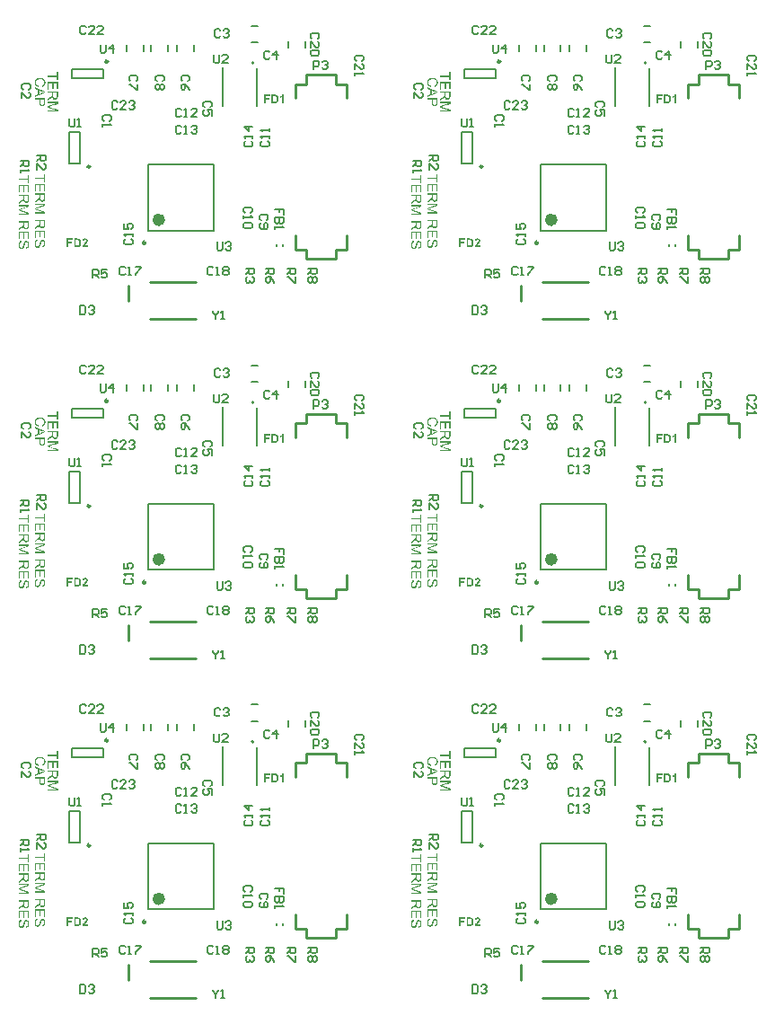
<source format=gto>
G04*
G04 #@! TF.GenerationSoftware,Altium Limited,Altium Designer,20.0.10 (225)*
G04*
G04 Layer_Color=65535*
%FSLAX25Y25*%
%MOIN*%
G70*
G01*
G75*
%ADD35C,0.00787*%
%ADD36C,0.01000*%
%ADD42C,0.00591*%
%ADD55C,0.00984*%
%ADD56C,0.02362*%
%ADD57C,0.00500*%
G36*
X197429Y-27301D02*
X196974D01*
Y-26036D01*
X193588D01*
Y-25525D01*
X196974D01*
Y-24260D01*
X197429D01*
Y-27301D01*
D02*
G37*
G36*
X51759D02*
X51304D01*
Y-26036D01*
X47919D01*
Y-25525D01*
X51304D01*
Y-24260D01*
X51759D01*
Y-27301D01*
D02*
G37*
G36*
X190961Y-26333D02*
X191016D01*
X191072Y-26338D01*
X191144Y-26344D01*
X191216Y-26355D01*
X191377Y-26383D01*
X191555Y-26422D01*
X191732Y-26477D01*
X191904Y-26555D01*
X191910Y-26561D01*
X191927Y-26566D01*
X191949Y-26577D01*
X191976Y-26599D01*
X192015Y-26622D01*
X192060Y-26649D01*
X192160Y-26722D01*
X192271Y-26816D01*
X192382Y-26927D01*
X192493Y-27055D01*
X192587Y-27204D01*
X192593Y-27210D01*
X192598Y-27226D01*
X192609Y-27249D01*
X192626Y-27277D01*
X192642Y-27321D01*
X192659Y-27365D01*
X192681Y-27421D01*
X192703Y-27482D01*
X192726Y-27548D01*
X192748Y-27621D01*
X192781Y-27776D01*
X192809Y-27954D01*
X192820Y-28137D01*
Y-28192D01*
X192815Y-28231D01*
X192809Y-28281D01*
X192803Y-28342D01*
X192798Y-28403D01*
X192781Y-28475D01*
X192748Y-28625D01*
X192698Y-28792D01*
X192665Y-28875D01*
X192626Y-28953D01*
X192576Y-29030D01*
X192526Y-29108D01*
X192520Y-29114D01*
X192515Y-29125D01*
X192498Y-29147D01*
X192470Y-29175D01*
X192443Y-29202D01*
X192404Y-29241D01*
X192359Y-29280D01*
X192315Y-29324D01*
X192260Y-29369D01*
X192193Y-29413D01*
X192126Y-29463D01*
X192054Y-29508D01*
X191971Y-29546D01*
X191888Y-29591D01*
X191799Y-29624D01*
X191699Y-29657D01*
X191582Y-29158D01*
X191588D01*
X191599Y-29152D01*
X191621Y-29141D01*
X191649Y-29130D01*
X191682Y-29119D01*
X191727Y-29102D01*
X191815Y-29058D01*
X191915Y-29002D01*
X192015Y-28936D01*
X192110Y-28853D01*
X192193Y-28764D01*
X192204Y-28753D01*
X192226Y-28719D01*
X192254Y-28664D01*
X192293Y-28592D01*
X192326Y-28497D01*
X192359Y-28392D01*
X192382Y-28264D01*
X192387Y-28126D01*
Y-28081D01*
X192382Y-28054D01*
Y-28015D01*
X192376Y-27970D01*
X192359Y-27865D01*
X192337Y-27748D01*
X192298Y-27626D01*
X192243Y-27498D01*
X192171Y-27382D01*
Y-27376D01*
X192160Y-27371D01*
X192132Y-27332D01*
X192087Y-27282D01*
X192021Y-27221D01*
X191938Y-27149D01*
X191843Y-27082D01*
X191727Y-27021D01*
X191599Y-26966D01*
X191594D01*
X191582Y-26960D01*
X191566Y-26955D01*
X191538Y-26949D01*
X191505Y-26938D01*
X191466Y-26927D01*
X191372Y-26910D01*
X191261Y-26888D01*
X191138Y-26866D01*
X191005Y-26855D01*
X190861Y-26849D01*
X190855D01*
X190839D01*
X190811D01*
X190778D01*
X190739Y-26855D01*
X190689D01*
X190633Y-26860D01*
X190572Y-26866D01*
X190439Y-26882D01*
X190295Y-26910D01*
X190150Y-26943D01*
X190006Y-26988D01*
X190001D01*
X189989Y-26993D01*
X189973Y-27005D01*
X189945Y-27016D01*
X189878Y-27049D01*
X189801Y-27099D01*
X189712Y-27160D01*
X189618Y-27238D01*
X189534Y-27326D01*
X189457Y-27432D01*
Y-27437D01*
X189451Y-27448D01*
X189440Y-27465D01*
X189429Y-27487D01*
X189418Y-27515D01*
X189401Y-27548D01*
X189368Y-27626D01*
X189335Y-27726D01*
X189307Y-27837D01*
X189285Y-27959D01*
X189279Y-28087D01*
Y-28126D01*
X189285Y-28159D01*
Y-28198D01*
X189290Y-28237D01*
X189312Y-28337D01*
X189340Y-28453D01*
X189385Y-28570D01*
X189446Y-28692D01*
X189479Y-28753D01*
X189523Y-28808D01*
X189529Y-28814D01*
X189534Y-28819D01*
X189551Y-28836D01*
X189568Y-28858D01*
X189595Y-28880D01*
X189629Y-28908D01*
X189662Y-28942D01*
X189707Y-28969D01*
X189756Y-29002D01*
X189812Y-29041D01*
X189867Y-29075D01*
X189934Y-29108D01*
X190006Y-29136D01*
X190084Y-29164D01*
X190167Y-29191D01*
X190256Y-29213D01*
X190128Y-29724D01*
X190123D01*
X190101Y-29719D01*
X190067Y-29707D01*
X190023Y-29691D01*
X189973Y-29674D01*
X189912Y-29652D01*
X189845Y-29624D01*
X189773Y-29591D01*
X189618Y-29513D01*
X189462Y-29413D01*
X189385Y-29352D01*
X189307Y-29291D01*
X189240Y-29225D01*
X189174Y-29147D01*
X189168Y-29141D01*
X189157Y-29130D01*
X189146Y-29102D01*
X189124Y-29075D01*
X189096Y-29030D01*
X189068Y-28986D01*
X189041Y-28925D01*
X189013Y-28864D01*
X188979Y-28792D01*
X188952Y-28714D01*
X188924Y-28631D01*
X188896Y-28542D01*
X188874Y-28447D01*
X188863Y-28348D01*
X188852Y-28242D01*
X188846Y-28131D01*
Y-28070D01*
X188852Y-28026D01*
Y-27976D01*
X188857Y-27915D01*
X188868Y-27848D01*
X188880Y-27770D01*
X188907Y-27610D01*
X188952Y-27443D01*
X189013Y-27277D01*
X189052Y-27199D01*
X189096Y-27121D01*
X189102Y-27115D01*
X189107Y-27104D01*
X189124Y-27082D01*
X189146Y-27060D01*
X189168Y-27027D01*
X189201Y-26988D01*
X189240Y-26943D01*
X189285Y-26899D01*
X189335Y-26855D01*
X189385Y-26805D01*
X189512Y-26705D01*
X189662Y-26610D01*
X189829Y-26527D01*
X189834D01*
X189851Y-26516D01*
X189878Y-26511D01*
X189912Y-26494D01*
X189956Y-26483D01*
X190012Y-26466D01*
X190073Y-26444D01*
X190139Y-26427D01*
X190211Y-26411D01*
X190295Y-26388D01*
X190467Y-26361D01*
X190661Y-26338D01*
X190861Y-26327D01*
X190866D01*
X190889D01*
X190922D01*
X190961Y-26333D01*
D02*
G37*
G36*
X45291D02*
X45347D01*
X45402Y-26338D01*
X45475Y-26344D01*
X45547Y-26355D01*
X45708Y-26383D01*
X45885Y-26422D01*
X46063Y-26477D01*
X46235Y-26555D01*
X46240Y-26561D01*
X46257Y-26566D01*
X46279Y-26577D01*
X46307Y-26599D01*
X46346Y-26622D01*
X46390Y-26649D01*
X46490Y-26722D01*
X46601Y-26816D01*
X46712Y-26927D01*
X46823Y-27055D01*
X46918Y-27204D01*
X46923Y-27210D01*
X46929Y-27226D01*
X46940Y-27249D01*
X46956Y-27277D01*
X46973Y-27321D01*
X46990Y-27365D01*
X47012Y-27421D01*
X47034Y-27482D01*
X47056Y-27548D01*
X47078Y-27621D01*
X47112Y-27776D01*
X47140Y-27954D01*
X47151Y-28137D01*
Y-28192D01*
X47145Y-28231D01*
X47140Y-28281D01*
X47134Y-28342D01*
X47128Y-28403D01*
X47112Y-28475D01*
X47078Y-28625D01*
X47029Y-28792D01*
X46995Y-28875D01*
X46956Y-28953D01*
X46907Y-29030D01*
X46856Y-29108D01*
X46851Y-29114D01*
X46845Y-29125D01*
X46829Y-29147D01*
X46801Y-29175D01*
X46773Y-29202D01*
X46734Y-29241D01*
X46690Y-29280D01*
X46646Y-29324D01*
X46590Y-29369D01*
X46523Y-29413D01*
X46457Y-29463D01*
X46385Y-29508D01*
X46301Y-29546D01*
X46218Y-29591D01*
X46130Y-29624D01*
X46030Y-29657D01*
X45913Y-29158D01*
X45919D01*
X45930Y-29152D01*
X45952Y-29141D01*
X45980Y-29130D01*
X46013Y-29119D01*
X46057Y-29102D01*
X46146Y-29058D01*
X46246Y-29002D01*
X46346Y-28936D01*
X46440Y-28853D01*
X46523Y-28764D01*
X46535Y-28753D01*
X46557Y-28719D01*
X46585Y-28664D01*
X46623Y-28592D01*
X46657Y-28497D01*
X46690Y-28392D01*
X46712Y-28264D01*
X46718Y-28126D01*
Y-28081D01*
X46712Y-28054D01*
Y-28015D01*
X46707Y-27970D01*
X46690Y-27865D01*
X46668Y-27748D01*
X46629Y-27626D01*
X46573Y-27498D01*
X46501Y-27382D01*
Y-27376D01*
X46490Y-27371D01*
X46463Y-27332D01*
X46418Y-27282D01*
X46352Y-27221D01*
X46268Y-27149D01*
X46174Y-27082D01*
X46057Y-27021D01*
X45930Y-26966D01*
X45924D01*
X45913Y-26960D01*
X45896Y-26955D01*
X45869Y-26949D01*
X45835Y-26938D01*
X45796Y-26927D01*
X45702Y-26910D01*
X45591Y-26888D01*
X45469Y-26866D01*
X45336Y-26855D01*
X45191Y-26849D01*
X45186D01*
X45169D01*
X45142D01*
X45108D01*
X45069Y-26855D01*
X45020D01*
X44964Y-26860D01*
X44903Y-26866D01*
X44770Y-26882D01*
X44625Y-26910D01*
X44481Y-26943D01*
X44337Y-26988D01*
X44331D01*
X44320Y-26993D01*
X44304Y-27005D01*
X44276Y-27016D01*
X44209Y-27049D01*
X44131Y-27099D01*
X44043Y-27160D01*
X43948Y-27238D01*
X43865Y-27326D01*
X43787Y-27432D01*
Y-27437D01*
X43782Y-27448D01*
X43771Y-27465D01*
X43760Y-27487D01*
X43749Y-27515D01*
X43732Y-27548D01*
X43699Y-27626D01*
X43665Y-27726D01*
X43637Y-27837D01*
X43615Y-27959D01*
X43610Y-28087D01*
Y-28126D01*
X43615Y-28159D01*
Y-28198D01*
X43621Y-28237D01*
X43643Y-28337D01*
X43671Y-28453D01*
X43715Y-28570D01*
X43776Y-28692D01*
X43810Y-28753D01*
X43854Y-28808D01*
X43859Y-28814D01*
X43865Y-28819D01*
X43882Y-28836D01*
X43898Y-28858D01*
X43926Y-28880D01*
X43959Y-28908D01*
X43993Y-28942D01*
X44037Y-28969D01*
X44087Y-29002D01*
X44143Y-29041D01*
X44198Y-29075D01*
X44265Y-29108D01*
X44337Y-29136D01*
X44414Y-29164D01*
X44498Y-29191D01*
X44587Y-29213D01*
X44459Y-29724D01*
X44453D01*
X44431Y-29719D01*
X44398Y-29707D01*
X44354Y-29691D01*
X44304Y-29674D01*
X44243Y-29652D01*
X44176Y-29624D01*
X44104Y-29591D01*
X43948Y-29513D01*
X43793Y-29413D01*
X43715Y-29352D01*
X43637Y-29291D01*
X43571Y-29225D01*
X43504Y-29147D01*
X43499Y-29141D01*
X43488Y-29130D01*
X43477Y-29102D01*
X43454Y-29075D01*
X43427Y-29030D01*
X43399Y-28986D01*
X43371Y-28925D01*
X43343Y-28864D01*
X43310Y-28792D01*
X43282Y-28714D01*
X43255Y-28631D01*
X43227Y-28542D01*
X43205Y-28447D01*
X43194Y-28348D01*
X43182Y-28242D01*
X43177Y-28131D01*
Y-28070D01*
X43182Y-28026D01*
Y-27976D01*
X43188Y-27915D01*
X43199Y-27848D01*
X43210Y-27770D01*
X43238Y-27610D01*
X43282Y-27443D01*
X43343Y-27277D01*
X43382Y-27199D01*
X43427Y-27121D01*
X43432Y-27115D01*
X43438Y-27104D01*
X43454Y-27082D01*
X43477Y-27060D01*
X43499Y-27027D01*
X43532Y-26988D01*
X43571Y-26943D01*
X43615Y-26899D01*
X43665Y-26855D01*
X43715Y-26805D01*
X43843Y-26705D01*
X43993Y-26610D01*
X44159Y-26527D01*
X44165D01*
X44181Y-26516D01*
X44209Y-26511D01*
X44243Y-26494D01*
X44287Y-26483D01*
X44342Y-26466D01*
X44403Y-26444D01*
X44470Y-26427D01*
X44542Y-26411D01*
X44625Y-26388D01*
X44798Y-26361D01*
X44992Y-26338D01*
X45191Y-26327D01*
X45197D01*
X45219D01*
X45253D01*
X45291Y-26333D01*
D02*
G37*
G36*
X197429Y-30615D02*
X196974D01*
Y-28345D01*
X195803D01*
Y-30470D01*
X195347D01*
Y-28345D01*
X194043D01*
Y-30704D01*
X193588D01*
Y-27834D01*
X197429D01*
Y-30615D01*
D02*
G37*
G36*
X51759D02*
X51304D01*
Y-28345D01*
X50133D01*
Y-30470D01*
X49678D01*
Y-28345D01*
X48374D01*
Y-30704D01*
X47919D01*
Y-27834D01*
X51759D01*
Y-30615D01*
D02*
G37*
G36*
X192753Y-31395D02*
Y-31950D01*
X188913Y-33520D01*
Y-32943D01*
X190078Y-32493D01*
Y-30884D01*
X188913Y-30468D01*
Y-29929D01*
X192753Y-31395D01*
D02*
G37*
G36*
X47084D02*
Y-31950D01*
X43244Y-33520D01*
Y-32943D01*
X44409Y-32493D01*
Y-30884D01*
X43244Y-30468D01*
Y-29929D01*
X47084Y-31395D01*
D02*
G37*
G36*
X197429Y-33195D02*
X197423Y-33240D01*
Y-33290D01*
X197418Y-33406D01*
X197401Y-33529D01*
X197384Y-33662D01*
X197357Y-33784D01*
X197340Y-33845D01*
X197323Y-33895D01*
Y-33900D01*
X197318Y-33906D01*
X197301Y-33939D01*
X197279Y-33989D01*
X197240Y-34050D01*
X197190Y-34117D01*
X197124Y-34189D01*
X197046Y-34256D01*
X196957Y-34322D01*
X196951D01*
X196946Y-34328D01*
X196913Y-34350D01*
X196857Y-34372D01*
X196785Y-34405D01*
X196702Y-34433D01*
X196602Y-34461D01*
X196496Y-34478D01*
X196380Y-34483D01*
X196374D01*
X196363D01*
X196341D01*
X196313Y-34478D01*
X196274D01*
X196236Y-34472D01*
X196141Y-34450D01*
X196030Y-34416D01*
X195914Y-34372D01*
X195797Y-34306D01*
X195742Y-34261D01*
X195686Y-34217D01*
X195680Y-34211D01*
X195675Y-34206D01*
X195658Y-34189D01*
X195642Y-34167D01*
X195619Y-34139D01*
X195597Y-34106D01*
X195570Y-34061D01*
X195536Y-34017D01*
X195508Y-33961D01*
X195481Y-33900D01*
X195447Y-33834D01*
X195420Y-33762D01*
X195397Y-33678D01*
X195370Y-33595D01*
X195353Y-33501D01*
X195336Y-33401D01*
X195331Y-33412D01*
X195320Y-33434D01*
X195298Y-33468D01*
X195275Y-33512D01*
X195214Y-33612D01*
X195176Y-33662D01*
X195142Y-33706D01*
X195131Y-33717D01*
X195103Y-33745D01*
X195059Y-33789D01*
X195003Y-33845D01*
X194926Y-33906D01*
X194843Y-33978D01*
X194743Y-34050D01*
X194632Y-34128D01*
X193588Y-34788D01*
Y-34156D01*
X194387Y-33651D01*
X194393D01*
X194404Y-33639D01*
X194421Y-33628D01*
X194443Y-33612D01*
X194504Y-33573D01*
X194582Y-33523D01*
X194665Y-33462D01*
X194754Y-33401D01*
X194837Y-33340D01*
X194915Y-33284D01*
X194920Y-33279D01*
X194942Y-33262D01*
X194976Y-33234D01*
X195015Y-33195D01*
X195098Y-33112D01*
X195137Y-33068D01*
X195170Y-33024D01*
X195176Y-33018D01*
X195181Y-33007D01*
X195192Y-32985D01*
X195209Y-32951D01*
X195225Y-32918D01*
X195242Y-32879D01*
X195270Y-32790D01*
Y-32785D01*
X195275Y-32774D01*
Y-32752D01*
X195281Y-32724D01*
X195286Y-32685D01*
Y-32640D01*
X195292Y-32579D01*
Y-31925D01*
X193588D01*
Y-31414D01*
X197429D01*
Y-33195D01*
D02*
G37*
G36*
X51759D02*
X51754Y-33240D01*
Y-33290D01*
X51748Y-33406D01*
X51732Y-33529D01*
X51715Y-33662D01*
X51687Y-33784D01*
X51671Y-33845D01*
X51654Y-33895D01*
Y-33900D01*
X51648Y-33906D01*
X51632Y-33939D01*
X51610Y-33989D01*
X51571Y-34050D01*
X51521Y-34117D01*
X51454Y-34189D01*
X51376Y-34256D01*
X51288Y-34322D01*
X51282D01*
X51276Y-34328D01*
X51243Y-34350D01*
X51188Y-34372D01*
X51116Y-34405D01*
X51032Y-34433D01*
X50933Y-34461D01*
X50827Y-34478D01*
X50710Y-34483D01*
X50705D01*
X50694D01*
X50672D01*
X50644Y-34478D01*
X50605D01*
X50566Y-34472D01*
X50472Y-34450D01*
X50361Y-34416D01*
X50244Y-34372D01*
X50128Y-34306D01*
X50072Y-34261D01*
X50017Y-34217D01*
X50011Y-34211D01*
X50006Y-34206D01*
X49989Y-34189D01*
X49972Y-34167D01*
X49950Y-34139D01*
X49928Y-34106D01*
X49900Y-34061D01*
X49867Y-34017D01*
X49839Y-33961D01*
X49811Y-33900D01*
X49778Y-33834D01*
X49750Y-33762D01*
X49728Y-33678D01*
X49700Y-33595D01*
X49684Y-33501D01*
X49667Y-33401D01*
X49661Y-33412D01*
X49650Y-33434D01*
X49628Y-33468D01*
X49606Y-33512D01*
X49545Y-33612D01*
X49506Y-33662D01*
X49473Y-33706D01*
X49462Y-33717D01*
X49434Y-33745D01*
X49390Y-33789D01*
X49334Y-33845D01*
X49256Y-33906D01*
X49173Y-33978D01*
X49073Y-34050D01*
X48962Y-34128D01*
X47919Y-34788D01*
Y-34156D01*
X48718Y-33651D01*
X48724D01*
X48735Y-33639D01*
X48751Y-33628D01*
X48774Y-33612D01*
X48835Y-33573D01*
X48912Y-33523D01*
X48996Y-33462D01*
X49084Y-33401D01*
X49167Y-33340D01*
X49245Y-33284D01*
X49251Y-33279D01*
X49273Y-33262D01*
X49306Y-33234D01*
X49345Y-33195D01*
X49428Y-33112D01*
X49467Y-33068D01*
X49501Y-33024D01*
X49506Y-33018D01*
X49512Y-33007D01*
X49523Y-32985D01*
X49539Y-32951D01*
X49556Y-32918D01*
X49573Y-32879D01*
X49600Y-32790D01*
Y-32785D01*
X49606Y-32774D01*
Y-32752D01*
X49611Y-32724D01*
X49617Y-32685D01*
Y-32640D01*
X49623Y-32579D01*
Y-31925D01*
X47919D01*
Y-31414D01*
X51759D01*
Y-33195D01*
D02*
G37*
G36*
X281240Y-35737D02*
X280635D01*
Y-33457D01*
X280630Y-33462D01*
X280621Y-33471D01*
X280603Y-33485D01*
X280576Y-33507D01*
X280544Y-33535D01*
X280507Y-33562D01*
X280462Y-33594D01*
X280412Y-33630D01*
X280357Y-33667D01*
X280298Y-33703D01*
X280234Y-33744D01*
X280166Y-33780D01*
X280020Y-33849D01*
X279857Y-33912D01*
Y-33366D01*
X279861D01*
X279866Y-33362D01*
X279879Y-33357D01*
X279898Y-33353D01*
X279943Y-33330D01*
X280007Y-33303D01*
X280084Y-33266D01*
X280171Y-33216D01*
X280266Y-33152D01*
X280366Y-33080D01*
X280371Y-33075D01*
X280380Y-33070D01*
X280394Y-33057D01*
X280412Y-33039D01*
X280462Y-32993D01*
X280516Y-32934D01*
X280580Y-32861D01*
X280644Y-32770D01*
X280703Y-32675D01*
X280749Y-32570D01*
X281240D01*
Y-35737D01*
D02*
G37*
G36*
X277950Y-32593D02*
X278037Y-32597D01*
X278132Y-32602D01*
X278232Y-32616D01*
X278328Y-32629D01*
X278414Y-32652D01*
X278419D01*
X278428Y-32656D01*
X278442Y-32661D01*
X278460Y-32666D01*
X278514Y-32688D01*
X278578Y-32720D01*
X278651Y-32761D01*
X278733Y-32811D01*
X278810Y-32870D01*
X278888Y-32943D01*
X278892D01*
X278897Y-32952D01*
X278919Y-32980D01*
X278956Y-33025D01*
X278997Y-33084D01*
X279047Y-33157D01*
X279097Y-33243D01*
X279147Y-33343D01*
X279188Y-33453D01*
Y-33457D01*
X279192Y-33466D01*
X279197Y-33485D01*
X279206Y-33507D01*
X279211Y-33535D01*
X279220Y-33571D01*
X279229Y-33612D01*
X279242Y-33657D01*
X279252Y-33707D01*
X279261Y-33767D01*
X279270Y-33826D01*
X279274Y-33894D01*
X279288Y-34035D01*
X279292Y-34194D01*
Y-34199D01*
Y-34212D01*
Y-34231D01*
Y-34258D01*
X279288Y-34294D01*
Y-34331D01*
X279283Y-34376D01*
X279279Y-34426D01*
X279270Y-34531D01*
X279252Y-34640D01*
X279224Y-34754D01*
X279192Y-34863D01*
Y-34868D01*
X279188Y-34877D01*
X279179Y-34895D01*
X279170Y-34922D01*
X279160Y-34950D01*
X279142Y-34982D01*
X279106Y-35063D01*
X279060Y-35150D01*
X279001Y-35245D01*
X278933Y-35336D01*
X278856Y-35423D01*
X278847Y-35432D01*
X278824Y-35450D01*
X278787Y-35477D01*
X278737Y-35514D01*
X278674Y-35555D01*
X278601Y-35596D01*
X278510Y-35637D01*
X278410Y-35673D01*
X278405D01*
X278401Y-35678D01*
X278387D01*
X278373Y-35682D01*
X278323Y-35691D01*
X278260Y-35705D01*
X278182Y-35719D01*
X278087Y-35728D01*
X277973Y-35732D01*
X277850Y-35737D01*
X276658D01*
Y-32588D01*
X277914D01*
X277950Y-32593D01*
D02*
G37*
G36*
X276130Y-33121D02*
X274606D01*
Y-33867D01*
X275921D01*
Y-34399D01*
X274606D01*
Y-35737D01*
X273969D01*
Y-32588D01*
X276130D01*
Y-33121D01*
D02*
G37*
G36*
X135571Y-35737D02*
X134965D01*
Y-33457D01*
X134961Y-33462D01*
X134952Y-33471D01*
X134933Y-33485D01*
X134906Y-33507D01*
X134874Y-33535D01*
X134838Y-33562D01*
X134792Y-33594D01*
X134742Y-33630D01*
X134688Y-33667D01*
X134629Y-33703D01*
X134565Y-33744D01*
X134497Y-33780D01*
X134351Y-33849D01*
X134187Y-33912D01*
Y-33366D01*
X134192D01*
X134196Y-33362D01*
X134210Y-33357D01*
X134228Y-33353D01*
X134274Y-33330D01*
X134337Y-33303D01*
X134415Y-33266D01*
X134501Y-33216D01*
X134597Y-33152D01*
X134697Y-33080D01*
X134702Y-33075D01*
X134711Y-33070D01*
X134724Y-33057D01*
X134742Y-33039D01*
X134792Y-32993D01*
X134847Y-32934D01*
X134911Y-32861D01*
X134975Y-32770D01*
X135034Y-32675D01*
X135079Y-32570D01*
X135571D01*
Y-35737D01*
D02*
G37*
G36*
X132281Y-32593D02*
X132367Y-32597D01*
X132463Y-32602D01*
X132563Y-32616D01*
X132659Y-32629D01*
X132745Y-32652D01*
X132749D01*
X132759Y-32656D01*
X132772Y-32661D01*
X132791Y-32666D01*
X132845Y-32688D01*
X132909Y-32720D01*
X132982Y-32761D01*
X133063Y-32811D01*
X133141Y-32870D01*
X133218Y-32943D01*
X133223D01*
X133227Y-32952D01*
X133250Y-32980D01*
X133286Y-33025D01*
X133327Y-33084D01*
X133377Y-33157D01*
X133428Y-33243D01*
X133477Y-33343D01*
X133519Y-33453D01*
Y-33457D01*
X133523Y-33466D01*
X133528Y-33485D01*
X133537Y-33507D01*
X133541Y-33535D01*
X133550Y-33571D01*
X133559Y-33612D01*
X133573Y-33657D01*
X133582Y-33707D01*
X133591Y-33767D01*
X133600Y-33826D01*
X133605Y-33894D01*
X133619Y-34035D01*
X133623Y-34194D01*
Y-34199D01*
Y-34212D01*
Y-34231D01*
Y-34258D01*
X133619Y-34294D01*
Y-34331D01*
X133614Y-34376D01*
X133609Y-34426D01*
X133600Y-34531D01*
X133582Y-34640D01*
X133555Y-34754D01*
X133523Y-34863D01*
Y-34868D01*
X133519Y-34877D01*
X133509Y-34895D01*
X133500Y-34922D01*
X133491Y-34950D01*
X133473Y-34982D01*
X133437Y-35063D01*
X133391Y-35150D01*
X133332Y-35245D01*
X133264Y-35336D01*
X133186Y-35423D01*
X133177Y-35432D01*
X133154Y-35450D01*
X133118Y-35477D01*
X133068Y-35514D01*
X133004Y-35555D01*
X132931Y-35596D01*
X132841Y-35637D01*
X132740Y-35673D01*
X132736D01*
X132731Y-35678D01*
X132718D01*
X132704Y-35682D01*
X132654Y-35691D01*
X132590Y-35705D01*
X132513Y-35719D01*
X132417Y-35728D01*
X132304Y-35732D01*
X132181Y-35737D01*
X130989D01*
Y-32588D01*
X132245D01*
X132281Y-32593D01*
D02*
G37*
G36*
X130461Y-33121D02*
X128937D01*
Y-33867D01*
X130252D01*
Y-34399D01*
X128937D01*
Y-35737D01*
X128300D01*
Y-32588D01*
X130461D01*
Y-33121D01*
D02*
G37*
G36*
X192753Y-35507D02*
X192748Y-35590D01*
X192742Y-35685D01*
X192737Y-35785D01*
X192726Y-35879D01*
X192715Y-35962D01*
Y-35973D01*
X192703Y-36012D01*
X192692Y-36062D01*
X192676Y-36129D01*
X192648Y-36201D01*
X192615Y-36279D01*
X192576Y-36362D01*
X192531Y-36434D01*
X192526Y-36445D01*
X192509Y-36467D01*
X192476Y-36501D01*
X192437Y-36545D01*
X192387Y-36595D01*
X192321Y-36645D01*
X192248Y-36700D01*
X192165Y-36745D01*
X192154Y-36750D01*
X192126Y-36761D01*
X192076Y-36784D01*
X192010Y-36806D01*
X191932Y-36823D01*
X191843Y-36845D01*
X191743Y-36856D01*
X191638Y-36861D01*
X191632D01*
X191616D01*
X191594D01*
X191555Y-36856D01*
X191516Y-36850D01*
X191466Y-36845D01*
X191410Y-36834D01*
X191349Y-36823D01*
X191222Y-36784D01*
X191155Y-36761D01*
X191083Y-36728D01*
X191011Y-36689D01*
X190944Y-36650D01*
X190877Y-36601D01*
X190811Y-36545D01*
X190805Y-36539D01*
X190794Y-36528D01*
X190778Y-36512D01*
X190761Y-36484D01*
X190733Y-36451D01*
X190706Y-36406D01*
X190672Y-36351D01*
X190644Y-36290D01*
X190611Y-36217D01*
X190578Y-36134D01*
X190550Y-36046D01*
X190528Y-35940D01*
X190506Y-35829D01*
X190489Y-35707D01*
X190478Y-35568D01*
X190472Y-35424D01*
Y-34442D01*
X188913D01*
Y-33931D01*
X192753D01*
Y-35507D01*
D02*
G37*
G36*
X47084D02*
X47078Y-35590D01*
X47073Y-35685D01*
X47067Y-35785D01*
X47056Y-35879D01*
X47045Y-35962D01*
Y-35973D01*
X47034Y-36012D01*
X47023Y-36062D01*
X47006Y-36129D01*
X46979Y-36201D01*
X46945Y-36279D01*
X46907Y-36362D01*
X46862Y-36434D01*
X46856Y-36445D01*
X46840Y-36467D01*
X46807Y-36501D01*
X46768Y-36545D01*
X46718Y-36595D01*
X46651Y-36645D01*
X46579Y-36700D01*
X46496Y-36745D01*
X46485Y-36750D01*
X46457Y-36761D01*
X46407Y-36784D01*
X46340Y-36806D01*
X46263Y-36823D01*
X46174Y-36845D01*
X46074Y-36856D01*
X45968Y-36861D01*
X45963D01*
X45946D01*
X45924D01*
X45885Y-36856D01*
X45846Y-36850D01*
X45796Y-36845D01*
X45741Y-36834D01*
X45680Y-36823D01*
X45552Y-36784D01*
X45486Y-36761D01*
X45414Y-36728D01*
X45341Y-36689D01*
X45275Y-36650D01*
X45208Y-36601D01*
X45142Y-36545D01*
X45136Y-36539D01*
X45125Y-36528D01*
X45108Y-36512D01*
X45092Y-36484D01*
X45064Y-36451D01*
X45036Y-36406D01*
X45003Y-36351D01*
X44975Y-36290D01*
X44942Y-36217D01*
X44908Y-36134D01*
X44881Y-36046D01*
X44859Y-35940D01*
X44836Y-35829D01*
X44820Y-35707D01*
X44809Y-35568D01*
X44803Y-35424D01*
Y-34442D01*
X43244D01*
Y-33931D01*
X47084D01*
Y-35507D01*
D02*
G37*
G36*
X197429Y-36026D02*
X194704Y-36936D01*
X194698D01*
X194687Y-36942D01*
X194670Y-36947D01*
X194643Y-36958D01*
X194576Y-36981D01*
X194493Y-37008D01*
X194398Y-37036D01*
X194304Y-37069D01*
X194215Y-37097D01*
X194138Y-37119D01*
X194149Y-37125D01*
X194176Y-37130D01*
X194226Y-37147D01*
X194293Y-37169D01*
X194382Y-37197D01*
X194487Y-37236D01*
X194609Y-37275D01*
X194754Y-37325D01*
X197429Y-38246D01*
Y-38929D01*
X193588D01*
Y-38440D01*
X196802D01*
X193588Y-37319D01*
Y-36864D01*
X196857Y-35754D01*
X193588D01*
Y-35266D01*
X197429D01*
Y-36026D01*
D02*
G37*
G36*
X51759D02*
X49034Y-36936D01*
X49029D01*
X49018Y-36942D01*
X49001Y-36947D01*
X48973Y-36958D01*
X48907Y-36981D01*
X48823Y-37008D01*
X48729Y-37036D01*
X48635Y-37069D01*
X48546Y-37097D01*
X48468Y-37119D01*
X48479Y-37125D01*
X48507Y-37130D01*
X48557Y-37147D01*
X48624Y-37169D01*
X48713Y-37197D01*
X48818Y-37236D01*
X48940Y-37275D01*
X49084Y-37325D01*
X51759Y-38246D01*
Y-38929D01*
X47919D01*
Y-38440D01*
X51132D01*
X47919Y-37319D01*
Y-36864D01*
X51188Y-35754D01*
X47919D01*
Y-35266D01*
X51759D01*
Y-36026D01*
D02*
G37*
G36*
X192687Y-65148D02*
X192232D01*
Y-63882D01*
X188846D01*
Y-63371D01*
X192232D01*
Y-62106D01*
X192687D01*
Y-65148D01*
D02*
G37*
G36*
X47017D02*
X46562D01*
Y-63882D01*
X43177D01*
Y-63371D01*
X46562D01*
Y-62106D01*
X47017D01*
Y-65148D01*
D02*
G37*
G36*
X186683Y-65541D02*
X186228D01*
Y-64276D01*
X182842D01*
Y-63765D01*
X186228D01*
Y-62500D01*
X186683D01*
Y-65541D01*
D02*
G37*
G36*
X41014D02*
X40558D01*
Y-64276D01*
X37173D01*
Y-63765D01*
X40558D01*
Y-62500D01*
X41014D01*
Y-65541D01*
D02*
G37*
G36*
X192687Y-68461D02*
X192232D01*
Y-66191D01*
X191061D01*
Y-68317D01*
X190606D01*
Y-66191D01*
X189301D01*
Y-68550D01*
X188846D01*
Y-65680D01*
X192687D01*
Y-68461D01*
D02*
G37*
G36*
X47017D02*
X46562D01*
Y-66191D01*
X45391D01*
Y-68317D01*
X44936D01*
Y-66191D01*
X43632D01*
Y-68550D01*
X43177D01*
Y-65680D01*
X47017D01*
Y-68461D01*
D02*
G37*
G36*
X186683Y-68855D02*
X186228D01*
Y-66585D01*
X185057D01*
Y-68710D01*
X184602D01*
Y-66585D01*
X183297D01*
Y-68943D01*
X182842D01*
Y-66074D01*
X186683D01*
Y-68855D01*
D02*
G37*
G36*
X41014D02*
X40558D01*
Y-66585D01*
X39387D01*
Y-68710D01*
X38932D01*
Y-66585D01*
X37628D01*
Y-68943D01*
X37173D01*
Y-66074D01*
X41014D01*
Y-68855D01*
D02*
G37*
G36*
X192687Y-71042D02*
X192681Y-71086D01*
Y-71136D01*
X192676Y-71253D01*
X192659Y-71375D01*
X192642Y-71508D01*
X192615Y-71630D01*
X192598Y-71691D01*
X192581Y-71741D01*
Y-71746D01*
X192576Y-71752D01*
X192559Y-71785D01*
X192537Y-71835D01*
X192498Y-71896D01*
X192448Y-71963D01*
X192382Y-72035D01*
X192304Y-72102D01*
X192215Y-72168D01*
X192209D01*
X192204Y-72174D01*
X192171Y-72196D01*
X192115Y-72218D01*
X192043Y-72251D01*
X191960Y-72279D01*
X191860Y-72307D01*
X191754Y-72324D01*
X191638Y-72329D01*
X191632D01*
X191621D01*
X191599D01*
X191571Y-72324D01*
X191532D01*
X191494Y-72318D01*
X191399Y-72296D01*
X191288Y-72263D01*
X191172Y-72218D01*
X191055Y-72152D01*
X191000Y-72107D01*
X190944Y-72063D01*
X190939Y-72057D01*
X190933Y-72052D01*
X190916Y-72035D01*
X190900Y-72013D01*
X190877Y-71985D01*
X190855Y-71952D01*
X190828Y-71907D01*
X190794Y-71863D01*
X190767Y-71807D01*
X190739Y-71746D01*
X190706Y-71680D01*
X190678Y-71608D01*
X190656Y-71525D01*
X190628Y-71441D01*
X190611Y-71347D01*
X190594Y-71247D01*
X190589Y-71258D01*
X190578Y-71280D01*
X190556Y-71314D01*
X190533Y-71358D01*
X190472Y-71458D01*
X190434Y-71508D01*
X190400Y-71552D01*
X190389Y-71563D01*
X190361Y-71591D01*
X190317Y-71636D01*
X190261Y-71691D01*
X190184Y-71752D01*
X190101Y-71824D01*
X190001Y-71896D01*
X189890Y-71974D01*
X188846Y-72635D01*
Y-72002D01*
X189645Y-71497D01*
X189651D01*
X189662Y-71486D01*
X189679Y-71474D01*
X189701Y-71458D01*
X189762Y-71419D01*
X189840Y-71369D01*
X189923Y-71308D01*
X190012Y-71247D01*
X190095Y-71186D01*
X190173Y-71130D01*
X190178Y-71125D01*
X190200Y-71108D01*
X190234Y-71080D01*
X190273Y-71042D01*
X190356Y-70958D01*
X190395Y-70914D01*
X190428Y-70870D01*
X190434Y-70864D01*
X190439Y-70853D01*
X190450Y-70831D01*
X190467Y-70797D01*
X190483Y-70764D01*
X190500Y-70725D01*
X190528Y-70636D01*
Y-70631D01*
X190533Y-70620D01*
Y-70598D01*
X190539Y-70570D01*
X190544Y-70531D01*
Y-70487D01*
X190550Y-70426D01*
Y-69771D01*
X188846D01*
Y-69260D01*
X192687D01*
Y-71042D01*
D02*
G37*
G36*
X47017D02*
X47012Y-71086D01*
Y-71136D01*
X47006Y-71253D01*
X46990Y-71375D01*
X46973Y-71508D01*
X46945Y-71630D01*
X46929Y-71691D01*
X46912Y-71741D01*
Y-71746D01*
X46907Y-71752D01*
X46890Y-71785D01*
X46868Y-71835D01*
X46829Y-71896D01*
X46779Y-71963D01*
X46712Y-72035D01*
X46635Y-72102D01*
X46546Y-72168D01*
X46540D01*
X46535Y-72174D01*
X46501Y-72196D01*
X46446Y-72218D01*
X46374Y-72251D01*
X46290Y-72279D01*
X46191Y-72307D01*
X46085Y-72324D01*
X45968Y-72329D01*
X45963D01*
X45952D01*
X45930D01*
X45902Y-72324D01*
X45863D01*
X45824Y-72318D01*
X45730Y-72296D01*
X45619Y-72263D01*
X45502Y-72218D01*
X45386Y-72152D01*
X45330Y-72107D01*
X45275Y-72063D01*
X45269Y-72057D01*
X45264Y-72052D01*
X45247Y-72035D01*
X45230Y-72013D01*
X45208Y-71985D01*
X45186Y-71952D01*
X45158Y-71907D01*
X45125Y-71863D01*
X45097Y-71807D01*
X45069Y-71746D01*
X45036Y-71680D01*
X45008Y-71608D01*
X44986Y-71525D01*
X44958Y-71441D01*
X44942Y-71347D01*
X44925Y-71247D01*
X44920Y-71258D01*
X44908Y-71280D01*
X44886Y-71314D01*
X44864Y-71358D01*
X44803Y-71458D01*
X44764Y-71508D01*
X44731Y-71552D01*
X44720Y-71563D01*
X44692Y-71591D01*
X44648Y-71636D01*
X44592Y-71691D01*
X44514Y-71752D01*
X44431Y-71824D01*
X44331Y-71896D01*
X44220Y-71974D01*
X43177Y-72635D01*
Y-72002D01*
X43976Y-71497D01*
X43982D01*
X43993Y-71486D01*
X44009Y-71474D01*
X44032Y-71458D01*
X44093Y-71419D01*
X44170Y-71369D01*
X44254Y-71308D01*
X44342Y-71247D01*
X44426Y-71186D01*
X44503Y-71130D01*
X44509Y-71125D01*
X44531Y-71108D01*
X44564Y-71080D01*
X44603Y-71042D01*
X44686Y-70958D01*
X44725Y-70914D01*
X44759Y-70870D01*
X44764Y-70864D01*
X44770Y-70853D01*
X44781Y-70831D01*
X44798Y-70797D01*
X44814Y-70764D01*
X44831Y-70725D01*
X44859Y-70636D01*
Y-70631D01*
X44864Y-70620D01*
Y-70598D01*
X44870Y-70570D01*
X44875Y-70531D01*
Y-70487D01*
X44881Y-70426D01*
Y-69771D01*
X43177D01*
Y-69260D01*
X47017D01*
Y-71042D01*
D02*
G37*
G36*
X186683Y-71435D02*
X186677Y-71480D01*
Y-71530D01*
X186672Y-71646D01*
X186655Y-71768D01*
X186638Y-71902D01*
X186611Y-72024D01*
X186594Y-72085D01*
X186577Y-72135D01*
Y-72140D01*
X186572Y-72146D01*
X186555Y-72179D01*
X186533Y-72229D01*
X186494Y-72290D01*
X186444Y-72357D01*
X186378Y-72429D01*
X186300Y-72495D01*
X186211Y-72562D01*
X186206D01*
X186200Y-72568D01*
X186167Y-72590D01*
X186111Y-72612D01*
X186039Y-72645D01*
X185956Y-72673D01*
X185856Y-72701D01*
X185750Y-72717D01*
X185634Y-72723D01*
X185628D01*
X185617D01*
X185595D01*
X185567Y-72717D01*
X185529D01*
X185490Y-72712D01*
X185395Y-72690D01*
X185284Y-72656D01*
X185168Y-72612D01*
X185051Y-72545D01*
X184996Y-72501D01*
X184940Y-72457D01*
X184935Y-72451D01*
X184929Y-72445D01*
X184912Y-72429D01*
X184896Y-72407D01*
X184874Y-72379D01*
X184851Y-72346D01*
X184824Y-72301D01*
X184790Y-72257D01*
X184763Y-72201D01*
X184735Y-72140D01*
X184702Y-72074D01*
X184674Y-72001D01*
X184652Y-71918D01*
X184624Y-71835D01*
X184607Y-71741D01*
X184591Y-71641D01*
X184585Y-71652D01*
X184574Y-71674D01*
X184552Y-71707D01*
X184529Y-71752D01*
X184468Y-71852D01*
X184430Y-71902D01*
X184396Y-71946D01*
X184385Y-71957D01*
X184357Y-71985D01*
X184313Y-72029D01*
X184257Y-72085D01*
X184180Y-72146D01*
X184097Y-72218D01*
X183997Y-72290D01*
X183886Y-72368D01*
X182842Y-73028D01*
Y-72395D01*
X183642Y-71890D01*
X183647D01*
X183658Y-71879D01*
X183675Y-71868D01*
X183697Y-71852D01*
X183758Y-71813D01*
X183836Y-71763D01*
X183919Y-71702D01*
X184008Y-71641D01*
X184091Y-71580D01*
X184169Y-71524D01*
X184174Y-71519D01*
X184196Y-71502D01*
X184230Y-71474D01*
X184269Y-71435D01*
X184352Y-71352D01*
X184391Y-71308D01*
X184424Y-71263D01*
X184430Y-71258D01*
X184435Y-71247D01*
X184446Y-71224D01*
X184463Y-71191D01*
X184479Y-71158D01*
X184496Y-71119D01*
X184524Y-71030D01*
Y-71025D01*
X184529Y-71013D01*
Y-70991D01*
X184535Y-70964D01*
X184541Y-70925D01*
Y-70880D01*
X184546Y-70819D01*
Y-70164D01*
X182842D01*
Y-69654D01*
X186683D01*
Y-71435D01*
D02*
G37*
G36*
X41014D02*
X41008Y-71480D01*
Y-71530D01*
X41002Y-71646D01*
X40986Y-71768D01*
X40969Y-71902D01*
X40941Y-72024D01*
X40925Y-72085D01*
X40908Y-72135D01*
Y-72140D01*
X40903Y-72146D01*
X40886Y-72179D01*
X40864Y-72229D01*
X40825Y-72290D01*
X40775Y-72357D01*
X40708Y-72429D01*
X40631Y-72495D01*
X40542Y-72562D01*
X40536D01*
X40531Y-72568D01*
X40497Y-72590D01*
X40442Y-72612D01*
X40370Y-72645D01*
X40286Y-72673D01*
X40187Y-72701D01*
X40081Y-72717D01*
X39965Y-72723D01*
X39959D01*
X39948D01*
X39926D01*
X39898Y-72717D01*
X39859D01*
X39820Y-72712D01*
X39726Y-72690D01*
X39615Y-72656D01*
X39498Y-72612D01*
X39382Y-72545D01*
X39326Y-72501D01*
X39271Y-72457D01*
X39265Y-72451D01*
X39260Y-72445D01*
X39243Y-72429D01*
X39226Y-72407D01*
X39204Y-72379D01*
X39182Y-72346D01*
X39154Y-72301D01*
X39121Y-72257D01*
X39093Y-72201D01*
X39066Y-72140D01*
X39032Y-72074D01*
X39004Y-72001D01*
X38982Y-71918D01*
X38954Y-71835D01*
X38938Y-71741D01*
X38921Y-71641D01*
X38916Y-71652D01*
X38905Y-71674D01*
X38882Y-71707D01*
X38860Y-71752D01*
X38799Y-71852D01*
X38760Y-71902D01*
X38727Y-71946D01*
X38716Y-71957D01*
X38688Y-71985D01*
X38644Y-72029D01*
X38588Y-72085D01*
X38511Y-72146D01*
X38427Y-72218D01*
X38327Y-72290D01*
X38216Y-72368D01*
X37173Y-73028D01*
Y-72395D01*
X37972Y-71890D01*
X37978D01*
X37989Y-71879D01*
X38006Y-71868D01*
X38028Y-71852D01*
X38089Y-71813D01*
X38166Y-71763D01*
X38250Y-71702D01*
X38339Y-71641D01*
X38422Y-71580D01*
X38499Y-71524D01*
X38505Y-71519D01*
X38527Y-71502D01*
X38560Y-71474D01*
X38599Y-71435D01*
X38682Y-71352D01*
X38721Y-71308D01*
X38755Y-71263D01*
X38760Y-71258D01*
X38766Y-71247D01*
X38777Y-71224D01*
X38794Y-71191D01*
X38810Y-71158D01*
X38827Y-71119D01*
X38855Y-71030D01*
Y-71025D01*
X38860Y-71013D01*
Y-70991D01*
X38866Y-70964D01*
X38871Y-70925D01*
Y-70880D01*
X38877Y-70819D01*
Y-70164D01*
X37173D01*
Y-69654D01*
X41014D01*
Y-71435D01*
D02*
G37*
G36*
X192687Y-73872D02*
X189962Y-74782D01*
X189956D01*
X189945Y-74788D01*
X189928Y-74793D01*
X189901Y-74805D01*
X189834Y-74827D01*
X189751Y-74854D01*
X189656Y-74882D01*
X189562Y-74915D01*
X189473Y-74943D01*
X189396Y-74966D01*
X189407Y-74971D01*
X189435Y-74977D01*
X189485Y-74993D01*
X189551Y-75015D01*
X189640Y-75043D01*
X189745Y-75082D01*
X189867Y-75121D01*
X190012Y-75171D01*
X192687Y-76092D01*
Y-76775D01*
X188846D01*
Y-76286D01*
X192060D01*
X188846Y-75165D01*
Y-74710D01*
X192115Y-73600D01*
X188846D01*
Y-73112D01*
X192687D01*
Y-73872D01*
D02*
G37*
G36*
X47017D02*
X44292Y-74782D01*
X44287D01*
X44276Y-74788D01*
X44259Y-74793D01*
X44231Y-74805D01*
X44165Y-74827D01*
X44082Y-74854D01*
X43987Y-74882D01*
X43893Y-74915D01*
X43804Y-74943D01*
X43726Y-74966D01*
X43737Y-74971D01*
X43765Y-74977D01*
X43815Y-74993D01*
X43882Y-75015D01*
X43971Y-75043D01*
X44076Y-75082D01*
X44198Y-75121D01*
X44342Y-75171D01*
X47017Y-76092D01*
Y-76775D01*
X43177D01*
Y-76286D01*
X46390D01*
X43177Y-75165D01*
Y-74710D01*
X46446Y-73600D01*
X43177D01*
Y-73112D01*
X47017D01*
Y-73872D01*
D02*
G37*
G36*
X186683Y-74266D02*
X183958Y-75176D01*
X183952D01*
X183941Y-75182D01*
X183924Y-75187D01*
X183897Y-75198D01*
X183830Y-75221D01*
X183747Y-75248D01*
X183653Y-75276D01*
X183558Y-75309D01*
X183469Y-75337D01*
X183392Y-75359D01*
X183403Y-75365D01*
X183431Y-75370D01*
X183481Y-75387D01*
X183547Y-75409D01*
X183636Y-75437D01*
X183741Y-75476D01*
X183863Y-75515D01*
X184008Y-75564D01*
X186683Y-76486D01*
Y-77169D01*
X182842D01*
Y-76680D01*
X186056D01*
X182842Y-75559D01*
Y-75104D01*
X186111Y-73994D01*
X182842D01*
Y-73506D01*
X186683D01*
Y-74266D01*
D02*
G37*
G36*
X41014D02*
X38289Y-75176D01*
X38283D01*
X38272Y-75182D01*
X38255Y-75187D01*
X38227Y-75198D01*
X38161Y-75221D01*
X38078Y-75248D01*
X37983Y-75276D01*
X37889Y-75309D01*
X37800Y-75337D01*
X37722Y-75359D01*
X37734Y-75365D01*
X37761Y-75370D01*
X37811Y-75387D01*
X37878Y-75409D01*
X37967Y-75437D01*
X38072Y-75476D01*
X38194Y-75515D01*
X38339Y-75564D01*
X41014Y-76486D01*
Y-77169D01*
X37173D01*
Y-76680D01*
X40386D01*
X37173Y-75559D01*
Y-75104D01*
X40442Y-73994D01*
X37173D01*
Y-73506D01*
X41014D01*
Y-74266D01*
D02*
G37*
G36*
X192687Y-80882D02*
X192681Y-80926D01*
Y-80976D01*
X192676Y-81093D01*
X192659Y-81215D01*
X192642Y-81348D01*
X192615Y-81470D01*
X192598Y-81531D01*
X192581Y-81581D01*
Y-81587D01*
X192576Y-81592D01*
X192559Y-81625D01*
X192537Y-81675D01*
X192498Y-81736D01*
X192448Y-81803D01*
X192382Y-81875D01*
X192304Y-81942D01*
X192215Y-82008D01*
X192209D01*
X192204Y-82014D01*
X192171Y-82036D01*
X192115Y-82058D01*
X192043Y-82092D01*
X191960Y-82119D01*
X191860Y-82147D01*
X191754Y-82164D01*
X191638Y-82169D01*
X191632D01*
X191621D01*
X191599D01*
X191571Y-82164D01*
X191532D01*
X191494Y-82158D01*
X191399Y-82136D01*
X191288Y-82103D01*
X191172Y-82058D01*
X191055Y-81992D01*
X191000Y-81947D01*
X190944Y-81903D01*
X190939Y-81897D01*
X190933Y-81892D01*
X190916Y-81875D01*
X190900Y-81853D01*
X190877Y-81825D01*
X190855Y-81792D01*
X190828Y-81748D01*
X190794Y-81703D01*
X190767Y-81648D01*
X190739Y-81587D01*
X190706Y-81520D01*
X190678Y-81448D01*
X190656Y-81365D01*
X190628Y-81281D01*
X190611Y-81187D01*
X190594Y-81087D01*
X190589Y-81098D01*
X190578Y-81120D01*
X190556Y-81154D01*
X190533Y-81198D01*
X190472Y-81298D01*
X190434Y-81348D01*
X190400Y-81392D01*
X190389Y-81403D01*
X190361Y-81431D01*
X190317Y-81476D01*
X190261Y-81531D01*
X190184Y-81592D01*
X190101Y-81664D01*
X190001Y-81736D01*
X189890Y-81814D01*
X188846Y-82475D01*
Y-81842D01*
X189645Y-81337D01*
X189651D01*
X189662Y-81326D01*
X189679Y-81315D01*
X189701Y-81298D01*
X189762Y-81259D01*
X189840Y-81209D01*
X189923Y-81148D01*
X190012Y-81087D01*
X190095Y-81026D01*
X190173Y-80971D01*
X190178Y-80965D01*
X190200Y-80948D01*
X190234Y-80921D01*
X190273Y-80882D01*
X190356Y-80799D01*
X190395Y-80754D01*
X190428Y-80710D01*
X190434Y-80704D01*
X190439Y-80693D01*
X190450Y-80671D01*
X190467Y-80638D01*
X190483Y-80604D01*
X190500Y-80565D01*
X190528Y-80477D01*
Y-80471D01*
X190533Y-80460D01*
Y-80438D01*
X190539Y-80410D01*
X190544Y-80371D01*
Y-80327D01*
X190550Y-80266D01*
Y-79611D01*
X188846D01*
Y-79100D01*
X192687D01*
Y-80882D01*
D02*
G37*
G36*
X47017D02*
X47012Y-80926D01*
Y-80976D01*
X47006Y-81093D01*
X46990Y-81215D01*
X46973Y-81348D01*
X46945Y-81470D01*
X46929Y-81531D01*
X46912Y-81581D01*
Y-81587D01*
X46907Y-81592D01*
X46890Y-81625D01*
X46868Y-81675D01*
X46829Y-81736D01*
X46779Y-81803D01*
X46712Y-81875D01*
X46635Y-81942D01*
X46546Y-82008D01*
X46540D01*
X46535Y-82014D01*
X46501Y-82036D01*
X46446Y-82058D01*
X46374Y-82092D01*
X46290Y-82119D01*
X46191Y-82147D01*
X46085Y-82164D01*
X45968Y-82169D01*
X45963D01*
X45952D01*
X45930D01*
X45902Y-82164D01*
X45863D01*
X45824Y-82158D01*
X45730Y-82136D01*
X45619Y-82103D01*
X45502Y-82058D01*
X45386Y-81992D01*
X45330Y-81947D01*
X45275Y-81903D01*
X45269Y-81897D01*
X45264Y-81892D01*
X45247Y-81875D01*
X45230Y-81853D01*
X45208Y-81825D01*
X45186Y-81792D01*
X45158Y-81748D01*
X45125Y-81703D01*
X45097Y-81648D01*
X45069Y-81587D01*
X45036Y-81520D01*
X45008Y-81448D01*
X44986Y-81365D01*
X44958Y-81281D01*
X44942Y-81187D01*
X44925Y-81087D01*
X44920Y-81098D01*
X44908Y-81120D01*
X44886Y-81154D01*
X44864Y-81198D01*
X44803Y-81298D01*
X44764Y-81348D01*
X44731Y-81392D01*
X44720Y-81403D01*
X44692Y-81431D01*
X44648Y-81476D01*
X44592Y-81531D01*
X44514Y-81592D01*
X44431Y-81664D01*
X44331Y-81736D01*
X44220Y-81814D01*
X43177Y-82475D01*
Y-81842D01*
X43976Y-81337D01*
X43982D01*
X43993Y-81326D01*
X44009Y-81315D01*
X44032Y-81298D01*
X44093Y-81259D01*
X44170Y-81209D01*
X44254Y-81148D01*
X44342Y-81087D01*
X44426Y-81026D01*
X44503Y-80971D01*
X44509Y-80965D01*
X44531Y-80948D01*
X44564Y-80921D01*
X44603Y-80882D01*
X44686Y-80799D01*
X44725Y-80754D01*
X44759Y-80710D01*
X44764Y-80704D01*
X44770Y-80693D01*
X44781Y-80671D01*
X44798Y-80638D01*
X44814Y-80604D01*
X44831Y-80565D01*
X44859Y-80477D01*
Y-80471D01*
X44864Y-80460D01*
Y-80438D01*
X44870Y-80410D01*
X44875Y-80371D01*
Y-80327D01*
X44881Y-80266D01*
Y-79611D01*
X43177D01*
Y-79100D01*
X47017D01*
Y-80882D01*
D02*
G37*
G36*
X186683Y-81275D02*
X186677Y-81320D01*
Y-81370D01*
X186672Y-81486D01*
X186655Y-81608D01*
X186638Y-81742D01*
X186611Y-81864D01*
X186594Y-81925D01*
X186577Y-81975D01*
Y-81980D01*
X186572Y-81986D01*
X186555Y-82019D01*
X186533Y-82069D01*
X186494Y-82130D01*
X186444Y-82197D01*
X186378Y-82269D01*
X186300Y-82336D01*
X186211Y-82402D01*
X186206D01*
X186200Y-82408D01*
X186167Y-82430D01*
X186111Y-82452D01*
X186039Y-82485D01*
X185956Y-82513D01*
X185856Y-82541D01*
X185750Y-82558D01*
X185634Y-82563D01*
X185628D01*
X185617D01*
X185595D01*
X185567Y-82558D01*
X185529D01*
X185490Y-82552D01*
X185395Y-82530D01*
X185284Y-82497D01*
X185168Y-82452D01*
X185051Y-82385D01*
X184996Y-82341D01*
X184940Y-82297D01*
X184935Y-82291D01*
X184929Y-82286D01*
X184912Y-82269D01*
X184896Y-82247D01*
X184874Y-82219D01*
X184851Y-82186D01*
X184824Y-82141D01*
X184790Y-82097D01*
X184763Y-82041D01*
X184735Y-81980D01*
X184702Y-81914D01*
X184674Y-81842D01*
X184652Y-81758D01*
X184624Y-81675D01*
X184607Y-81581D01*
X184591Y-81481D01*
X184585Y-81492D01*
X184574Y-81514D01*
X184552Y-81547D01*
X184529Y-81592D01*
X184468Y-81692D01*
X184430Y-81742D01*
X184396Y-81786D01*
X184385Y-81797D01*
X184357Y-81825D01*
X184313Y-81869D01*
X184257Y-81925D01*
X184180Y-81986D01*
X184097Y-82058D01*
X183997Y-82130D01*
X183886Y-82208D01*
X182842Y-82868D01*
Y-82236D01*
X183642Y-81731D01*
X183647D01*
X183658Y-81719D01*
X183675Y-81708D01*
X183697Y-81692D01*
X183758Y-81653D01*
X183836Y-81603D01*
X183919Y-81542D01*
X184008Y-81481D01*
X184091Y-81420D01*
X184169Y-81364D01*
X184174Y-81359D01*
X184196Y-81342D01*
X184230Y-81314D01*
X184269Y-81275D01*
X184352Y-81192D01*
X184391Y-81148D01*
X184424Y-81103D01*
X184430Y-81098D01*
X184435Y-81087D01*
X184446Y-81065D01*
X184463Y-81031D01*
X184479Y-80998D01*
X184496Y-80959D01*
X184524Y-80870D01*
Y-80865D01*
X184529Y-80854D01*
Y-80831D01*
X184535Y-80804D01*
X184541Y-80765D01*
Y-80721D01*
X184546Y-80660D01*
Y-80005D01*
X182842D01*
Y-79494D01*
X186683D01*
Y-81275D01*
D02*
G37*
G36*
X41014D02*
X41008Y-81320D01*
Y-81370D01*
X41002Y-81486D01*
X40986Y-81608D01*
X40969Y-81742D01*
X40941Y-81864D01*
X40925Y-81925D01*
X40908Y-81975D01*
Y-81980D01*
X40903Y-81986D01*
X40886Y-82019D01*
X40864Y-82069D01*
X40825Y-82130D01*
X40775Y-82197D01*
X40708Y-82269D01*
X40631Y-82336D01*
X40542Y-82402D01*
X40536D01*
X40531Y-82408D01*
X40497Y-82430D01*
X40442Y-82452D01*
X40370Y-82485D01*
X40286Y-82513D01*
X40187Y-82541D01*
X40081Y-82558D01*
X39965Y-82563D01*
X39959D01*
X39948D01*
X39926D01*
X39898Y-82558D01*
X39859D01*
X39820Y-82552D01*
X39726Y-82530D01*
X39615Y-82497D01*
X39498Y-82452D01*
X39382Y-82385D01*
X39326Y-82341D01*
X39271Y-82297D01*
X39265Y-82291D01*
X39260Y-82286D01*
X39243Y-82269D01*
X39226Y-82247D01*
X39204Y-82219D01*
X39182Y-82186D01*
X39154Y-82141D01*
X39121Y-82097D01*
X39093Y-82041D01*
X39066Y-81980D01*
X39032Y-81914D01*
X39004Y-81842D01*
X38982Y-81758D01*
X38954Y-81675D01*
X38938Y-81581D01*
X38921Y-81481D01*
X38916Y-81492D01*
X38905Y-81514D01*
X38882Y-81547D01*
X38860Y-81592D01*
X38799Y-81692D01*
X38760Y-81742D01*
X38727Y-81786D01*
X38716Y-81797D01*
X38688Y-81825D01*
X38644Y-81869D01*
X38588Y-81925D01*
X38511Y-81986D01*
X38427Y-82058D01*
X38327Y-82130D01*
X38216Y-82208D01*
X37173Y-82868D01*
Y-82236D01*
X37972Y-81731D01*
X37978D01*
X37989Y-81719D01*
X38006Y-81708D01*
X38028Y-81692D01*
X38089Y-81653D01*
X38166Y-81603D01*
X38250Y-81542D01*
X38339Y-81481D01*
X38422Y-81420D01*
X38499Y-81364D01*
X38505Y-81359D01*
X38527Y-81342D01*
X38560Y-81314D01*
X38599Y-81275D01*
X38682Y-81192D01*
X38721Y-81148D01*
X38755Y-81103D01*
X38760Y-81098D01*
X38766Y-81087D01*
X38777Y-81065D01*
X38794Y-81031D01*
X38810Y-80998D01*
X38827Y-80959D01*
X38855Y-80870D01*
Y-80865D01*
X38860Y-80854D01*
Y-80831D01*
X38866Y-80804D01*
X38871Y-80765D01*
Y-80721D01*
X38877Y-80660D01*
Y-80005D01*
X37173D01*
Y-79494D01*
X41014D01*
Y-81275D01*
D02*
G37*
G36*
X192687Y-85755D02*
X192232D01*
Y-83485D01*
X191061D01*
Y-85610D01*
X190606D01*
Y-83485D01*
X189301D01*
Y-85843D01*
X188846D01*
Y-82974D01*
X192687D01*
Y-85755D01*
D02*
G37*
G36*
X47017D02*
X46562D01*
Y-83485D01*
X45391D01*
Y-85610D01*
X44936D01*
Y-83485D01*
X43632D01*
Y-85843D01*
X43177D01*
Y-82974D01*
X47017D01*
Y-85755D01*
D02*
G37*
G36*
X186683Y-86148D02*
X186228D01*
Y-83878D01*
X185057D01*
Y-86004D01*
X184602D01*
Y-83878D01*
X183297D01*
Y-86237D01*
X182842D01*
Y-83368D01*
X186683D01*
Y-86148D01*
D02*
G37*
G36*
X41014D02*
X40558D01*
Y-83878D01*
X39387D01*
Y-86004D01*
X38932D01*
Y-83878D01*
X37628D01*
Y-86237D01*
X37173D01*
Y-83368D01*
X41014D01*
Y-86148D01*
D02*
G37*
G36*
X207586Y-85956D02*
X207627Y-85960D01*
X207672Y-85965D01*
X207722Y-85974D01*
X207777Y-85983D01*
X207895Y-86015D01*
X208014Y-86060D01*
X208077Y-86088D01*
X208132Y-86120D01*
X208191Y-86160D01*
X208241Y-86206D01*
X208246Y-86211D01*
X208255Y-86215D01*
X208264Y-86233D01*
X208282Y-86251D01*
X208305Y-86274D01*
X208328Y-86306D01*
X208350Y-86338D01*
X208378Y-86379D01*
X208423Y-86470D01*
X208469Y-86575D01*
X208487Y-86634D01*
X208496Y-86697D01*
X208505Y-86766D01*
X208509Y-86834D01*
Y-86843D01*
Y-86870D01*
X208505Y-86911D01*
X208500Y-86961D01*
X208491Y-87025D01*
X208478Y-87093D01*
X208459Y-87166D01*
X208432Y-87239D01*
X208428Y-87248D01*
X208418Y-87271D01*
X208400Y-87312D01*
X208373Y-87362D01*
X208341Y-87421D01*
X208300Y-87489D01*
X208250Y-87562D01*
X208191Y-87639D01*
X208187Y-87644D01*
X208168Y-87666D01*
X208141Y-87698D01*
X208100Y-87744D01*
X208045Y-87798D01*
X207977Y-87871D01*
X207895Y-87949D01*
X207795Y-88044D01*
X207791Y-88049D01*
X207782Y-88053D01*
X207768Y-88067D01*
X207750Y-88085D01*
X207700Y-88131D01*
X207641Y-88185D01*
X207581Y-88244D01*
X207522Y-88304D01*
X207468Y-88354D01*
X207449Y-88376D01*
X207431Y-88394D01*
X207427Y-88399D01*
X207417Y-88408D01*
X207404Y-88426D01*
X207386Y-88449D01*
X207345Y-88499D01*
X207308Y-88558D01*
X208509D01*
Y-89118D01*
X206394D01*
Y-89113D01*
Y-89104D01*
X206398Y-89086D01*
X206403Y-89063D01*
X206407Y-89036D01*
X206412Y-89004D01*
X206430Y-88922D01*
X206457Y-88831D01*
X206494Y-88731D01*
X206539Y-88622D01*
X206598Y-88517D01*
Y-88513D01*
X206608Y-88504D01*
X206617Y-88485D01*
X206635Y-88467D01*
X206653Y-88435D01*
X206680Y-88404D01*
X206712Y-88363D01*
X206749Y-88317D01*
X206790Y-88262D01*
X206840Y-88208D01*
X206894Y-88144D01*
X206958Y-88076D01*
X207026Y-88008D01*
X207104Y-87930D01*
X207186Y-87849D01*
X207277Y-87762D01*
X207281Y-87757D01*
X207295Y-87744D01*
X207313Y-87726D01*
X207340Y-87698D01*
X207377Y-87671D01*
X207413Y-87635D01*
X207495Y-87553D01*
X207577Y-87466D01*
X207659Y-87380D01*
X207695Y-87343D01*
X207732Y-87303D01*
X207759Y-87271D01*
X207777Y-87243D01*
X207782Y-87234D01*
X207795Y-87212D01*
X207818Y-87175D01*
X207841Y-87125D01*
X207863Y-87070D01*
X207886Y-87007D01*
X207900Y-86943D01*
X207904Y-86875D01*
Y-86870D01*
Y-86866D01*
Y-86843D01*
X207900Y-86802D01*
X207891Y-86756D01*
X207877Y-86706D01*
X207859Y-86656D01*
X207832Y-86606D01*
X207795Y-86561D01*
X207791Y-86556D01*
X207777Y-86543D01*
X207750Y-86524D01*
X207718Y-86506D01*
X207672Y-86488D01*
X207622Y-86470D01*
X207563Y-86456D01*
X207495Y-86452D01*
X207463D01*
X207427Y-86456D01*
X207386Y-86465D01*
X207336Y-86479D01*
X207286Y-86502D01*
X207236Y-86529D01*
X207190Y-86565D01*
X207186Y-86570D01*
X207172Y-86588D01*
X207154Y-86615D01*
X207135Y-86656D01*
X207113Y-86706D01*
X207095Y-86775D01*
X207076Y-86852D01*
X207067Y-86943D01*
X206467Y-86884D01*
Y-86879D01*
X206471Y-86861D01*
Y-86838D01*
X206480Y-86802D01*
X206485Y-86761D01*
X206498Y-86716D01*
X206512Y-86665D01*
X206526Y-86606D01*
X206571Y-86493D01*
X206626Y-86374D01*
X206662Y-86315D01*
X206703Y-86260D01*
X206749Y-86215D01*
X206799Y-86169D01*
X206803Y-86165D01*
X206812Y-86160D01*
X206826Y-86151D01*
X206849Y-86133D01*
X206876Y-86120D01*
X206912Y-86101D01*
X206949Y-86079D01*
X206994Y-86060D01*
X207044Y-86038D01*
X207099Y-86019D01*
X207217Y-85983D01*
X207358Y-85960D01*
X207431Y-85956D01*
X207508Y-85951D01*
X207554D01*
X207586Y-85956D01*
D02*
G37*
G36*
X204724Y-85974D02*
X204810Y-85978D01*
X204906Y-85983D01*
X205006Y-85997D01*
X205102Y-86010D01*
X205188Y-86033D01*
X205193D01*
X205202Y-86038D01*
X205215Y-86042D01*
X205234Y-86047D01*
X205288Y-86069D01*
X205352Y-86101D01*
X205425Y-86142D01*
X205506Y-86192D01*
X205584Y-86251D01*
X205661Y-86324D01*
X205666D01*
X205670Y-86333D01*
X205693Y-86361D01*
X205730Y-86406D01*
X205770Y-86465D01*
X205820Y-86538D01*
X205871Y-86624D01*
X205921Y-86725D01*
X205961Y-86834D01*
Y-86838D01*
X205966Y-86848D01*
X205971Y-86866D01*
X205980Y-86888D01*
X205984Y-86916D01*
X205993Y-86952D01*
X206002Y-86993D01*
X206016Y-87039D01*
X206025Y-87089D01*
X206034Y-87148D01*
X206043Y-87207D01*
X206048Y-87275D01*
X206062Y-87416D01*
X206066Y-87576D01*
Y-87580D01*
Y-87594D01*
Y-87612D01*
Y-87639D01*
X206062Y-87676D01*
Y-87712D01*
X206057Y-87757D01*
X206052Y-87808D01*
X206043Y-87912D01*
X206025Y-88021D01*
X205998Y-88135D01*
X205966Y-88244D01*
Y-88249D01*
X205961Y-88258D01*
X205952Y-88276D01*
X205943Y-88304D01*
X205934Y-88331D01*
X205916Y-88363D01*
X205880Y-88445D01*
X205834Y-88531D01*
X205775Y-88626D01*
X205707Y-88718D01*
X205629Y-88804D01*
X205620Y-88813D01*
X205597Y-88831D01*
X205561Y-88859D01*
X205511Y-88895D01*
X205447Y-88936D01*
X205375Y-88977D01*
X205284Y-89018D01*
X205184Y-89054D01*
X205179D01*
X205174Y-89059D01*
X205161D01*
X205147Y-89063D01*
X205097Y-89072D01*
X205033Y-89086D01*
X204956Y-89100D01*
X204860Y-89109D01*
X204747Y-89113D01*
X204624Y-89118D01*
X203432D01*
Y-85969D01*
X204688D01*
X204724Y-85974D01*
D02*
G37*
G36*
X202904Y-86502D02*
X201380D01*
Y-87248D01*
X202695D01*
Y-87780D01*
X201380D01*
Y-89118D01*
X200743D01*
Y-85969D01*
X202904D01*
Y-86502D01*
D02*
G37*
G36*
X61917Y-85956D02*
X61958Y-85960D01*
X62003Y-85965D01*
X62053Y-85974D01*
X62108Y-85983D01*
X62226Y-86015D01*
X62344Y-86060D01*
X62408Y-86088D01*
X62463Y-86120D01*
X62522Y-86160D01*
X62572Y-86206D01*
X62576Y-86211D01*
X62585Y-86215D01*
X62594Y-86233D01*
X62613Y-86251D01*
X62635Y-86274D01*
X62658Y-86306D01*
X62681Y-86338D01*
X62708Y-86379D01*
X62754Y-86470D01*
X62799Y-86575D01*
X62817Y-86634D01*
X62827Y-86697D01*
X62836Y-86766D01*
X62840Y-86834D01*
Y-86843D01*
Y-86870D01*
X62836Y-86911D01*
X62831Y-86961D01*
X62822Y-87025D01*
X62808Y-87093D01*
X62790Y-87166D01*
X62763Y-87239D01*
X62758Y-87248D01*
X62749Y-87271D01*
X62731Y-87312D01*
X62704Y-87362D01*
X62672Y-87421D01*
X62631Y-87489D01*
X62581Y-87562D01*
X62522Y-87639D01*
X62517Y-87644D01*
X62499Y-87666D01*
X62472Y-87698D01*
X62431Y-87744D01*
X62376Y-87798D01*
X62308Y-87871D01*
X62226Y-87949D01*
X62126Y-88044D01*
X62121Y-88049D01*
X62112Y-88053D01*
X62098Y-88067D01*
X62080Y-88085D01*
X62030Y-88131D01*
X61971Y-88185D01*
X61912Y-88244D01*
X61853Y-88304D01*
X61798Y-88354D01*
X61780Y-88376D01*
X61762Y-88394D01*
X61757Y-88399D01*
X61748Y-88408D01*
X61734Y-88426D01*
X61716Y-88449D01*
X61675Y-88499D01*
X61639Y-88558D01*
X62840D01*
Y-89118D01*
X60724D01*
Y-89113D01*
Y-89104D01*
X60729Y-89086D01*
X60733Y-89063D01*
X60738Y-89036D01*
X60743Y-89004D01*
X60761Y-88922D01*
X60788Y-88831D01*
X60825Y-88731D01*
X60870Y-88622D01*
X60929Y-88517D01*
Y-88513D01*
X60938Y-88504D01*
X60947Y-88485D01*
X60966Y-88467D01*
X60984Y-88435D01*
X61011Y-88404D01*
X61043Y-88363D01*
X61079Y-88317D01*
X61120Y-88262D01*
X61170Y-88208D01*
X61225Y-88144D01*
X61289Y-88076D01*
X61357Y-88008D01*
X61434Y-87930D01*
X61516Y-87849D01*
X61607Y-87762D01*
X61612Y-87757D01*
X61625Y-87744D01*
X61643Y-87726D01*
X61671Y-87698D01*
X61707Y-87671D01*
X61744Y-87635D01*
X61826Y-87553D01*
X61907Y-87466D01*
X61989Y-87380D01*
X62026Y-87343D01*
X62062Y-87303D01*
X62089Y-87271D01*
X62108Y-87243D01*
X62112Y-87234D01*
X62126Y-87212D01*
X62149Y-87175D01*
X62171Y-87125D01*
X62194Y-87070D01*
X62217Y-87007D01*
X62230Y-86943D01*
X62235Y-86875D01*
Y-86870D01*
Y-86866D01*
Y-86843D01*
X62230Y-86802D01*
X62221Y-86756D01*
X62208Y-86706D01*
X62190Y-86656D01*
X62162Y-86606D01*
X62126Y-86561D01*
X62121Y-86556D01*
X62108Y-86543D01*
X62080Y-86524D01*
X62049Y-86506D01*
X62003Y-86488D01*
X61953Y-86470D01*
X61894Y-86456D01*
X61826Y-86452D01*
X61794D01*
X61757Y-86456D01*
X61716Y-86465D01*
X61666Y-86479D01*
X61616Y-86502D01*
X61566Y-86529D01*
X61521Y-86565D01*
X61516Y-86570D01*
X61502Y-86588D01*
X61484Y-86615D01*
X61466Y-86656D01*
X61443Y-86706D01*
X61425Y-86775D01*
X61407Y-86852D01*
X61398Y-86943D01*
X60797Y-86884D01*
Y-86879D01*
X60802Y-86861D01*
Y-86838D01*
X60811Y-86802D01*
X60815Y-86761D01*
X60829Y-86716D01*
X60843Y-86665D01*
X60856Y-86606D01*
X60902Y-86493D01*
X60957Y-86374D01*
X60993Y-86315D01*
X61034Y-86260D01*
X61079Y-86215D01*
X61129Y-86169D01*
X61134Y-86165D01*
X61143Y-86160D01*
X61157Y-86151D01*
X61179Y-86133D01*
X61207Y-86120D01*
X61243Y-86101D01*
X61279Y-86079D01*
X61325Y-86060D01*
X61375Y-86038D01*
X61430Y-86019D01*
X61548Y-85983D01*
X61689Y-85960D01*
X61762Y-85956D01*
X61839Y-85951D01*
X61885D01*
X61917Y-85956D01*
D02*
G37*
G36*
X59055Y-85974D02*
X59141Y-85978D01*
X59237Y-85983D01*
X59337Y-85997D01*
X59432Y-86010D01*
X59519Y-86033D01*
X59523D01*
X59532Y-86038D01*
X59546Y-86042D01*
X59564Y-86047D01*
X59619Y-86069D01*
X59683Y-86101D01*
X59755Y-86142D01*
X59837Y-86192D01*
X59914Y-86251D01*
X59992Y-86324D01*
X59996D01*
X60001Y-86333D01*
X60024Y-86361D01*
X60060Y-86406D01*
X60101Y-86465D01*
X60151Y-86538D01*
X60201Y-86624D01*
X60251Y-86725D01*
X60292Y-86834D01*
Y-86838D01*
X60297Y-86848D01*
X60301Y-86866D01*
X60310Y-86888D01*
X60315Y-86916D01*
X60324Y-86952D01*
X60333Y-86993D01*
X60347Y-87039D01*
X60356Y-87089D01*
X60365Y-87148D01*
X60374Y-87207D01*
X60379Y-87275D01*
X60392Y-87416D01*
X60397Y-87576D01*
Y-87580D01*
Y-87594D01*
Y-87612D01*
Y-87639D01*
X60392Y-87676D01*
Y-87712D01*
X60388Y-87757D01*
X60383Y-87808D01*
X60374Y-87912D01*
X60356Y-88021D01*
X60329Y-88135D01*
X60297Y-88244D01*
Y-88249D01*
X60292Y-88258D01*
X60283Y-88276D01*
X60274Y-88304D01*
X60265Y-88331D01*
X60247Y-88363D01*
X60210Y-88445D01*
X60165Y-88531D01*
X60106Y-88626D01*
X60037Y-88718D01*
X59960Y-88804D01*
X59951Y-88813D01*
X59928Y-88831D01*
X59892Y-88859D01*
X59842Y-88895D01*
X59778Y-88936D01*
X59705Y-88977D01*
X59614Y-89018D01*
X59514Y-89054D01*
X59510D01*
X59505Y-89059D01*
X59491D01*
X59478Y-89063D01*
X59428Y-89072D01*
X59364Y-89086D01*
X59287Y-89100D01*
X59191Y-89109D01*
X59077Y-89113D01*
X58955Y-89118D01*
X57762D01*
Y-85969D01*
X59018D01*
X59055Y-85974D01*
D02*
G37*
G36*
X57235Y-86502D02*
X55710D01*
Y-87248D01*
X57025D01*
Y-87780D01*
X55710D01*
Y-89118D01*
X55073D01*
Y-85969D01*
X57235D01*
Y-86502D01*
D02*
G37*
G36*
X190123Y-86854D02*
X190117D01*
X190112D01*
X190095Y-86859D01*
X190073D01*
X190023Y-86870D01*
X189951Y-86887D01*
X189878Y-86909D01*
X189795Y-86931D01*
X189718Y-86970D01*
X189645Y-87009D01*
X189640Y-87015D01*
X189618Y-87031D01*
X189579Y-87059D01*
X189540Y-87103D01*
X189490Y-87159D01*
X189440Y-87220D01*
X189390Y-87303D01*
X189346Y-87392D01*
Y-87397D01*
X189340Y-87403D01*
X189335Y-87420D01*
X189329Y-87436D01*
X189312Y-87492D01*
X189290Y-87564D01*
X189268Y-87653D01*
X189251Y-87753D01*
X189240Y-87864D01*
X189235Y-87986D01*
Y-88036D01*
X189240Y-88091D01*
X189246Y-88158D01*
X189257Y-88235D01*
X189268Y-88324D01*
X189290Y-88413D01*
X189318Y-88496D01*
X189323Y-88507D01*
X189335Y-88535D01*
X189357Y-88574D01*
X189379Y-88624D01*
X189418Y-88674D01*
X189457Y-88730D01*
X189501Y-88785D01*
X189557Y-88829D01*
X189562Y-88835D01*
X189584Y-88846D01*
X189612Y-88863D01*
X189656Y-88885D01*
X189701Y-88907D01*
X189756Y-88924D01*
X189818Y-88935D01*
X189884Y-88940D01*
X189890D01*
X189917D01*
X189951Y-88935D01*
X189995Y-88929D01*
X190040Y-88913D01*
X190095Y-88896D01*
X190150Y-88868D01*
X190200Y-88829D01*
X190206Y-88824D01*
X190223Y-88807D01*
X190245Y-88785D01*
X190278Y-88746D01*
X190311Y-88702D01*
X190350Y-88641D01*
X190389Y-88569D01*
X190422Y-88485D01*
X190428Y-88480D01*
X190434Y-88452D01*
X190450Y-88408D01*
X190456Y-88380D01*
X190467Y-88341D01*
X190483Y-88302D01*
X190495Y-88252D01*
X190511Y-88197D01*
X190528Y-88130D01*
X190544Y-88064D01*
X190567Y-87986D01*
X190589Y-87897D01*
X190611Y-87803D01*
Y-87797D01*
X190617Y-87780D01*
X190622Y-87753D01*
X190633Y-87719D01*
X190644Y-87675D01*
X190656Y-87625D01*
X190689Y-87514D01*
X190728Y-87392D01*
X190767Y-87264D01*
X190805Y-87153D01*
X190828Y-87103D01*
X190850Y-87059D01*
Y-87053D01*
X190855Y-87048D01*
X190877Y-87015D01*
X190905Y-86965D01*
X190950Y-86909D01*
X191000Y-86843D01*
X191061Y-86776D01*
X191133Y-86709D01*
X191210Y-86654D01*
X191222Y-86648D01*
X191249Y-86632D01*
X191294Y-86609D01*
X191349Y-86587D01*
X191421Y-86565D01*
X191505Y-86543D01*
X191594Y-86526D01*
X191688Y-86521D01*
X191693D01*
X191699D01*
X191716D01*
X191738D01*
X191793Y-86532D01*
X191865Y-86543D01*
X191949Y-86559D01*
X192043Y-86587D01*
X192137Y-86626D01*
X192232Y-86681D01*
X192237D01*
X192243Y-86687D01*
X192276Y-86715D01*
X192321Y-86754D01*
X192376Y-86804D01*
X192437Y-86870D01*
X192504Y-86954D01*
X192565Y-87053D01*
X192620Y-87164D01*
Y-87170D01*
X192626Y-87181D01*
X192631Y-87198D01*
X192642Y-87220D01*
X192654Y-87248D01*
X192665Y-87287D01*
X192687Y-87370D01*
X192709Y-87475D01*
X192731Y-87597D01*
X192748Y-87725D01*
X192753Y-87869D01*
Y-87941D01*
X192748Y-87980D01*
Y-88019D01*
X192737Y-88125D01*
X192720Y-88241D01*
X192692Y-88363D01*
X192659Y-88496D01*
X192615Y-88618D01*
Y-88624D01*
X192609Y-88635D01*
X192598Y-88652D01*
X192587Y-88674D01*
X192559Y-88730D01*
X192509Y-88802D01*
X192454Y-88885D01*
X192382Y-88968D01*
X192298Y-89046D01*
X192204Y-89118D01*
X192198D01*
X192193Y-89123D01*
X192176Y-89135D01*
X192160Y-89146D01*
X192104Y-89174D01*
X192032Y-89207D01*
X191943Y-89246D01*
X191838Y-89273D01*
X191727Y-89301D01*
X191605Y-89312D01*
X191566Y-88824D01*
X191571D01*
X191582D01*
X191599Y-88818D01*
X191627Y-88813D01*
X191688Y-88796D01*
X191771Y-88774D01*
X191860Y-88741D01*
X191949Y-88691D01*
X192032Y-88630D01*
X192110Y-88552D01*
X192115Y-88541D01*
X192137Y-88513D01*
X192171Y-88458D01*
X192204Y-88385D01*
X192237Y-88291D01*
X192271Y-88180D01*
X192293Y-88041D01*
X192298Y-87886D01*
Y-87808D01*
X192293Y-87775D01*
X192287Y-87730D01*
X192276Y-87631D01*
X192254Y-87520D01*
X192226Y-87409D01*
X192182Y-87303D01*
X192154Y-87259D01*
X192126Y-87214D01*
X192121Y-87203D01*
X192098Y-87181D01*
X192060Y-87148D01*
X192015Y-87114D01*
X191954Y-87076D01*
X191888Y-87042D01*
X191810Y-87020D01*
X191721Y-87009D01*
X191710D01*
X191688D01*
X191649Y-87015D01*
X191605Y-87026D01*
X191549Y-87042D01*
X191494Y-87070D01*
X191438Y-87103D01*
X191383Y-87153D01*
X191377Y-87159D01*
X191360Y-87187D01*
X191344Y-87209D01*
X191333Y-87231D01*
X191316Y-87264D01*
X191294Y-87303D01*
X191277Y-87353D01*
X191255Y-87409D01*
X191233Y-87470D01*
X191205Y-87542D01*
X191183Y-87620D01*
X191155Y-87708D01*
X191133Y-87808D01*
X191105Y-87919D01*
Y-87925D01*
X191100Y-87947D01*
X191094Y-87980D01*
X191083Y-88019D01*
X191072Y-88069D01*
X191055Y-88130D01*
X191039Y-88191D01*
X191022Y-88258D01*
X190983Y-88402D01*
X190944Y-88541D01*
X190922Y-88607D01*
X190900Y-88668D01*
X190883Y-88724D01*
X190861Y-88768D01*
Y-88774D01*
X190855Y-88785D01*
X190844Y-88802D01*
X190833Y-88824D01*
X190800Y-88885D01*
X190755Y-88957D01*
X190694Y-89040D01*
X190628Y-89123D01*
X190550Y-89201D01*
X190467Y-89268D01*
X190456Y-89273D01*
X190428Y-89296D01*
X190378Y-89318D01*
X190311Y-89351D01*
X190234Y-89379D01*
X190139Y-89407D01*
X190034Y-89423D01*
X189923Y-89429D01*
X189917D01*
X189912D01*
X189895D01*
X189873D01*
X189812Y-89418D01*
X189734Y-89407D01*
X189645Y-89384D01*
X189551Y-89357D01*
X189451Y-89312D01*
X189346Y-89251D01*
X189340D01*
X189335Y-89246D01*
X189301Y-89218D01*
X189251Y-89179D01*
X189196Y-89123D01*
X189129Y-89051D01*
X189057Y-88963D01*
X188990Y-88863D01*
X188929Y-88746D01*
Y-88741D01*
X188924Y-88730D01*
X188918Y-88713D01*
X188907Y-88691D01*
X188896Y-88657D01*
X188880Y-88618D01*
X188857Y-88530D01*
X188830Y-88424D01*
X188802Y-88297D01*
X188785Y-88158D01*
X188780Y-88008D01*
Y-87919D01*
X188785Y-87875D01*
Y-87825D01*
X188791Y-87769D01*
X188796Y-87703D01*
X188819Y-87564D01*
X188841Y-87420D01*
X188880Y-87275D01*
X188929Y-87137D01*
Y-87131D01*
X188935Y-87120D01*
X188946Y-87103D01*
X188957Y-87081D01*
X188990Y-87015D01*
X189041Y-86937D01*
X189107Y-86848D01*
X189185Y-86754D01*
X189279Y-86665D01*
X189385Y-86582D01*
X189390D01*
X189401Y-86571D01*
X189418Y-86565D01*
X189440Y-86548D01*
X189468Y-86537D01*
X189501Y-86521D01*
X189584Y-86482D01*
X189690Y-86443D01*
X189806Y-86410D01*
X189940Y-86387D01*
X190078Y-86376D01*
X190123Y-86854D01*
D02*
G37*
G36*
X44453D02*
X44448D01*
X44442D01*
X44426Y-86859D01*
X44403D01*
X44354Y-86870D01*
X44281Y-86887D01*
X44209Y-86909D01*
X44126Y-86931D01*
X44048Y-86970D01*
X43976Y-87009D01*
X43971Y-87015D01*
X43948Y-87031D01*
X43909Y-87059D01*
X43871Y-87103D01*
X43821Y-87159D01*
X43771Y-87220D01*
X43721Y-87303D01*
X43676Y-87392D01*
Y-87397D01*
X43671Y-87403D01*
X43665Y-87420D01*
X43660Y-87436D01*
X43643Y-87492D01*
X43621Y-87564D01*
X43599Y-87653D01*
X43582Y-87753D01*
X43571Y-87864D01*
X43565Y-87986D01*
Y-88036D01*
X43571Y-88091D01*
X43576Y-88158D01*
X43588Y-88235D01*
X43599Y-88324D01*
X43621Y-88413D01*
X43649Y-88496D01*
X43654Y-88507D01*
X43665Y-88535D01*
X43687Y-88574D01*
X43710Y-88624D01*
X43749Y-88674D01*
X43787Y-88730D01*
X43832Y-88785D01*
X43887Y-88829D01*
X43893Y-88835D01*
X43915Y-88846D01*
X43943Y-88863D01*
X43987Y-88885D01*
X44032Y-88907D01*
X44087Y-88924D01*
X44148Y-88935D01*
X44215Y-88940D01*
X44220D01*
X44248D01*
X44281Y-88935D01*
X44326Y-88929D01*
X44370Y-88913D01*
X44426Y-88896D01*
X44481Y-88868D01*
X44531Y-88829D01*
X44537Y-88824D01*
X44553Y-88807D01*
X44576Y-88785D01*
X44609Y-88746D01*
X44642Y-88702D01*
X44681Y-88641D01*
X44720Y-88569D01*
X44753Y-88485D01*
X44759Y-88480D01*
X44764Y-88452D01*
X44781Y-88408D01*
X44786Y-88380D01*
X44798Y-88341D01*
X44814Y-88302D01*
X44825Y-88252D01*
X44842Y-88197D01*
X44859Y-88130D01*
X44875Y-88064D01*
X44897Y-87986D01*
X44920Y-87897D01*
X44942Y-87803D01*
Y-87797D01*
X44947Y-87780D01*
X44953Y-87753D01*
X44964Y-87719D01*
X44975Y-87675D01*
X44986Y-87625D01*
X45020Y-87514D01*
X45058Y-87392D01*
X45097Y-87264D01*
X45136Y-87153D01*
X45158Y-87103D01*
X45180Y-87059D01*
Y-87053D01*
X45186Y-87048D01*
X45208Y-87015D01*
X45236Y-86965D01*
X45280Y-86909D01*
X45330Y-86843D01*
X45391Y-86776D01*
X45463Y-86709D01*
X45541Y-86654D01*
X45552Y-86648D01*
X45580Y-86632D01*
X45624Y-86609D01*
X45680Y-86587D01*
X45752Y-86565D01*
X45835Y-86543D01*
X45924Y-86526D01*
X46018Y-86521D01*
X46024D01*
X46030D01*
X46046D01*
X46068D01*
X46124Y-86532D01*
X46196Y-86543D01*
X46279Y-86559D01*
X46374Y-86587D01*
X46468Y-86626D01*
X46562Y-86681D01*
X46568D01*
X46573Y-86687D01*
X46607Y-86715D01*
X46651Y-86754D01*
X46707Y-86804D01*
X46768Y-86870D01*
X46834Y-86954D01*
X46895Y-87053D01*
X46951Y-87164D01*
Y-87170D01*
X46956Y-87181D01*
X46962Y-87198D01*
X46973Y-87220D01*
X46984Y-87248D01*
X46995Y-87287D01*
X47017Y-87370D01*
X47040Y-87475D01*
X47062Y-87597D01*
X47078Y-87725D01*
X47084Y-87869D01*
Y-87941D01*
X47078Y-87980D01*
Y-88019D01*
X47067Y-88125D01*
X47051Y-88241D01*
X47023Y-88363D01*
X46990Y-88496D01*
X46945Y-88618D01*
Y-88624D01*
X46940Y-88635D01*
X46929Y-88652D01*
X46918Y-88674D01*
X46890Y-88730D01*
X46840Y-88802D01*
X46784Y-88885D01*
X46712Y-88968D01*
X46629Y-89046D01*
X46535Y-89118D01*
X46529D01*
X46523Y-89123D01*
X46507Y-89135D01*
X46490Y-89146D01*
X46435Y-89174D01*
X46363Y-89207D01*
X46274Y-89246D01*
X46168Y-89273D01*
X46057Y-89301D01*
X45935Y-89312D01*
X45896Y-88824D01*
X45902D01*
X45913D01*
X45930Y-88818D01*
X45957Y-88813D01*
X46018Y-88796D01*
X46102Y-88774D01*
X46191Y-88741D01*
X46279Y-88691D01*
X46363Y-88630D01*
X46440Y-88552D01*
X46446Y-88541D01*
X46468Y-88513D01*
X46501Y-88458D01*
X46535Y-88385D01*
X46568Y-88291D01*
X46601Y-88180D01*
X46623Y-88041D01*
X46629Y-87886D01*
Y-87808D01*
X46623Y-87775D01*
X46618Y-87730D01*
X46607Y-87631D01*
X46585Y-87520D01*
X46557Y-87409D01*
X46512Y-87303D01*
X46485Y-87259D01*
X46457Y-87214D01*
X46451Y-87203D01*
X46429Y-87181D01*
X46390Y-87148D01*
X46346Y-87114D01*
X46285Y-87076D01*
X46218Y-87042D01*
X46141Y-87020D01*
X46052Y-87009D01*
X46041D01*
X46018D01*
X45980Y-87015D01*
X45935Y-87026D01*
X45880Y-87042D01*
X45824Y-87070D01*
X45769Y-87103D01*
X45713Y-87153D01*
X45708Y-87159D01*
X45691Y-87187D01*
X45674Y-87209D01*
X45663Y-87231D01*
X45647Y-87264D01*
X45624Y-87303D01*
X45608Y-87353D01*
X45586Y-87409D01*
X45563Y-87470D01*
X45536Y-87542D01*
X45513Y-87620D01*
X45486Y-87708D01*
X45463Y-87808D01*
X45436Y-87919D01*
Y-87925D01*
X45430Y-87947D01*
X45425Y-87980D01*
X45414Y-88019D01*
X45402Y-88069D01*
X45386Y-88130D01*
X45369Y-88191D01*
X45353Y-88258D01*
X45314Y-88402D01*
X45275Y-88541D01*
X45253Y-88607D01*
X45230Y-88668D01*
X45214Y-88724D01*
X45191Y-88768D01*
Y-88774D01*
X45186Y-88785D01*
X45175Y-88802D01*
X45164Y-88824D01*
X45131Y-88885D01*
X45086Y-88957D01*
X45025Y-89040D01*
X44958Y-89123D01*
X44881Y-89201D01*
X44798Y-89268D01*
X44786Y-89273D01*
X44759Y-89296D01*
X44709Y-89318D01*
X44642Y-89351D01*
X44564Y-89379D01*
X44470Y-89407D01*
X44365Y-89423D01*
X44254Y-89429D01*
X44248D01*
X44243D01*
X44226D01*
X44204D01*
X44143Y-89418D01*
X44065Y-89407D01*
X43976Y-89384D01*
X43882Y-89357D01*
X43782Y-89312D01*
X43676Y-89251D01*
X43671D01*
X43665Y-89246D01*
X43632Y-89218D01*
X43582Y-89179D01*
X43527Y-89123D01*
X43460Y-89051D01*
X43388Y-88963D01*
X43321Y-88863D01*
X43260Y-88746D01*
Y-88741D01*
X43255Y-88730D01*
X43249Y-88713D01*
X43238Y-88691D01*
X43227Y-88657D01*
X43210Y-88618D01*
X43188Y-88530D01*
X43160Y-88424D01*
X43132Y-88297D01*
X43116Y-88158D01*
X43110Y-88008D01*
Y-87919D01*
X43116Y-87875D01*
Y-87825D01*
X43121Y-87769D01*
X43127Y-87703D01*
X43149Y-87564D01*
X43171Y-87420D01*
X43210Y-87275D01*
X43260Y-87137D01*
Y-87131D01*
X43266Y-87120D01*
X43277Y-87103D01*
X43288Y-87081D01*
X43321Y-87015D01*
X43371Y-86937D01*
X43438Y-86848D01*
X43515Y-86754D01*
X43610Y-86665D01*
X43715Y-86582D01*
X43721D01*
X43732Y-86571D01*
X43749Y-86565D01*
X43771Y-86548D01*
X43799Y-86537D01*
X43832Y-86521D01*
X43915Y-86482D01*
X44021Y-86443D01*
X44137Y-86410D01*
X44270Y-86387D01*
X44409Y-86376D01*
X44453Y-86854D01*
D02*
G37*
G36*
X184119Y-87247D02*
X184113D01*
X184108D01*
X184091Y-87253D01*
X184069D01*
X184019Y-87264D01*
X183947Y-87281D01*
X183875Y-87303D01*
X183791Y-87325D01*
X183714Y-87364D01*
X183642Y-87403D01*
X183636Y-87408D01*
X183614Y-87425D01*
X183575Y-87453D01*
X183536Y-87497D01*
X183486Y-87552D01*
X183436Y-87614D01*
X183386Y-87697D01*
X183342Y-87786D01*
Y-87791D01*
X183336Y-87797D01*
X183331Y-87813D01*
X183325Y-87830D01*
X183308Y-87886D01*
X183286Y-87958D01*
X183264Y-88046D01*
X183247Y-88146D01*
X183236Y-88257D01*
X183231Y-88380D01*
Y-88429D01*
X183236Y-88485D01*
X183242Y-88551D01*
X183253Y-88629D01*
X183264Y-88718D01*
X183286Y-88807D01*
X183314Y-88890D01*
X183320Y-88901D01*
X183331Y-88929D01*
X183353Y-88968D01*
X183375Y-89018D01*
X183414Y-89068D01*
X183453Y-89123D01*
X183497Y-89179D01*
X183553Y-89223D01*
X183558Y-89229D01*
X183580Y-89240D01*
X183608Y-89256D01*
X183653Y-89279D01*
X183697Y-89301D01*
X183753Y-89317D01*
X183814Y-89328D01*
X183880Y-89334D01*
X183886D01*
X183913D01*
X183947Y-89328D01*
X183991Y-89323D01*
X184036Y-89306D01*
X184091Y-89290D01*
X184147Y-89262D01*
X184196Y-89223D01*
X184202Y-89218D01*
X184219Y-89201D01*
X184241Y-89179D01*
X184274Y-89140D01*
X184308Y-89095D01*
X184346Y-89034D01*
X184385Y-88962D01*
X184418Y-88879D01*
X184424Y-88873D01*
X184430Y-88846D01*
X184446Y-88801D01*
X184452Y-88774D01*
X184463Y-88735D01*
X184479Y-88696D01*
X184491Y-88646D01*
X184507Y-88590D01*
X184524Y-88524D01*
X184541Y-88457D01*
X184563Y-88380D01*
X184585Y-88291D01*
X184607Y-88196D01*
Y-88191D01*
X184613Y-88174D01*
X184618Y-88146D01*
X184629Y-88113D01*
X184641Y-88069D01*
X184652Y-88019D01*
X184685Y-87908D01*
X184724Y-87786D01*
X184763Y-87658D01*
X184801Y-87547D01*
X184824Y-87497D01*
X184846Y-87453D01*
Y-87447D01*
X184851Y-87441D01*
X184874Y-87408D01*
X184901Y-87358D01*
X184946Y-87303D01*
X184996Y-87236D01*
X185057Y-87170D01*
X185129Y-87103D01*
X185207Y-87047D01*
X185218Y-87042D01*
X185246Y-87025D01*
X185290Y-87003D01*
X185345Y-86981D01*
X185417Y-86959D01*
X185501Y-86936D01*
X185590Y-86920D01*
X185684Y-86914D01*
X185689D01*
X185695D01*
X185712D01*
X185734D01*
X185789Y-86925D01*
X185862Y-86936D01*
X185945Y-86953D01*
X186039Y-86981D01*
X186133Y-87020D01*
X186228Y-87075D01*
X186233D01*
X186239Y-87081D01*
X186272Y-87109D01*
X186317Y-87147D01*
X186372Y-87197D01*
X186433Y-87264D01*
X186500Y-87347D01*
X186561Y-87447D01*
X186616Y-87558D01*
Y-87564D01*
X186622Y-87575D01*
X186627Y-87591D01*
X186638Y-87614D01*
X186650Y-87641D01*
X186661Y-87680D01*
X186683Y-87764D01*
X186705Y-87869D01*
X186727Y-87991D01*
X186744Y-88119D01*
X186749Y-88263D01*
Y-88335D01*
X186744Y-88374D01*
Y-88413D01*
X186733Y-88518D01*
X186716Y-88635D01*
X186688Y-88757D01*
X186655Y-88890D01*
X186611Y-89012D01*
Y-89018D01*
X186605Y-89029D01*
X186594Y-89046D01*
X186583Y-89068D01*
X186555Y-89123D01*
X186505Y-89195D01*
X186450Y-89279D01*
X186378Y-89362D01*
X186294Y-89439D01*
X186200Y-89512D01*
X186195D01*
X186189Y-89517D01*
X186172Y-89528D01*
X186156Y-89539D01*
X186100Y-89567D01*
X186028Y-89600D01*
X185939Y-89639D01*
X185834Y-89667D01*
X185723Y-89695D01*
X185601Y-89706D01*
X185562Y-89218D01*
X185567D01*
X185578D01*
X185595Y-89212D01*
X185623Y-89206D01*
X185684Y-89190D01*
X185767Y-89168D01*
X185856Y-89134D01*
X185945Y-89084D01*
X186028Y-89023D01*
X186106Y-88946D01*
X186111Y-88934D01*
X186133Y-88907D01*
X186167Y-88851D01*
X186200Y-88779D01*
X186233Y-88685D01*
X186267Y-88574D01*
X186289Y-88435D01*
X186294Y-88280D01*
Y-88202D01*
X186289Y-88169D01*
X186283Y-88124D01*
X186272Y-88024D01*
X186250Y-87913D01*
X186222Y-87802D01*
X186178Y-87697D01*
X186150Y-87652D01*
X186122Y-87608D01*
X186117Y-87597D01*
X186095Y-87575D01*
X186056Y-87541D01*
X186011Y-87508D01*
X185950Y-87469D01*
X185884Y-87436D01*
X185806Y-87414D01*
X185717Y-87403D01*
X185706D01*
X185684D01*
X185645Y-87408D01*
X185601Y-87419D01*
X185545Y-87436D01*
X185490Y-87464D01*
X185434Y-87497D01*
X185379Y-87547D01*
X185373Y-87552D01*
X185356Y-87580D01*
X185340Y-87603D01*
X185329Y-87625D01*
X185312Y-87658D01*
X185290Y-87697D01*
X185273Y-87747D01*
X185251Y-87802D01*
X185229Y-87863D01*
X185201Y-87936D01*
X185179Y-88013D01*
X185151Y-88102D01*
X185129Y-88202D01*
X185101Y-88313D01*
Y-88318D01*
X185096Y-88341D01*
X185090Y-88374D01*
X185079Y-88413D01*
X185068Y-88463D01*
X185051Y-88524D01*
X185035Y-88585D01*
X185018Y-88651D01*
X184979Y-88796D01*
X184940Y-88934D01*
X184918Y-89001D01*
X184896Y-89062D01*
X184879Y-89118D01*
X184857Y-89162D01*
Y-89168D01*
X184851Y-89179D01*
X184840Y-89195D01*
X184829Y-89218D01*
X184796Y-89279D01*
X184751Y-89351D01*
X184690Y-89434D01*
X184624Y-89517D01*
X184546Y-89595D01*
X184463Y-89662D01*
X184452Y-89667D01*
X184424Y-89689D01*
X184374Y-89711D01*
X184308Y-89745D01*
X184230Y-89773D01*
X184135Y-89800D01*
X184030Y-89817D01*
X183919Y-89823D01*
X183913D01*
X183908D01*
X183891D01*
X183869D01*
X183808Y-89811D01*
X183730Y-89800D01*
X183642Y-89778D01*
X183547Y-89750D01*
X183447Y-89706D01*
X183342Y-89645D01*
X183336D01*
X183331Y-89639D01*
X183297Y-89612D01*
X183247Y-89573D01*
X183192Y-89517D01*
X183125Y-89445D01*
X183053Y-89356D01*
X182987Y-89256D01*
X182925Y-89140D01*
Y-89134D01*
X182920Y-89123D01*
X182914Y-89107D01*
X182903Y-89084D01*
X182892Y-89051D01*
X182876Y-89012D01*
X182853Y-88923D01*
X182826Y-88818D01*
X182798Y-88690D01*
X182781Y-88551D01*
X182776Y-88402D01*
Y-88313D01*
X182781Y-88269D01*
Y-88219D01*
X182787Y-88163D01*
X182792Y-88096D01*
X182815Y-87958D01*
X182837Y-87813D01*
X182876Y-87669D01*
X182925Y-87530D01*
Y-87525D01*
X182931Y-87514D01*
X182942Y-87497D01*
X182953Y-87475D01*
X182987Y-87408D01*
X183037Y-87331D01*
X183103Y-87242D01*
X183181Y-87147D01*
X183275Y-87059D01*
X183381Y-86975D01*
X183386D01*
X183397Y-86964D01*
X183414Y-86959D01*
X183436Y-86942D01*
X183464Y-86931D01*
X183497Y-86914D01*
X183580Y-86875D01*
X183686Y-86837D01*
X183802Y-86803D01*
X183936Y-86781D01*
X184074Y-86770D01*
X184119Y-87247D01*
D02*
G37*
G36*
X38449D02*
X38444D01*
X38438D01*
X38422Y-87253D01*
X38399D01*
X38350Y-87264D01*
X38277Y-87281D01*
X38205Y-87303D01*
X38122Y-87325D01*
X38044Y-87364D01*
X37972Y-87403D01*
X37967Y-87408D01*
X37944Y-87425D01*
X37905Y-87453D01*
X37867Y-87497D01*
X37817Y-87552D01*
X37767Y-87614D01*
X37717Y-87697D01*
X37672Y-87786D01*
Y-87791D01*
X37667Y-87797D01*
X37661Y-87813D01*
X37656Y-87830D01*
X37639Y-87886D01*
X37617Y-87958D01*
X37595Y-88046D01*
X37578Y-88146D01*
X37567Y-88257D01*
X37562Y-88380D01*
Y-88429D01*
X37567Y-88485D01*
X37573Y-88551D01*
X37584Y-88629D01*
X37595Y-88718D01*
X37617Y-88807D01*
X37645Y-88890D01*
X37650Y-88901D01*
X37661Y-88929D01*
X37684Y-88968D01*
X37706Y-89018D01*
X37745Y-89068D01*
X37783Y-89123D01*
X37828Y-89179D01*
X37883Y-89223D01*
X37889Y-89229D01*
X37911Y-89240D01*
X37939Y-89256D01*
X37983Y-89279D01*
X38028Y-89301D01*
X38083Y-89317D01*
X38144Y-89328D01*
X38211Y-89334D01*
X38216D01*
X38244D01*
X38277Y-89328D01*
X38322Y-89323D01*
X38366Y-89306D01*
X38422Y-89290D01*
X38477Y-89262D01*
X38527Y-89223D01*
X38533Y-89218D01*
X38549Y-89201D01*
X38572Y-89179D01*
X38605Y-89140D01*
X38638Y-89095D01*
X38677Y-89034D01*
X38716Y-88962D01*
X38749Y-88879D01*
X38755Y-88873D01*
X38760Y-88846D01*
X38777Y-88801D01*
X38783Y-88774D01*
X38794Y-88735D01*
X38810Y-88696D01*
X38821Y-88646D01*
X38838Y-88590D01*
X38855Y-88524D01*
X38871Y-88457D01*
X38893Y-88380D01*
X38916Y-88291D01*
X38938Y-88196D01*
Y-88191D01*
X38943Y-88174D01*
X38949Y-88146D01*
X38960Y-88113D01*
X38971Y-88069D01*
X38982Y-88019D01*
X39016Y-87908D01*
X39054Y-87786D01*
X39093Y-87658D01*
X39132Y-87547D01*
X39154Y-87497D01*
X39176Y-87453D01*
Y-87447D01*
X39182Y-87441D01*
X39204Y-87408D01*
X39232Y-87358D01*
X39276Y-87303D01*
X39326Y-87236D01*
X39387Y-87170D01*
X39460Y-87103D01*
X39537Y-87047D01*
X39548Y-87042D01*
X39576Y-87025D01*
X39621Y-87003D01*
X39676Y-86981D01*
X39748Y-86959D01*
X39831Y-86936D01*
X39920Y-86920D01*
X40015Y-86914D01*
X40020D01*
X40026D01*
X40042D01*
X40064D01*
X40120Y-86925D01*
X40192Y-86936D01*
X40275Y-86953D01*
X40370Y-86981D01*
X40464Y-87020D01*
X40558Y-87075D01*
X40564D01*
X40569Y-87081D01*
X40603Y-87109D01*
X40647Y-87147D01*
X40703Y-87197D01*
X40764Y-87264D01*
X40830Y-87347D01*
X40891Y-87447D01*
X40947Y-87558D01*
Y-87564D01*
X40953Y-87575D01*
X40958Y-87591D01*
X40969Y-87614D01*
X40980Y-87641D01*
X40991Y-87680D01*
X41014Y-87764D01*
X41036Y-87869D01*
X41058Y-87991D01*
X41075Y-88119D01*
X41080Y-88263D01*
Y-88335D01*
X41075Y-88374D01*
Y-88413D01*
X41063Y-88518D01*
X41047Y-88635D01*
X41019Y-88757D01*
X40986Y-88890D01*
X40941Y-89012D01*
Y-89018D01*
X40936Y-89029D01*
X40925Y-89046D01*
X40914Y-89068D01*
X40886Y-89123D01*
X40836Y-89195D01*
X40780Y-89279D01*
X40708Y-89362D01*
X40625Y-89439D01*
X40531Y-89512D01*
X40525D01*
X40520Y-89517D01*
X40503Y-89528D01*
X40486Y-89539D01*
X40431Y-89567D01*
X40359Y-89600D01*
X40270Y-89639D01*
X40164Y-89667D01*
X40053Y-89695D01*
X39931Y-89706D01*
X39893Y-89218D01*
X39898D01*
X39909D01*
X39926Y-89212D01*
X39954Y-89206D01*
X40015Y-89190D01*
X40098Y-89168D01*
X40187Y-89134D01*
X40275Y-89084D01*
X40359Y-89023D01*
X40436Y-88946D01*
X40442Y-88934D01*
X40464Y-88907D01*
X40497Y-88851D01*
X40531Y-88779D01*
X40564Y-88685D01*
X40597Y-88574D01*
X40620Y-88435D01*
X40625Y-88280D01*
Y-88202D01*
X40620Y-88169D01*
X40614Y-88124D01*
X40603Y-88024D01*
X40581Y-87913D01*
X40553Y-87802D01*
X40508Y-87697D01*
X40481Y-87652D01*
X40453Y-87608D01*
X40447Y-87597D01*
X40425Y-87575D01*
X40386Y-87541D01*
X40342Y-87508D01*
X40281Y-87469D01*
X40214Y-87436D01*
X40137Y-87414D01*
X40048Y-87403D01*
X40037D01*
X40015D01*
X39976Y-87408D01*
X39931Y-87419D01*
X39876Y-87436D01*
X39820Y-87464D01*
X39765Y-87497D01*
X39709Y-87547D01*
X39704Y-87552D01*
X39687Y-87580D01*
X39670Y-87603D01*
X39659Y-87625D01*
X39643Y-87658D01*
X39621Y-87697D01*
X39604Y-87747D01*
X39582Y-87802D01*
X39559Y-87863D01*
X39532Y-87936D01*
X39509Y-88013D01*
X39482Y-88102D01*
X39460Y-88202D01*
X39432Y-88313D01*
Y-88318D01*
X39426Y-88341D01*
X39421Y-88374D01*
X39410Y-88413D01*
X39399Y-88463D01*
X39382Y-88524D01*
X39365Y-88585D01*
X39349Y-88651D01*
X39310Y-88796D01*
X39271Y-88934D01*
X39249Y-89001D01*
X39226Y-89062D01*
X39210Y-89118D01*
X39188Y-89162D01*
Y-89168D01*
X39182Y-89179D01*
X39171Y-89195D01*
X39160Y-89218D01*
X39127Y-89279D01*
X39082Y-89351D01*
X39021Y-89434D01*
X38954Y-89517D01*
X38877Y-89595D01*
X38794Y-89662D01*
X38783Y-89667D01*
X38755Y-89689D01*
X38705Y-89711D01*
X38638Y-89745D01*
X38560Y-89773D01*
X38466Y-89800D01*
X38361Y-89817D01*
X38250Y-89823D01*
X38244D01*
X38238D01*
X38222D01*
X38200D01*
X38139Y-89811D01*
X38061Y-89800D01*
X37972Y-89778D01*
X37878Y-89750D01*
X37778Y-89706D01*
X37672Y-89645D01*
X37667D01*
X37661Y-89639D01*
X37628Y-89612D01*
X37578Y-89573D01*
X37523Y-89517D01*
X37456Y-89445D01*
X37384Y-89356D01*
X37317Y-89256D01*
X37256Y-89140D01*
Y-89134D01*
X37251Y-89123D01*
X37245Y-89107D01*
X37234Y-89084D01*
X37223Y-89051D01*
X37206Y-89012D01*
X37184Y-88923D01*
X37156Y-88818D01*
X37129Y-88690D01*
X37112Y-88551D01*
X37106Y-88402D01*
Y-88313D01*
X37112Y-88269D01*
Y-88219D01*
X37117Y-88163D01*
X37123Y-88096D01*
X37145Y-87958D01*
X37167Y-87813D01*
X37206Y-87669D01*
X37256Y-87530D01*
Y-87525D01*
X37262Y-87514D01*
X37273Y-87497D01*
X37284Y-87475D01*
X37317Y-87408D01*
X37367Y-87331D01*
X37434Y-87242D01*
X37512Y-87147D01*
X37606Y-87059D01*
X37711Y-86975D01*
X37717D01*
X37728Y-86964D01*
X37745Y-86959D01*
X37767Y-86942D01*
X37795Y-86931D01*
X37828Y-86914D01*
X37911Y-86875D01*
X38017Y-86837D01*
X38133Y-86803D01*
X38266Y-86781D01*
X38405Y-86770D01*
X38449Y-87247D01*
D02*
G37*
G36*
X197429Y-153286D02*
X196974D01*
Y-152020D01*
X193588D01*
Y-151510D01*
X196974D01*
Y-150244D01*
X197429D01*
Y-153286D01*
D02*
G37*
G36*
X51759D02*
X51304D01*
Y-152020D01*
X47919D01*
Y-151510D01*
X51304D01*
Y-150244D01*
X51759D01*
Y-153286D01*
D02*
G37*
G36*
X190961Y-152317D02*
X191016D01*
X191072Y-152323D01*
X191144Y-152328D01*
X191216Y-152339D01*
X191377Y-152367D01*
X191555Y-152406D01*
X191732Y-152462D01*
X191904Y-152539D01*
X191910Y-152545D01*
X191927Y-152550D01*
X191949Y-152561D01*
X191976Y-152584D01*
X192015Y-152606D01*
X192060Y-152634D01*
X192160Y-152706D01*
X192271Y-152800D01*
X192382Y-152911D01*
X192493Y-153039D01*
X192587Y-153189D01*
X192593Y-153194D01*
X192598Y-153211D01*
X192609Y-153233D01*
X192626Y-153261D01*
X192642Y-153305D01*
X192659Y-153350D01*
X192681Y-153405D01*
X192703Y-153466D01*
X192726Y-153533D01*
X192748Y-153605D01*
X192781Y-153760D01*
X192809Y-153938D01*
X192820Y-154121D01*
Y-154176D01*
X192815Y-154215D01*
X192809Y-154265D01*
X192803Y-154326D01*
X192798Y-154387D01*
X192781Y-154460D01*
X192748Y-154609D01*
X192698Y-154776D01*
X192665Y-154859D01*
X192626Y-154937D01*
X192576Y-155015D01*
X192526Y-155092D01*
X192520Y-155098D01*
X192515Y-155109D01*
X192498Y-155131D01*
X192470Y-155159D01*
X192443Y-155187D01*
X192404Y-155226D01*
X192359Y-155264D01*
X192315Y-155309D01*
X192260Y-155353D01*
X192193Y-155397D01*
X192126Y-155447D01*
X192054Y-155492D01*
X191971Y-155531D01*
X191888Y-155575D01*
X191799Y-155608D01*
X191699Y-155642D01*
X191582Y-155142D01*
X191588D01*
X191599Y-155137D01*
X191621Y-155126D01*
X191649Y-155114D01*
X191682Y-155103D01*
X191727Y-155087D01*
X191815Y-155042D01*
X191915Y-154987D01*
X192015Y-154920D01*
X192110Y-154837D01*
X192193Y-154748D01*
X192204Y-154737D01*
X192226Y-154704D01*
X192254Y-154648D01*
X192293Y-154576D01*
X192326Y-154482D01*
X192359Y-154376D01*
X192382Y-154249D01*
X192387Y-154110D01*
Y-154066D01*
X192382Y-154038D01*
Y-153999D01*
X192376Y-153955D01*
X192359Y-153849D01*
X192337Y-153733D01*
X192298Y-153610D01*
X192243Y-153483D01*
X192171Y-153366D01*
Y-153361D01*
X192160Y-153355D01*
X192132Y-153316D01*
X192087Y-153266D01*
X192021Y-153205D01*
X191938Y-153133D01*
X191843Y-153067D01*
X191727Y-153006D01*
X191599Y-152950D01*
X191594D01*
X191582Y-152944D01*
X191566Y-152939D01*
X191538Y-152933D01*
X191505Y-152922D01*
X191466Y-152911D01*
X191372Y-152894D01*
X191261Y-152872D01*
X191138Y-152850D01*
X191005Y-152839D01*
X190861Y-152833D01*
X190855D01*
X190839D01*
X190811D01*
X190778D01*
X190739Y-152839D01*
X190689D01*
X190633Y-152845D01*
X190572Y-152850D01*
X190439Y-152867D01*
X190295Y-152894D01*
X190150Y-152928D01*
X190006Y-152972D01*
X190001D01*
X189989Y-152978D01*
X189973Y-152989D01*
X189945Y-153000D01*
X189878Y-153033D01*
X189801Y-153083D01*
X189712Y-153144D01*
X189618Y-153222D01*
X189534Y-153311D01*
X189457Y-153416D01*
Y-153422D01*
X189451Y-153433D01*
X189440Y-153449D01*
X189429Y-153472D01*
X189418Y-153499D01*
X189401Y-153533D01*
X189368Y-153610D01*
X189335Y-153710D01*
X189307Y-153821D01*
X189285Y-153943D01*
X189279Y-154071D01*
Y-154110D01*
X189285Y-154143D01*
Y-154182D01*
X189290Y-154221D01*
X189312Y-154321D01*
X189340Y-154437D01*
X189385Y-154554D01*
X189446Y-154676D01*
X189479Y-154737D01*
X189523Y-154793D01*
X189529Y-154798D01*
X189534Y-154804D01*
X189551Y-154820D01*
X189568Y-154842D01*
X189595Y-154865D01*
X189629Y-154893D01*
X189662Y-154926D01*
X189707Y-154954D01*
X189756Y-154987D01*
X189812Y-155026D01*
X189867Y-155059D01*
X189934Y-155092D01*
X190006Y-155120D01*
X190084Y-155148D01*
X190167Y-155175D01*
X190256Y-155198D01*
X190128Y-155708D01*
X190123D01*
X190101Y-155703D01*
X190067Y-155692D01*
X190023Y-155675D01*
X189973Y-155658D01*
X189912Y-155636D01*
X189845Y-155608D01*
X189773Y-155575D01*
X189618Y-155497D01*
X189462Y-155397D01*
X189385Y-155336D01*
X189307Y-155275D01*
X189240Y-155209D01*
X189174Y-155131D01*
X189168Y-155126D01*
X189157Y-155114D01*
X189146Y-155087D01*
X189124Y-155059D01*
X189096Y-155015D01*
X189068Y-154970D01*
X189041Y-154909D01*
X189013Y-154848D01*
X188979Y-154776D01*
X188952Y-154698D01*
X188924Y-154615D01*
X188896Y-154526D01*
X188874Y-154432D01*
X188863Y-154332D01*
X188852Y-154227D01*
X188846Y-154115D01*
Y-154054D01*
X188852Y-154010D01*
Y-153960D01*
X188857Y-153899D01*
X188868Y-153832D01*
X188880Y-153755D01*
X188907Y-153594D01*
X188952Y-153427D01*
X189013Y-153261D01*
X189052Y-153183D01*
X189096Y-153105D01*
X189102Y-153100D01*
X189107Y-153089D01*
X189124Y-153067D01*
X189146Y-153044D01*
X189168Y-153011D01*
X189201Y-152972D01*
X189240Y-152928D01*
X189285Y-152883D01*
X189335Y-152839D01*
X189385Y-152789D01*
X189512Y-152689D01*
X189662Y-152595D01*
X189829Y-152512D01*
X189834D01*
X189851Y-152500D01*
X189878Y-152495D01*
X189912Y-152478D01*
X189956Y-152467D01*
X190012Y-152451D01*
X190073Y-152428D01*
X190139Y-152412D01*
X190211Y-152395D01*
X190295Y-152373D01*
X190467Y-152345D01*
X190661Y-152323D01*
X190861Y-152312D01*
X190866D01*
X190889D01*
X190922D01*
X190961Y-152317D01*
D02*
G37*
G36*
X45291D02*
X45347D01*
X45402Y-152323D01*
X45475Y-152328D01*
X45547Y-152339D01*
X45708Y-152367D01*
X45885Y-152406D01*
X46063Y-152462D01*
X46235Y-152539D01*
X46240Y-152545D01*
X46257Y-152550D01*
X46279Y-152561D01*
X46307Y-152584D01*
X46346Y-152606D01*
X46390Y-152634D01*
X46490Y-152706D01*
X46601Y-152800D01*
X46712Y-152911D01*
X46823Y-153039D01*
X46918Y-153189D01*
X46923Y-153194D01*
X46929Y-153211D01*
X46940Y-153233D01*
X46956Y-153261D01*
X46973Y-153305D01*
X46990Y-153350D01*
X47012Y-153405D01*
X47034Y-153466D01*
X47056Y-153533D01*
X47078Y-153605D01*
X47112Y-153760D01*
X47140Y-153938D01*
X47151Y-154121D01*
Y-154176D01*
X47145Y-154215D01*
X47140Y-154265D01*
X47134Y-154326D01*
X47128Y-154387D01*
X47112Y-154460D01*
X47078Y-154609D01*
X47029Y-154776D01*
X46995Y-154859D01*
X46956Y-154937D01*
X46907Y-155015D01*
X46856Y-155092D01*
X46851Y-155098D01*
X46845Y-155109D01*
X46829Y-155131D01*
X46801Y-155159D01*
X46773Y-155187D01*
X46734Y-155226D01*
X46690Y-155264D01*
X46646Y-155309D01*
X46590Y-155353D01*
X46523Y-155397D01*
X46457Y-155447D01*
X46385Y-155492D01*
X46301Y-155531D01*
X46218Y-155575D01*
X46130Y-155608D01*
X46030Y-155642D01*
X45913Y-155142D01*
X45919D01*
X45930Y-155137D01*
X45952Y-155126D01*
X45980Y-155114D01*
X46013Y-155103D01*
X46057Y-155087D01*
X46146Y-155042D01*
X46246Y-154987D01*
X46346Y-154920D01*
X46440Y-154837D01*
X46523Y-154748D01*
X46535Y-154737D01*
X46557Y-154704D01*
X46585Y-154648D01*
X46623Y-154576D01*
X46657Y-154482D01*
X46690Y-154376D01*
X46712Y-154249D01*
X46718Y-154110D01*
Y-154066D01*
X46712Y-154038D01*
Y-153999D01*
X46707Y-153955D01*
X46690Y-153849D01*
X46668Y-153733D01*
X46629Y-153610D01*
X46573Y-153483D01*
X46501Y-153366D01*
Y-153361D01*
X46490Y-153355D01*
X46463Y-153316D01*
X46418Y-153266D01*
X46352Y-153205D01*
X46268Y-153133D01*
X46174Y-153067D01*
X46057Y-153006D01*
X45930Y-152950D01*
X45924D01*
X45913Y-152944D01*
X45896Y-152939D01*
X45869Y-152933D01*
X45835Y-152922D01*
X45796Y-152911D01*
X45702Y-152894D01*
X45591Y-152872D01*
X45469Y-152850D01*
X45336Y-152839D01*
X45191Y-152833D01*
X45186D01*
X45169D01*
X45142D01*
X45108D01*
X45069Y-152839D01*
X45020D01*
X44964Y-152845D01*
X44903Y-152850D01*
X44770Y-152867D01*
X44625Y-152894D01*
X44481Y-152928D01*
X44337Y-152972D01*
X44331D01*
X44320Y-152978D01*
X44304Y-152989D01*
X44276Y-153000D01*
X44209Y-153033D01*
X44131Y-153083D01*
X44043Y-153144D01*
X43948Y-153222D01*
X43865Y-153311D01*
X43787Y-153416D01*
Y-153422D01*
X43782Y-153433D01*
X43771Y-153449D01*
X43760Y-153472D01*
X43749Y-153499D01*
X43732Y-153533D01*
X43699Y-153610D01*
X43665Y-153710D01*
X43637Y-153821D01*
X43615Y-153943D01*
X43610Y-154071D01*
Y-154110D01*
X43615Y-154143D01*
Y-154182D01*
X43621Y-154221D01*
X43643Y-154321D01*
X43671Y-154437D01*
X43715Y-154554D01*
X43776Y-154676D01*
X43810Y-154737D01*
X43854Y-154793D01*
X43859Y-154798D01*
X43865Y-154804D01*
X43882Y-154820D01*
X43898Y-154842D01*
X43926Y-154865D01*
X43959Y-154893D01*
X43993Y-154926D01*
X44037Y-154954D01*
X44087Y-154987D01*
X44143Y-155026D01*
X44198Y-155059D01*
X44265Y-155092D01*
X44337Y-155120D01*
X44414Y-155148D01*
X44498Y-155175D01*
X44587Y-155198D01*
X44459Y-155708D01*
X44453D01*
X44431Y-155703D01*
X44398Y-155692D01*
X44354Y-155675D01*
X44304Y-155658D01*
X44243Y-155636D01*
X44176Y-155608D01*
X44104Y-155575D01*
X43948Y-155497D01*
X43793Y-155397D01*
X43715Y-155336D01*
X43637Y-155275D01*
X43571Y-155209D01*
X43504Y-155131D01*
X43499Y-155126D01*
X43488Y-155114D01*
X43477Y-155087D01*
X43454Y-155059D01*
X43427Y-155015D01*
X43399Y-154970D01*
X43371Y-154909D01*
X43343Y-154848D01*
X43310Y-154776D01*
X43282Y-154698D01*
X43255Y-154615D01*
X43227Y-154526D01*
X43205Y-154432D01*
X43194Y-154332D01*
X43182Y-154227D01*
X43177Y-154115D01*
Y-154054D01*
X43182Y-154010D01*
Y-153960D01*
X43188Y-153899D01*
X43199Y-153832D01*
X43210Y-153755D01*
X43238Y-153594D01*
X43282Y-153427D01*
X43343Y-153261D01*
X43382Y-153183D01*
X43427Y-153105D01*
X43432Y-153100D01*
X43438Y-153089D01*
X43454Y-153067D01*
X43477Y-153044D01*
X43499Y-153011D01*
X43532Y-152972D01*
X43571Y-152928D01*
X43615Y-152883D01*
X43665Y-152839D01*
X43715Y-152789D01*
X43843Y-152689D01*
X43993Y-152595D01*
X44159Y-152512D01*
X44165D01*
X44181Y-152500D01*
X44209Y-152495D01*
X44243Y-152478D01*
X44287Y-152467D01*
X44342Y-152451D01*
X44403Y-152428D01*
X44470Y-152412D01*
X44542Y-152395D01*
X44625Y-152373D01*
X44798Y-152345D01*
X44992Y-152323D01*
X45191Y-152312D01*
X45197D01*
X45219D01*
X45253D01*
X45291Y-152317D01*
D02*
G37*
G36*
X197429Y-156599D02*
X196974D01*
Y-154329D01*
X195803D01*
Y-156455D01*
X195347D01*
Y-154329D01*
X194043D01*
Y-156688D01*
X193588D01*
Y-153819D01*
X197429D01*
Y-156599D01*
D02*
G37*
G36*
X51759D02*
X51304D01*
Y-154329D01*
X50133D01*
Y-156455D01*
X49678D01*
Y-154329D01*
X48374D01*
Y-156688D01*
X47919D01*
Y-153819D01*
X51759D01*
Y-156599D01*
D02*
G37*
G36*
X192753Y-157379D02*
Y-157934D01*
X188913Y-159504D01*
Y-158927D01*
X190078Y-158478D01*
Y-156868D01*
X188913Y-156452D01*
Y-155914D01*
X192753Y-157379D01*
D02*
G37*
G36*
X47084D02*
Y-157934D01*
X43244Y-159504D01*
Y-158927D01*
X44409Y-158478D01*
Y-156868D01*
X43244Y-156452D01*
Y-155914D01*
X47084Y-157379D01*
D02*
G37*
G36*
X197429Y-159180D02*
X197423Y-159224D01*
Y-159274D01*
X197418Y-159391D01*
X197401Y-159513D01*
X197384Y-159646D01*
X197357Y-159768D01*
X197340Y-159829D01*
X197323Y-159879D01*
Y-159885D01*
X197318Y-159890D01*
X197301Y-159924D01*
X197279Y-159974D01*
X197240Y-160035D01*
X197190Y-160101D01*
X197124Y-160173D01*
X197046Y-160240D01*
X196957Y-160307D01*
X196951D01*
X196946Y-160312D01*
X196913Y-160334D01*
X196857Y-160356D01*
X196785Y-160390D01*
X196702Y-160417D01*
X196602Y-160445D01*
X196496Y-160462D01*
X196380Y-160468D01*
X196374D01*
X196363D01*
X196341D01*
X196313Y-160462D01*
X196274D01*
X196236Y-160456D01*
X196141Y-160434D01*
X196030Y-160401D01*
X195914Y-160356D01*
X195797Y-160290D01*
X195742Y-160246D01*
X195686Y-160201D01*
X195680Y-160196D01*
X195675Y-160190D01*
X195658Y-160173D01*
X195642Y-160151D01*
X195619Y-160123D01*
X195597Y-160090D01*
X195570Y-160046D01*
X195536Y-160001D01*
X195508Y-159946D01*
X195481Y-159885D01*
X195447Y-159818D01*
X195420Y-159746D01*
X195397Y-159663D01*
X195370Y-159579D01*
X195353Y-159485D01*
X195336Y-159385D01*
X195331Y-159396D01*
X195320Y-159418D01*
X195298Y-159452D01*
X195275Y-159496D01*
X195214Y-159596D01*
X195176Y-159646D01*
X195142Y-159690D01*
X195131Y-159702D01*
X195103Y-159729D01*
X195059Y-159774D01*
X195003Y-159829D01*
X194926Y-159890D01*
X194843Y-159962D01*
X194743Y-160035D01*
X194632Y-160112D01*
X193588Y-160773D01*
Y-160140D01*
X194387Y-159635D01*
X194393D01*
X194404Y-159624D01*
X194421Y-159613D01*
X194443Y-159596D01*
X194504Y-159557D01*
X194582Y-159507D01*
X194665Y-159446D01*
X194754Y-159385D01*
X194837Y-159324D01*
X194915Y-159269D01*
X194920Y-159263D01*
X194942Y-159247D01*
X194976Y-159219D01*
X195015Y-159180D01*
X195098Y-159097D01*
X195137Y-159052D01*
X195170Y-159008D01*
X195176Y-159002D01*
X195181Y-158991D01*
X195192Y-158969D01*
X195209Y-158936D01*
X195225Y-158902D01*
X195242Y-158863D01*
X195270Y-158775D01*
Y-158769D01*
X195275Y-158758D01*
Y-158736D01*
X195281Y-158708D01*
X195286Y-158669D01*
Y-158625D01*
X195292Y-158564D01*
Y-157909D01*
X193588D01*
Y-157398D01*
X197429D01*
Y-159180D01*
D02*
G37*
G36*
X51759D02*
X51754Y-159224D01*
Y-159274D01*
X51748Y-159391D01*
X51732Y-159513D01*
X51715Y-159646D01*
X51687Y-159768D01*
X51671Y-159829D01*
X51654Y-159879D01*
Y-159885D01*
X51648Y-159890D01*
X51632Y-159924D01*
X51610Y-159974D01*
X51571Y-160035D01*
X51521Y-160101D01*
X51454Y-160173D01*
X51376Y-160240D01*
X51288Y-160307D01*
X51282D01*
X51276Y-160312D01*
X51243Y-160334D01*
X51188Y-160356D01*
X51116Y-160390D01*
X51032Y-160417D01*
X50933Y-160445D01*
X50827Y-160462D01*
X50710Y-160468D01*
X50705D01*
X50694D01*
X50672D01*
X50644Y-160462D01*
X50605D01*
X50566Y-160456D01*
X50472Y-160434D01*
X50361Y-160401D01*
X50244Y-160356D01*
X50128Y-160290D01*
X50072Y-160246D01*
X50017Y-160201D01*
X50011Y-160196D01*
X50006Y-160190D01*
X49989Y-160173D01*
X49972Y-160151D01*
X49950Y-160123D01*
X49928Y-160090D01*
X49900Y-160046D01*
X49867Y-160001D01*
X49839Y-159946D01*
X49811Y-159885D01*
X49778Y-159818D01*
X49750Y-159746D01*
X49728Y-159663D01*
X49700Y-159579D01*
X49684Y-159485D01*
X49667Y-159385D01*
X49661Y-159396D01*
X49650Y-159418D01*
X49628Y-159452D01*
X49606Y-159496D01*
X49545Y-159596D01*
X49506Y-159646D01*
X49473Y-159690D01*
X49462Y-159702D01*
X49434Y-159729D01*
X49390Y-159774D01*
X49334Y-159829D01*
X49256Y-159890D01*
X49173Y-159962D01*
X49073Y-160035D01*
X48962Y-160112D01*
X47919Y-160773D01*
Y-160140D01*
X48718Y-159635D01*
X48724D01*
X48735Y-159624D01*
X48751Y-159613D01*
X48774Y-159596D01*
X48835Y-159557D01*
X48912Y-159507D01*
X48996Y-159446D01*
X49084Y-159385D01*
X49167Y-159324D01*
X49245Y-159269D01*
X49251Y-159263D01*
X49273Y-159247D01*
X49306Y-159219D01*
X49345Y-159180D01*
X49428Y-159097D01*
X49467Y-159052D01*
X49501Y-159008D01*
X49506Y-159002D01*
X49512Y-158991D01*
X49523Y-158969D01*
X49539Y-158936D01*
X49556Y-158902D01*
X49573Y-158863D01*
X49600Y-158775D01*
Y-158769D01*
X49606Y-158758D01*
Y-158736D01*
X49611Y-158708D01*
X49617Y-158669D01*
Y-158625D01*
X49623Y-158564D01*
Y-157909D01*
X47919D01*
Y-157398D01*
X51759D01*
Y-159180D01*
D02*
G37*
G36*
X281240Y-161721D02*
X280635D01*
Y-159441D01*
X280630Y-159446D01*
X280621Y-159455D01*
X280603Y-159469D01*
X280576Y-159492D01*
X280544Y-159519D01*
X280507Y-159546D01*
X280462Y-159578D01*
X280412Y-159614D01*
X280357Y-159651D01*
X280298Y-159687D01*
X280234Y-159728D01*
X280166Y-159765D01*
X280020Y-159833D01*
X279857Y-159897D01*
Y-159351D01*
X279861D01*
X279866Y-159346D01*
X279879Y-159341D01*
X279898Y-159337D01*
X279943Y-159314D01*
X280007Y-159287D01*
X280084Y-159250D01*
X280171Y-159200D01*
X280266Y-159137D01*
X280366Y-159064D01*
X280371Y-159059D01*
X280380Y-159055D01*
X280394Y-159041D01*
X280412Y-159023D01*
X280462Y-158977D01*
X280516Y-158918D01*
X280580Y-158845D01*
X280644Y-158755D01*
X280703Y-158659D01*
X280749Y-158554D01*
X281240D01*
Y-161721D01*
D02*
G37*
G36*
X277950Y-158577D02*
X278037Y-158582D01*
X278132Y-158586D01*
X278232Y-158600D01*
X278328Y-158613D01*
X278414Y-158636D01*
X278419D01*
X278428Y-158641D01*
X278442Y-158645D01*
X278460Y-158650D01*
X278514Y-158673D01*
X278578Y-158704D01*
X278651Y-158745D01*
X278733Y-158795D01*
X278810Y-158855D01*
X278888Y-158927D01*
X278892D01*
X278897Y-158937D01*
X278919Y-158964D01*
X278956Y-159009D01*
X278997Y-159068D01*
X279047Y-159141D01*
X279097Y-159228D01*
X279147Y-159328D01*
X279188Y-159437D01*
Y-159441D01*
X279192Y-159451D01*
X279197Y-159469D01*
X279206Y-159492D01*
X279211Y-159519D01*
X279220Y-159555D01*
X279229Y-159596D01*
X279242Y-159642D01*
X279252Y-159692D01*
X279261Y-159751D01*
X279270Y-159810D01*
X279274Y-159878D01*
X279288Y-160019D01*
X279292Y-160179D01*
Y-160183D01*
Y-160197D01*
Y-160215D01*
Y-160242D01*
X279288Y-160279D01*
Y-160315D01*
X279283Y-160361D01*
X279279Y-160411D01*
X279270Y-160515D01*
X279252Y-160625D01*
X279224Y-160738D01*
X279192Y-160847D01*
Y-160852D01*
X279188Y-160861D01*
X279179Y-160879D01*
X279170Y-160907D01*
X279160Y-160934D01*
X279142Y-160966D01*
X279106Y-161048D01*
X279060Y-161134D01*
X279001Y-161230D01*
X278933Y-161321D01*
X278856Y-161407D01*
X278847Y-161416D01*
X278824Y-161434D01*
X278787Y-161462D01*
X278737Y-161498D01*
X278674Y-161539D01*
X278601Y-161580D01*
X278510Y-161621D01*
X278410Y-161657D01*
X278405D01*
X278401Y-161662D01*
X278387D01*
X278373Y-161667D01*
X278323Y-161676D01*
X278260Y-161689D01*
X278182Y-161703D01*
X278087Y-161712D01*
X277973Y-161716D01*
X277850Y-161721D01*
X276658D01*
Y-158572D01*
X277914D01*
X277950Y-158577D01*
D02*
G37*
G36*
X276130Y-159105D02*
X274606D01*
Y-159851D01*
X275921D01*
Y-160383D01*
X274606D01*
Y-161721D01*
X273969D01*
Y-158572D01*
X276130D01*
Y-159105D01*
D02*
G37*
G36*
X135571Y-161721D02*
X134965D01*
Y-159441D01*
X134961Y-159446D01*
X134952Y-159455D01*
X134933Y-159469D01*
X134906Y-159492D01*
X134874Y-159519D01*
X134838Y-159546D01*
X134792Y-159578D01*
X134742Y-159614D01*
X134688Y-159651D01*
X134629Y-159687D01*
X134565Y-159728D01*
X134497Y-159765D01*
X134351Y-159833D01*
X134187Y-159897D01*
Y-159351D01*
X134192D01*
X134196Y-159346D01*
X134210Y-159341D01*
X134228Y-159337D01*
X134274Y-159314D01*
X134337Y-159287D01*
X134415Y-159250D01*
X134501Y-159200D01*
X134597Y-159137D01*
X134697Y-159064D01*
X134702Y-159059D01*
X134711Y-159055D01*
X134724Y-159041D01*
X134742Y-159023D01*
X134792Y-158977D01*
X134847Y-158918D01*
X134911Y-158845D01*
X134975Y-158755D01*
X135034Y-158659D01*
X135079Y-158554D01*
X135571D01*
Y-161721D01*
D02*
G37*
G36*
X132281Y-158577D02*
X132367Y-158582D01*
X132463Y-158586D01*
X132563Y-158600D01*
X132659Y-158613D01*
X132745Y-158636D01*
X132749D01*
X132759Y-158641D01*
X132772Y-158645D01*
X132791Y-158650D01*
X132845Y-158673D01*
X132909Y-158704D01*
X132982Y-158745D01*
X133063Y-158795D01*
X133141Y-158855D01*
X133218Y-158927D01*
X133223D01*
X133227Y-158937D01*
X133250Y-158964D01*
X133286Y-159009D01*
X133327Y-159068D01*
X133377Y-159141D01*
X133428Y-159228D01*
X133477Y-159328D01*
X133519Y-159437D01*
Y-159441D01*
X133523Y-159451D01*
X133528Y-159469D01*
X133537Y-159492D01*
X133541Y-159519D01*
X133550Y-159555D01*
X133559Y-159596D01*
X133573Y-159642D01*
X133582Y-159692D01*
X133591Y-159751D01*
X133600Y-159810D01*
X133605Y-159878D01*
X133619Y-160019D01*
X133623Y-160179D01*
Y-160183D01*
Y-160197D01*
Y-160215D01*
Y-160242D01*
X133619Y-160279D01*
Y-160315D01*
X133614Y-160361D01*
X133609Y-160411D01*
X133600Y-160515D01*
X133582Y-160625D01*
X133555Y-160738D01*
X133523Y-160847D01*
Y-160852D01*
X133519Y-160861D01*
X133509Y-160879D01*
X133500Y-160907D01*
X133491Y-160934D01*
X133473Y-160966D01*
X133437Y-161048D01*
X133391Y-161134D01*
X133332Y-161230D01*
X133264Y-161321D01*
X133186Y-161407D01*
X133177Y-161416D01*
X133154Y-161434D01*
X133118Y-161462D01*
X133068Y-161498D01*
X133004Y-161539D01*
X132931Y-161580D01*
X132841Y-161621D01*
X132740Y-161657D01*
X132736D01*
X132731Y-161662D01*
X132718D01*
X132704Y-161667D01*
X132654Y-161676D01*
X132590Y-161689D01*
X132513Y-161703D01*
X132417Y-161712D01*
X132304Y-161716D01*
X132181Y-161721D01*
X130989D01*
Y-158572D01*
X132245D01*
X132281Y-158577D01*
D02*
G37*
G36*
X130461Y-159105D02*
X128937D01*
Y-159851D01*
X130252D01*
Y-160383D01*
X128937D01*
Y-161721D01*
X128300D01*
Y-158572D01*
X130461D01*
Y-159105D01*
D02*
G37*
G36*
X192753Y-161491D02*
X192748Y-161575D01*
X192742Y-161669D01*
X192737Y-161769D01*
X192726Y-161863D01*
X192715Y-161946D01*
Y-161958D01*
X192703Y-161996D01*
X192692Y-162046D01*
X192676Y-162113D01*
X192648Y-162185D01*
X192615Y-162263D01*
X192576Y-162346D01*
X192531Y-162418D01*
X192526Y-162429D01*
X192509Y-162452D01*
X192476Y-162485D01*
X192437Y-162529D01*
X192387Y-162579D01*
X192321Y-162629D01*
X192248Y-162685D01*
X192165Y-162729D01*
X192154Y-162735D01*
X192126Y-162746D01*
X192076Y-162768D01*
X192010Y-162790D01*
X191932Y-162807D01*
X191843Y-162829D01*
X191743Y-162840D01*
X191638Y-162846D01*
X191632D01*
X191616D01*
X191594D01*
X191555Y-162840D01*
X191516Y-162835D01*
X191466Y-162829D01*
X191410Y-162818D01*
X191349Y-162807D01*
X191222Y-162768D01*
X191155Y-162746D01*
X191083Y-162712D01*
X191011Y-162674D01*
X190944Y-162635D01*
X190877Y-162585D01*
X190811Y-162529D01*
X190805Y-162524D01*
X190794Y-162513D01*
X190778Y-162496D01*
X190761Y-162468D01*
X190733Y-162435D01*
X190706Y-162390D01*
X190672Y-162335D01*
X190644Y-162274D01*
X190611Y-162202D01*
X190578Y-162119D01*
X190550Y-162030D01*
X190528Y-161924D01*
X190506Y-161813D01*
X190489Y-161691D01*
X190478Y-161553D01*
X190472Y-161408D01*
Y-160426D01*
X188913D01*
Y-159915D01*
X192753D01*
Y-161491D01*
D02*
G37*
G36*
X47084D02*
X47078Y-161575D01*
X47073Y-161669D01*
X47067Y-161769D01*
X47056Y-161863D01*
X47045Y-161946D01*
Y-161958D01*
X47034Y-161996D01*
X47023Y-162046D01*
X47006Y-162113D01*
X46979Y-162185D01*
X46945Y-162263D01*
X46907Y-162346D01*
X46862Y-162418D01*
X46856Y-162429D01*
X46840Y-162452D01*
X46807Y-162485D01*
X46768Y-162529D01*
X46718Y-162579D01*
X46651Y-162629D01*
X46579Y-162685D01*
X46496Y-162729D01*
X46485Y-162735D01*
X46457Y-162746D01*
X46407Y-162768D01*
X46340Y-162790D01*
X46263Y-162807D01*
X46174Y-162829D01*
X46074Y-162840D01*
X45968Y-162846D01*
X45963D01*
X45946D01*
X45924D01*
X45885Y-162840D01*
X45846Y-162835D01*
X45796Y-162829D01*
X45741Y-162818D01*
X45680Y-162807D01*
X45552Y-162768D01*
X45486Y-162746D01*
X45414Y-162712D01*
X45341Y-162674D01*
X45275Y-162635D01*
X45208Y-162585D01*
X45142Y-162529D01*
X45136Y-162524D01*
X45125Y-162513D01*
X45108Y-162496D01*
X45092Y-162468D01*
X45064Y-162435D01*
X45036Y-162390D01*
X45003Y-162335D01*
X44975Y-162274D01*
X44942Y-162202D01*
X44908Y-162119D01*
X44881Y-162030D01*
X44859Y-161924D01*
X44836Y-161813D01*
X44820Y-161691D01*
X44809Y-161553D01*
X44803Y-161408D01*
Y-160426D01*
X43244D01*
Y-159915D01*
X47084D01*
Y-161491D01*
D02*
G37*
G36*
X197429Y-162010D02*
X194704Y-162921D01*
X194698D01*
X194687Y-162926D01*
X194670Y-162932D01*
X194643Y-162943D01*
X194576Y-162965D01*
X194493Y-162993D01*
X194398Y-163021D01*
X194304Y-163054D01*
X194215Y-163082D01*
X194138Y-163104D01*
X194149Y-163109D01*
X194176Y-163115D01*
X194226Y-163131D01*
X194293Y-163154D01*
X194382Y-163181D01*
X194487Y-163220D01*
X194609Y-163259D01*
X194754Y-163309D01*
X197429Y-164230D01*
Y-164913D01*
X193588D01*
Y-164425D01*
X196802D01*
X193588Y-163303D01*
Y-162848D01*
X196857Y-161738D01*
X193588D01*
Y-161250D01*
X197429D01*
Y-162010D01*
D02*
G37*
G36*
X51759D02*
X49034Y-162921D01*
X49029D01*
X49018Y-162926D01*
X49001Y-162932D01*
X48973Y-162943D01*
X48907Y-162965D01*
X48823Y-162993D01*
X48729Y-163021D01*
X48635Y-163054D01*
X48546Y-163082D01*
X48468Y-163104D01*
X48479Y-163109D01*
X48507Y-163115D01*
X48557Y-163131D01*
X48624Y-163154D01*
X48713Y-163181D01*
X48818Y-163220D01*
X48940Y-163259D01*
X49084Y-163309D01*
X51759Y-164230D01*
Y-164913D01*
X47919D01*
Y-164425D01*
X51132D01*
X47919Y-163303D01*
Y-162848D01*
X51188Y-161738D01*
X47919D01*
Y-161250D01*
X51759D01*
Y-162010D01*
D02*
G37*
G36*
X192687Y-191132D02*
X192232D01*
Y-189866D01*
X188846D01*
Y-189356D01*
X192232D01*
Y-188091D01*
X192687D01*
Y-191132D01*
D02*
G37*
G36*
X47017D02*
X46562D01*
Y-189866D01*
X43177D01*
Y-189356D01*
X46562D01*
Y-188091D01*
X47017D01*
Y-191132D01*
D02*
G37*
G36*
X186683Y-191526D02*
X186228D01*
Y-190260D01*
X182842D01*
Y-189750D01*
X186228D01*
Y-188484D01*
X186683D01*
Y-191526D01*
D02*
G37*
G36*
X41014D02*
X40558D01*
Y-190260D01*
X37173D01*
Y-189750D01*
X40558D01*
Y-188484D01*
X41014D01*
Y-191526D01*
D02*
G37*
G36*
X192687Y-194445D02*
X192232D01*
Y-192175D01*
X191061D01*
Y-194301D01*
X190606D01*
Y-192175D01*
X189301D01*
Y-194534D01*
X188846D01*
Y-191665D01*
X192687D01*
Y-194445D01*
D02*
G37*
G36*
X47017D02*
X46562D01*
Y-192175D01*
X45391D01*
Y-194301D01*
X44936D01*
Y-192175D01*
X43632D01*
Y-194534D01*
X43177D01*
Y-191665D01*
X47017D01*
Y-194445D01*
D02*
G37*
G36*
X186683Y-194839D02*
X186228D01*
Y-192569D01*
X185057D01*
Y-194695D01*
X184602D01*
Y-192569D01*
X183297D01*
Y-194928D01*
X182842D01*
Y-192058D01*
X186683D01*
Y-194839D01*
D02*
G37*
G36*
X41014D02*
X40558D01*
Y-192569D01*
X39387D01*
Y-194695D01*
X38932D01*
Y-192569D01*
X37628D01*
Y-194928D01*
X37173D01*
Y-192058D01*
X41014D01*
Y-194839D01*
D02*
G37*
G36*
X192687Y-197026D02*
X192681Y-197070D01*
Y-197120D01*
X192676Y-197237D01*
X192659Y-197359D01*
X192642Y-197492D01*
X192615Y-197614D01*
X192598Y-197675D01*
X192581Y-197725D01*
Y-197731D01*
X192576Y-197736D01*
X192559Y-197770D01*
X192537Y-197820D01*
X192498Y-197881D01*
X192448Y-197947D01*
X192382Y-198019D01*
X192304Y-198086D01*
X192215Y-198153D01*
X192209D01*
X192204Y-198158D01*
X192171Y-198180D01*
X192115Y-198203D01*
X192043Y-198236D01*
X191960Y-198264D01*
X191860Y-198291D01*
X191754Y-198308D01*
X191638Y-198314D01*
X191632D01*
X191621D01*
X191599D01*
X191571Y-198308D01*
X191532D01*
X191494Y-198302D01*
X191399Y-198280D01*
X191288Y-198247D01*
X191172Y-198203D01*
X191055Y-198136D01*
X191000Y-198092D01*
X190944Y-198047D01*
X190939Y-198042D01*
X190933Y-198036D01*
X190916Y-198019D01*
X190900Y-197997D01*
X190877Y-197969D01*
X190855Y-197936D01*
X190828Y-197892D01*
X190794Y-197847D01*
X190767Y-197792D01*
X190739Y-197731D01*
X190706Y-197664D01*
X190678Y-197592D01*
X190656Y-197509D01*
X190628Y-197425D01*
X190611Y-197331D01*
X190594Y-197231D01*
X190589Y-197242D01*
X190578Y-197265D01*
X190556Y-197298D01*
X190533Y-197342D01*
X190472Y-197442D01*
X190434Y-197492D01*
X190400Y-197537D01*
X190389Y-197548D01*
X190361Y-197575D01*
X190317Y-197620D01*
X190261Y-197675D01*
X190184Y-197736D01*
X190101Y-197809D01*
X190001Y-197881D01*
X189890Y-197958D01*
X188846Y-198619D01*
Y-197986D01*
X189645Y-197481D01*
X189651D01*
X189662Y-197470D01*
X189679Y-197459D01*
X189701Y-197442D01*
X189762Y-197403D01*
X189840Y-197353D01*
X189923Y-197292D01*
X190012Y-197231D01*
X190095Y-197170D01*
X190173Y-197115D01*
X190178Y-197109D01*
X190200Y-197093D01*
X190234Y-197065D01*
X190273Y-197026D01*
X190356Y-196943D01*
X190395Y-196898D01*
X190428Y-196854D01*
X190434Y-196848D01*
X190439Y-196837D01*
X190450Y-196815D01*
X190467Y-196782D01*
X190483Y-196748D01*
X190500Y-196710D01*
X190528Y-196621D01*
Y-196615D01*
X190533Y-196604D01*
Y-196582D01*
X190539Y-196554D01*
X190544Y-196515D01*
Y-196471D01*
X190550Y-196410D01*
Y-195755D01*
X188846D01*
Y-195244D01*
X192687D01*
Y-197026D01*
D02*
G37*
G36*
X47017D02*
X47012Y-197070D01*
Y-197120D01*
X47006Y-197237D01*
X46990Y-197359D01*
X46973Y-197492D01*
X46945Y-197614D01*
X46929Y-197675D01*
X46912Y-197725D01*
Y-197731D01*
X46907Y-197736D01*
X46890Y-197770D01*
X46868Y-197820D01*
X46829Y-197881D01*
X46779Y-197947D01*
X46712Y-198019D01*
X46635Y-198086D01*
X46546Y-198153D01*
X46540D01*
X46535Y-198158D01*
X46501Y-198180D01*
X46446Y-198203D01*
X46374Y-198236D01*
X46290Y-198264D01*
X46191Y-198291D01*
X46085Y-198308D01*
X45968Y-198314D01*
X45963D01*
X45952D01*
X45930D01*
X45902Y-198308D01*
X45863D01*
X45824Y-198302D01*
X45730Y-198280D01*
X45619Y-198247D01*
X45502Y-198203D01*
X45386Y-198136D01*
X45330Y-198092D01*
X45275Y-198047D01*
X45269Y-198042D01*
X45264Y-198036D01*
X45247Y-198019D01*
X45230Y-197997D01*
X45208Y-197969D01*
X45186Y-197936D01*
X45158Y-197892D01*
X45125Y-197847D01*
X45097Y-197792D01*
X45069Y-197731D01*
X45036Y-197664D01*
X45008Y-197592D01*
X44986Y-197509D01*
X44958Y-197425D01*
X44942Y-197331D01*
X44925Y-197231D01*
X44920Y-197242D01*
X44908Y-197265D01*
X44886Y-197298D01*
X44864Y-197342D01*
X44803Y-197442D01*
X44764Y-197492D01*
X44731Y-197537D01*
X44720Y-197548D01*
X44692Y-197575D01*
X44648Y-197620D01*
X44592Y-197675D01*
X44514Y-197736D01*
X44431Y-197809D01*
X44331Y-197881D01*
X44220Y-197958D01*
X43177Y-198619D01*
Y-197986D01*
X43976Y-197481D01*
X43982D01*
X43993Y-197470D01*
X44009Y-197459D01*
X44032Y-197442D01*
X44093Y-197403D01*
X44170Y-197353D01*
X44254Y-197292D01*
X44342Y-197231D01*
X44426Y-197170D01*
X44503Y-197115D01*
X44509Y-197109D01*
X44531Y-197093D01*
X44564Y-197065D01*
X44603Y-197026D01*
X44686Y-196943D01*
X44725Y-196898D01*
X44759Y-196854D01*
X44764Y-196848D01*
X44770Y-196837D01*
X44781Y-196815D01*
X44798Y-196782D01*
X44814Y-196748D01*
X44831Y-196710D01*
X44859Y-196621D01*
Y-196615D01*
X44864Y-196604D01*
Y-196582D01*
X44870Y-196554D01*
X44875Y-196515D01*
Y-196471D01*
X44881Y-196410D01*
Y-195755D01*
X43177D01*
Y-195244D01*
X47017D01*
Y-197026D01*
D02*
G37*
G36*
X186683Y-197420D02*
X186677Y-197464D01*
Y-197514D01*
X186672Y-197631D01*
X186655Y-197753D01*
X186638Y-197886D01*
X186611Y-198008D01*
X186594Y-198069D01*
X186577Y-198119D01*
Y-198125D01*
X186572Y-198130D01*
X186555Y-198163D01*
X186533Y-198213D01*
X186494Y-198274D01*
X186444Y-198341D01*
X186378Y-198413D01*
X186300Y-198480D01*
X186211Y-198546D01*
X186206D01*
X186200Y-198552D01*
X186167Y-198574D01*
X186111Y-198596D01*
X186039Y-198630D01*
X185956Y-198657D01*
X185856Y-198685D01*
X185750Y-198702D01*
X185634Y-198707D01*
X185628D01*
X185617D01*
X185595D01*
X185567Y-198702D01*
X185529D01*
X185490Y-198696D01*
X185395Y-198674D01*
X185284Y-198641D01*
X185168Y-198596D01*
X185051Y-198530D01*
X184996Y-198485D01*
X184940Y-198441D01*
X184935Y-198435D01*
X184929Y-198430D01*
X184912Y-198413D01*
X184896Y-198391D01*
X184874Y-198363D01*
X184851Y-198330D01*
X184824Y-198285D01*
X184790Y-198241D01*
X184763Y-198186D01*
X184735Y-198125D01*
X184702Y-198058D01*
X184674Y-197986D01*
X184652Y-197903D01*
X184624Y-197819D01*
X184607Y-197725D01*
X184591Y-197625D01*
X184585Y-197636D01*
X184574Y-197658D01*
X184552Y-197692D01*
X184529Y-197736D01*
X184468Y-197836D01*
X184430Y-197886D01*
X184396Y-197930D01*
X184385Y-197941D01*
X184357Y-197969D01*
X184313Y-198013D01*
X184257Y-198069D01*
X184180Y-198130D01*
X184097Y-198202D01*
X183997Y-198274D01*
X183886Y-198352D01*
X182842Y-199012D01*
Y-198380D01*
X183642Y-197875D01*
X183647D01*
X183658Y-197864D01*
X183675Y-197853D01*
X183697Y-197836D01*
X183758Y-197797D01*
X183836Y-197747D01*
X183919Y-197686D01*
X184008Y-197625D01*
X184091Y-197564D01*
X184169Y-197509D01*
X184174Y-197503D01*
X184196Y-197486D01*
X184230Y-197459D01*
X184269Y-197420D01*
X184352Y-197336D01*
X184391Y-197292D01*
X184424Y-197248D01*
X184430Y-197242D01*
X184435Y-197231D01*
X184446Y-197209D01*
X184463Y-197176D01*
X184479Y-197142D01*
X184496Y-197103D01*
X184524Y-197014D01*
Y-197009D01*
X184529Y-196998D01*
Y-196976D01*
X184535Y-196948D01*
X184541Y-196909D01*
Y-196865D01*
X184546Y-196804D01*
Y-196149D01*
X182842D01*
Y-195638D01*
X186683D01*
Y-197420D01*
D02*
G37*
G36*
X41014D02*
X41008Y-197464D01*
Y-197514D01*
X41002Y-197631D01*
X40986Y-197753D01*
X40969Y-197886D01*
X40941Y-198008D01*
X40925Y-198069D01*
X40908Y-198119D01*
Y-198125D01*
X40903Y-198130D01*
X40886Y-198163D01*
X40864Y-198213D01*
X40825Y-198274D01*
X40775Y-198341D01*
X40708Y-198413D01*
X40631Y-198480D01*
X40542Y-198546D01*
X40536D01*
X40531Y-198552D01*
X40497Y-198574D01*
X40442Y-198596D01*
X40370Y-198630D01*
X40286Y-198657D01*
X40187Y-198685D01*
X40081Y-198702D01*
X39965Y-198707D01*
X39959D01*
X39948D01*
X39926D01*
X39898Y-198702D01*
X39859D01*
X39820Y-198696D01*
X39726Y-198674D01*
X39615Y-198641D01*
X39498Y-198596D01*
X39382Y-198530D01*
X39326Y-198485D01*
X39271Y-198441D01*
X39265Y-198435D01*
X39260Y-198430D01*
X39243Y-198413D01*
X39226Y-198391D01*
X39204Y-198363D01*
X39182Y-198330D01*
X39154Y-198285D01*
X39121Y-198241D01*
X39093Y-198186D01*
X39066Y-198125D01*
X39032Y-198058D01*
X39004Y-197986D01*
X38982Y-197903D01*
X38954Y-197819D01*
X38938Y-197725D01*
X38921Y-197625D01*
X38916Y-197636D01*
X38905Y-197658D01*
X38882Y-197692D01*
X38860Y-197736D01*
X38799Y-197836D01*
X38760Y-197886D01*
X38727Y-197930D01*
X38716Y-197941D01*
X38688Y-197969D01*
X38644Y-198013D01*
X38588Y-198069D01*
X38511Y-198130D01*
X38427Y-198202D01*
X38327Y-198274D01*
X38216Y-198352D01*
X37173Y-199012D01*
Y-198380D01*
X37972Y-197875D01*
X37978D01*
X37989Y-197864D01*
X38006Y-197853D01*
X38028Y-197836D01*
X38089Y-197797D01*
X38166Y-197747D01*
X38250Y-197686D01*
X38339Y-197625D01*
X38422Y-197564D01*
X38499Y-197509D01*
X38505Y-197503D01*
X38527Y-197486D01*
X38560Y-197459D01*
X38599Y-197420D01*
X38682Y-197336D01*
X38721Y-197292D01*
X38755Y-197248D01*
X38760Y-197242D01*
X38766Y-197231D01*
X38777Y-197209D01*
X38794Y-197176D01*
X38810Y-197142D01*
X38827Y-197103D01*
X38855Y-197014D01*
Y-197009D01*
X38860Y-196998D01*
Y-196976D01*
X38866Y-196948D01*
X38871Y-196909D01*
Y-196865D01*
X38877Y-196804D01*
Y-196149D01*
X37173D01*
Y-195638D01*
X41014D01*
Y-197420D01*
D02*
G37*
G36*
X192687Y-199856D02*
X189962Y-200767D01*
X189956D01*
X189945Y-200772D01*
X189928Y-200778D01*
X189901Y-200789D01*
X189834Y-200811D01*
X189751Y-200839D01*
X189656Y-200867D01*
X189562Y-200900D01*
X189473Y-200928D01*
X189396Y-200950D01*
X189407Y-200955D01*
X189435Y-200961D01*
X189485Y-200977D01*
X189551Y-201000D01*
X189640Y-201027D01*
X189745Y-201066D01*
X189867Y-201105D01*
X190012Y-201155D01*
X192687Y-202076D01*
Y-202759D01*
X188846D01*
Y-202271D01*
X192060D01*
X188846Y-201150D01*
Y-200694D01*
X192115Y-199584D01*
X188846D01*
Y-199096D01*
X192687D01*
Y-199856D01*
D02*
G37*
G36*
X47017D02*
X44292Y-200767D01*
X44287D01*
X44276Y-200772D01*
X44259Y-200778D01*
X44231Y-200789D01*
X44165Y-200811D01*
X44082Y-200839D01*
X43987Y-200867D01*
X43893Y-200900D01*
X43804Y-200928D01*
X43726Y-200950D01*
X43737Y-200955D01*
X43765Y-200961D01*
X43815Y-200977D01*
X43882Y-201000D01*
X43971Y-201027D01*
X44076Y-201066D01*
X44198Y-201105D01*
X44342Y-201155D01*
X47017Y-202076D01*
Y-202759D01*
X43177D01*
Y-202271D01*
X46390D01*
X43177Y-201150D01*
Y-200694D01*
X46446Y-199584D01*
X43177D01*
Y-199096D01*
X47017D01*
Y-199856D01*
D02*
G37*
G36*
X186683Y-200250D02*
X183958Y-201160D01*
X183952D01*
X183941Y-201166D01*
X183924Y-201171D01*
X183897Y-201183D01*
X183830Y-201205D01*
X183747Y-201233D01*
X183653Y-201260D01*
X183558Y-201294D01*
X183469Y-201321D01*
X183392Y-201343D01*
X183403Y-201349D01*
X183431Y-201355D01*
X183481Y-201371D01*
X183547Y-201394D01*
X183636Y-201421D01*
X183741Y-201460D01*
X183863Y-201499D01*
X184008Y-201549D01*
X186683Y-202470D01*
Y-203153D01*
X182842D01*
Y-202664D01*
X186056D01*
X182842Y-201543D01*
Y-201088D01*
X186111Y-199978D01*
X182842D01*
Y-199490D01*
X186683D01*
Y-200250D01*
D02*
G37*
G36*
X41014D02*
X38289Y-201160D01*
X38283D01*
X38272Y-201166D01*
X38255Y-201171D01*
X38227Y-201183D01*
X38161Y-201205D01*
X38078Y-201233D01*
X37983Y-201260D01*
X37889Y-201294D01*
X37800Y-201321D01*
X37722Y-201343D01*
X37734Y-201349D01*
X37761Y-201355D01*
X37811Y-201371D01*
X37878Y-201394D01*
X37967Y-201421D01*
X38072Y-201460D01*
X38194Y-201499D01*
X38339Y-201549D01*
X41014Y-202470D01*
Y-203153D01*
X37173D01*
Y-202664D01*
X40386D01*
X37173Y-201543D01*
Y-201088D01*
X40442Y-199978D01*
X37173D01*
Y-199490D01*
X41014D01*
Y-200250D01*
D02*
G37*
G36*
X192687Y-206866D02*
X192681Y-206910D01*
Y-206960D01*
X192676Y-207077D01*
X192659Y-207199D01*
X192642Y-207332D01*
X192615Y-207454D01*
X192598Y-207516D01*
X192581Y-207565D01*
Y-207571D01*
X192576Y-207576D01*
X192559Y-207610D01*
X192537Y-207660D01*
X192498Y-207721D01*
X192448Y-207787D01*
X192382Y-207859D01*
X192304Y-207926D01*
X192215Y-207993D01*
X192209D01*
X192204Y-207998D01*
X192171Y-208020D01*
X192115Y-208043D01*
X192043Y-208076D01*
X191960Y-208104D01*
X191860Y-208132D01*
X191754Y-208148D01*
X191638Y-208154D01*
X191632D01*
X191621D01*
X191599D01*
X191571Y-208148D01*
X191532D01*
X191494Y-208143D01*
X191399Y-208120D01*
X191288Y-208087D01*
X191172Y-208043D01*
X191055Y-207976D01*
X191000Y-207932D01*
X190944Y-207887D01*
X190939Y-207882D01*
X190933Y-207876D01*
X190916Y-207859D01*
X190900Y-207837D01*
X190877Y-207810D01*
X190855Y-207776D01*
X190828Y-207732D01*
X190794Y-207687D01*
X190767Y-207632D01*
X190739Y-207571D01*
X190706Y-207504D01*
X190678Y-207432D01*
X190656Y-207349D01*
X190628Y-207266D01*
X190611Y-207171D01*
X190594Y-207071D01*
X190589Y-207083D01*
X190578Y-207105D01*
X190556Y-207138D01*
X190533Y-207183D01*
X190472Y-207282D01*
X190434Y-207332D01*
X190400Y-207377D01*
X190389Y-207388D01*
X190361Y-207416D01*
X190317Y-207460D01*
X190261Y-207516D01*
X190184Y-207576D01*
X190101Y-207649D01*
X190001Y-207721D01*
X189890Y-207799D01*
X188846Y-208459D01*
Y-207826D01*
X189645Y-207321D01*
X189651D01*
X189662Y-207310D01*
X189679Y-207299D01*
X189701Y-207282D01*
X189762Y-207243D01*
X189840Y-207194D01*
X189923Y-207133D01*
X190012Y-207071D01*
X190095Y-207010D01*
X190173Y-206955D01*
X190178Y-206949D01*
X190200Y-206933D01*
X190234Y-206905D01*
X190273Y-206866D01*
X190356Y-206783D01*
X190395Y-206738D01*
X190428Y-206694D01*
X190434Y-206688D01*
X190439Y-206677D01*
X190450Y-206655D01*
X190467Y-206622D01*
X190483Y-206589D01*
X190500Y-206550D01*
X190528Y-206461D01*
Y-206455D01*
X190533Y-206444D01*
Y-206422D01*
X190539Y-206394D01*
X190544Y-206356D01*
Y-206311D01*
X190550Y-206250D01*
Y-205595D01*
X188846D01*
Y-205084D01*
X192687D01*
Y-206866D01*
D02*
G37*
G36*
X47017D02*
X47012Y-206910D01*
Y-206960D01*
X47006Y-207077D01*
X46990Y-207199D01*
X46973Y-207332D01*
X46945Y-207454D01*
X46929Y-207516D01*
X46912Y-207565D01*
Y-207571D01*
X46907Y-207576D01*
X46890Y-207610D01*
X46868Y-207660D01*
X46829Y-207721D01*
X46779Y-207787D01*
X46712Y-207859D01*
X46635Y-207926D01*
X46546Y-207993D01*
X46540D01*
X46535Y-207998D01*
X46501Y-208020D01*
X46446Y-208043D01*
X46374Y-208076D01*
X46290Y-208104D01*
X46191Y-208132D01*
X46085Y-208148D01*
X45968Y-208154D01*
X45963D01*
X45952D01*
X45930D01*
X45902Y-208148D01*
X45863D01*
X45824Y-208143D01*
X45730Y-208120D01*
X45619Y-208087D01*
X45502Y-208043D01*
X45386Y-207976D01*
X45330Y-207932D01*
X45275Y-207887D01*
X45269Y-207882D01*
X45264Y-207876D01*
X45247Y-207859D01*
X45230Y-207837D01*
X45208Y-207810D01*
X45186Y-207776D01*
X45158Y-207732D01*
X45125Y-207687D01*
X45097Y-207632D01*
X45069Y-207571D01*
X45036Y-207504D01*
X45008Y-207432D01*
X44986Y-207349D01*
X44958Y-207266D01*
X44942Y-207171D01*
X44925Y-207071D01*
X44920Y-207083D01*
X44908Y-207105D01*
X44886Y-207138D01*
X44864Y-207183D01*
X44803Y-207282D01*
X44764Y-207332D01*
X44731Y-207377D01*
X44720Y-207388D01*
X44692Y-207416D01*
X44648Y-207460D01*
X44592Y-207516D01*
X44514Y-207576D01*
X44431Y-207649D01*
X44331Y-207721D01*
X44220Y-207799D01*
X43177Y-208459D01*
Y-207826D01*
X43976Y-207321D01*
X43982D01*
X43993Y-207310D01*
X44009Y-207299D01*
X44032Y-207282D01*
X44093Y-207243D01*
X44170Y-207194D01*
X44254Y-207133D01*
X44342Y-207071D01*
X44426Y-207010D01*
X44503Y-206955D01*
X44509Y-206949D01*
X44531Y-206933D01*
X44564Y-206905D01*
X44603Y-206866D01*
X44686Y-206783D01*
X44725Y-206738D01*
X44759Y-206694D01*
X44764Y-206688D01*
X44770Y-206677D01*
X44781Y-206655D01*
X44798Y-206622D01*
X44814Y-206589D01*
X44831Y-206550D01*
X44859Y-206461D01*
Y-206455D01*
X44864Y-206444D01*
Y-206422D01*
X44870Y-206394D01*
X44875Y-206356D01*
Y-206311D01*
X44881Y-206250D01*
Y-205595D01*
X43177D01*
Y-205084D01*
X47017D01*
Y-206866D01*
D02*
G37*
G36*
X186683Y-207260D02*
X186677Y-207304D01*
Y-207354D01*
X186672Y-207471D01*
X186655Y-207593D01*
X186638Y-207726D01*
X186611Y-207848D01*
X186594Y-207909D01*
X186577Y-207959D01*
Y-207965D01*
X186572Y-207970D01*
X186555Y-208003D01*
X186533Y-208053D01*
X186494Y-208115D01*
X186444Y-208181D01*
X186378Y-208253D01*
X186300Y-208320D01*
X186211Y-208386D01*
X186206D01*
X186200Y-208392D01*
X186167Y-208414D01*
X186111Y-208436D01*
X186039Y-208470D01*
X185956Y-208498D01*
X185856Y-208525D01*
X185750Y-208542D01*
X185634Y-208547D01*
X185628D01*
X185617D01*
X185595D01*
X185567Y-208542D01*
X185529D01*
X185490Y-208536D01*
X185395Y-208514D01*
X185284Y-208481D01*
X185168Y-208436D01*
X185051Y-208370D01*
X184996Y-208325D01*
X184940Y-208281D01*
X184935Y-208276D01*
X184929Y-208270D01*
X184912Y-208253D01*
X184896Y-208231D01*
X184874Y-208203D01*
X184851Y-208170D01*
X184824Y-208126D01*
X184790Y-208081D01*
X184763Y-208026D01*
X184735Y-207965D01*
X184702Y-207898D01*
X184674Y-207826D01*
X184652Y-207743D01*
X184624Y-207659D01*
X184607Y-207565D01*
X184591Y-207465D01*
X184585Y-207476D01*
X184574Y-207499D01*
X184552Y-207532D01*
X184529Y-207576D01*
X184468Y-207676D01*
X184430Y-207726D01*
X184396Y-207770D01*
X184385Y-207782D01*
X184357Y-207809D01*
X184313Y-207854D01*
X184257Y-207909D01*
X184180Y-207970D01*
X184097Y-208042D01*
X183997Y-208115D01*
X183886Y-208192D01*
X182842Y-208853D01*
Y-208220D01*
X183642Y-207715D01*
X183647D01*
X183658Y-207704D01*
X183675Y-207693D01*
X183697Y-207676D01*
X183758Y-207637D01*
X183836Y-207587D01*
X183919Y-207526D01*
X184008Y-207465D01*
X184091Y-207404D01*
X184169Y-207349D01*
X184174Y-207343D01*
X184196Y-207326D01*
X184230Y-207299D01*
X184269Y-207260D01*
X184352Y-207177D01*
X184391Y-207132D01*
X184424Y-207088D01*
X184430Y-207082D01*
X184435Y-207071D01*
X184446Y-207049D01*
X184463Y-207016D01*
X184479Y-206982D01*
X184496Y-206943D01*
X184524Y-206855D01*
Y-206849D01*
X184529Y-206838D01*
Y-206816D01*
X184535Y-206788D01*
X184541Y-206749D01*
Y-206705D01*
X184546Y-206644D01*
Y-205989D01*
X182842D01*
Y-205478D01*
X186683D01*
Y-207260D01*
D02*
G37*
G36*
X41014D02*
X41008Y-207304D01*
Y-207354D01*
X41002Y-207471D01*
X40986Y-207593D01*
X40969Y-207726D01*
X40941Y-207848D01*
X40925Y-207909D01*
X40908Y-207959D01*
Y-207965D01*
X40903Y-207970D01*
X40886Y-208003D01*
X40864Y-208053D01*
X40825Y-208115D01*
X40775Y-208181D01*
X40708Y-208253D01*
X40631Y-208320D01*
X40542Y-208386D01*
X40536D01*
X40531Y-208392D01*
X40497Y-208414D01*
X40442Y-208436D01*
X40370Y-208470D01*
X40286Y-208498D01*
X40187Y-208525D01*
X40081Y-208542D01*
X39965Y-208547D01*
X39959D01*
X39948D01*
X39926D01*
X39898Y-208542D01*
X39859D01*
X39820Y-208536D01*
X39726Y-208514D01*
X39615Y-208481D01*
X39498Y-208436D01*
X39382Y-208370D01*
X39326Y-208325D01*
X39271Y-208281D01*
X39265Y-208276D01*
X39260Y-208270D01*
X39243Y-208253D01*
X39226Y-208231D01*
X39204Y-208203D01*
X39182Y-208170D01*
X39154Y-208126D01*
X39121Y-208081D01*
X39093Y-208026D01*
X39066Y-207965D01*
X39032Y-207898D01*
X39004Y-207826D01*
X38982Y-207743D01*
X38954Y-207659D01*
X38938Y-207565D01*
X38921Y-207465D01*
X38916Y-207476D01*
X38905Y-207499D01*
X38882Y-207532D01*
X38860Y-207576D01*
X38799Y-207676D01*
X38760Y-207726D01*
X38727Y-207770D01*
X38716Y-207782D01*
X38688Y-207809D01*
X38644Y-207854D01*
X38588Y-207909D01*
X38511Y-207970D01*
X38427Y-208042D01*
X38327Y-208115D01*
X38216Y-208192D01*
X37173Y-208853D01*
Y-208220D01*
X37972Y-207715D01*
X37978D01*
X37989Y-207704D01*
X38006Y-207693D01*
X38028Y-207676D01*
X38089Y-207637D01*
X38166Y-207587D01*
X38250Y-207526D01*
X38339Y-207465D01*
X38422Y-207404D01*
X38499Y-207349D01*
X38505Y-207343D01*
X38527Y-207326D01*
X38560Y-207299D01*
X38599Y-207260D01*
X38682Y-207177D01*
X38721Y-207132D01*
X38755Y-207088D01*
X38760Y-207082D01*
X38766Y-207071D01*
X38777Y-207049D01*
X38794Y-207016D01*
X38810Y-206982D01*
X38827Y-206943D01*
X38855Y-206855D01*
Y-206849D01*
X38860Y-206838D01*
Y-206816D01*
X38866Y-206788D01*
X38871Y-206749D01*
Y-206705D01*
X38877Y-206644D01*
Y-205989D01*
X37173D01*
Y-205478D01*
X41014D01*
Y-207260D01*
D02*
G37*
G36*
X192687Y-211739D02*
X192232D01*
Y-209469D01*
X191061D01*
Y-211595D01*
X190606D01*
Y-209469D01*
X189301D01*
Y-211828D01*
X188846D01*
Y-208958D01*
X192687D01*
Y-211739D01*
D02*
G37*
G36*
X47017D02*
X46562D01*
Y-209469D01*
X45391D01*
Y-211595D01*
X44936D01*
Y-209469D01*
X43632D01*
Y-211828D01*
X43177D01*
Y-208958D01*
X47017D01*
Y-211739D01*
D02*
G37*
G36*
X186683Y-212133D02*
X186228D01*
Y-209863D01*
X185057D01*
Y-211988D01*
X184602D01*
Y-209863D01*
X183297D01*
Y-212222D01*
X182842D01*
Y-209352D01*
X186683D01*
Y-212133D01*
D02*
G37*
G36*
X41014D02*
X40558D01*
Y-209863D01*
X39387D01*
Y-211988D01*
X38932D01*
Y-209863D01*
X37628D01*
Y-212222D01*
X37173D01*
Y-209352D01*
X41014D01*
Y-212133D01*
D02*
G37*
G36*
X207586Y-211940D02*
X207627Y-211945D01*
X207672Y-211949D01*
X207722Y-211958D01*
X207777Y-211967D01*
X207895Y-211999D01*
X208014Y-212045D01*
X208077Y-212072D01*
X208132Y-212104D01*
X208191Y-212145D01*
X208241Y-212190D01*
X208246Y-212195D01*
X208255Y-212199D01*
X208264Y-212217D01*
X208282Y-212236D01*
X208305Y-212259D01*
X208328Y-212290D01*
X208350Y-212322D01*
X208378Y-212363D01*
X208423Y-212454D01*
X208469Y-212559D01*
X208487Y-212618D01*
X208496Y-212682D01*
X208505Y-212750D01*
X208509Y-212818D01*
Y-212827D01*
Y-212855D01*
X208505Y-212895D01*
X208500Y-212946D01*
X208491Y-213009D01*
X208478Y-213077D01*
X208459Y-213150D01*
X208432Y-213223D01*
X208428Y-213232D01*
X208418Y-213255D01*
X208400Y-213296D01*
X208373Y-213346D01*
X208341Y-213405D01*
X208300Y-213473D01*
X208250Y-213546D01*
X208191Y-213623D01*
X208187Y-213628D01*
X208168Y-213651D01*
X208141Y-213683D01*
X208100Y-213728D01*
X208045Y-213783D01*
X207977Y-213856D01*
X207895Y-213933D01*
X207795Y-214029D01*
X207791Y-214033D01*
X207782Y-214038D01*
X207768Y-214051D01*
X207750Y-214069D01*
X207700Y-214115D01*
X207641Y-214170D01*
X207581Y-214229D01*
X207522Y-214288D01*
X207468Y-214338D01*
X207449Y-214361D01*
X207431Y-214379D01*
X207427Y-214383D01*
X207417Y-214392D01*
X207404Y-214411D01*
X207386Y-214433D01*
X207345Y-214483D01*
X207308Y-214543D01*
X208509D01*
Y-215102D01*
X206394D01*
Y-215098D01*
Y-215089D01*
X206398Y-215070D01*
X206403Y-215048D01*
X206407Y-215020D01*
X206412Y-214988D01*
X206430Y-214907D01*
X206457Y-214816D01*
X206494Y-214716D01*
X206539Y-214606D01*
X206598Y-214502D01*
Y-214497D01*
X206608Y-214488D01*
X206617Y-214470D01*
X206635Y-214452D01*
X206653Y-214420D01*
X206680Y-214388D01*
X206712Y-214347D01*
X206749Y-214301D01*
X206790Y-214247D01*
X206840Y-214192D01*
X206894Y-214128D01*
X206958Y-214060D01*
X207026Y-213992D01*
X207104Y-213915D01*
X207186Y-213833D01*
X207277Y-213746D01*
X207281Y-213742D01*
X207295Y-213728D01*
X207313Y-213710D01*
X207340Y-213683D01*
X207377Y-213655D01*
X207413Y-213619D01*
X207495Y-213537D01*
X207577Y-213451D01*
X207659Y-213364D01*
X207695Y-213328D01*
X207732Y-213287D01*
X207759Y-213255D01*
X207777Y-213228D01*
X207782Y-213219D01*
X207795Y-213196D01*
X207818Y-213159D01*
X207841Y-213109D01*
X207863Y-213055D01*
X207886Y-212991D01*
X207900Y-212927D01*
X207904Y-212859D01*
Y-212855D01*
Y-212850D01*
Y-212827D01*
X207900Y-212786D01*
X207891Y-212741D01*
X207877Y-212691D01*
X207859Y-212641D01*
X207832Y-212591D01*
X207795Y-212545D01*
X207791Y-212541D01*
X207777Y-212527D01*
X207750Y-212509D01*
X207718Y-212491D01*
X207672Y-212472D01*
X207622Y-212454D01*
X207563Y-212440D01*
X207495Y-212436D01*
X207463D01*
X207427Y-212440D01*
X207386Y-212450D01*
X207336Y-212463D01*
X207286Y-212486D01*
X207236Y-212513D01*
X207190Y-212550D01*
X207186Y-212554D01*
X207172Y-212572D01*
X207154Y-212600D01*
X207135Y-212641D01*
X207113Y-212691D01*
X207095Y-212759D01*
X207076Y-212836D01*
X207067Y-212927D01*
X206467Y-212868D01*
Y-212864D01*
X206471Y-212845D01*
Y-212823D01*
X206480Y-212786D01*
X206485Y-212745D01*
X206498Y-212700D01*
X206512Y-212650D01*
X206526Y-212591D01*
X206571Y-212477D01*
X206626Y-212359D01*
X206662Y-212299D01*
X206703Y-212245D01*
X206749Y-212199D01*
X206799Y-212154D01*
X206803Y-212149D01*
X206812Y-212145D01*
X206826Y-212136D01*
X206849Y-212118D01*
X206876Y-212104D01*
X206912Y-212086D01*
X206949Y-212063D01*
X206994Y-212045D01*
X207044Y-212022D01*
X207099Y-212004D01*
X207217Y-211967D01*
X207358Y-211945D01*
X207431Y-211940D01*
X207508Y-211935D01*
X207554D01*
X207586Y-211940D01*
D02*
G37*
G36*
X204724Y-211958D02*
X204810Y-211963D01*
X204906Y-211967D01*
X205006Y-211981D01*
X205102Y-211995D01*
X205188Y-212017D01*
X205193D01*
X205202Y-212022D01*
X205215Y-212027D01*
X205234Y-212031D01*
X205288Y-212054D01*
X205352Y-212086D01*
X205425Y-212126D01*
X205506Y-212177D01*
X205584Y-212236D01*
X205661Y-212309D01*
X205666D01*
X205670Y-212318D01*
X205693Y-212345D01*
X205730Y-212390D01*
X205770Y-212450D01*
X205820Y-212522D01*
X205871Y-212609D01*
X205921Y-212709D01*
X205961Y-212818D01*
Y-212823D01*
X205966Y-212832D01*
X205971Y-212850D01*
X205980Y-212873D01*
X205984Y-212900D01*
X205993Y-212936D01*
X206002Y-212977D01*
X206016Y-213023D01*
X206025Y-213073D01*
X206034Y-213132D01*
X206043Y-213191D01*
X206048Y-213260D01*
X206062Y-213401D01*
X206066Y-213560D01*
Y-213564D01*
Y-213578D01*
Y-213596D01*
Y-213623D01*
X206062Y-213660D01*
Y-213696D01*
X206057Y-213742D01*
X206052Y-213792D01*
X206043Y-213896D01*
X206025Y-214006D01*
X205998Y-214120D01*
X205966Y-214229D01*
Y-214233D01*
X205961Y-214242D01*
X205952Y-214261D01*
X205943Y-214288D01*
X205934Y-214315D01*
X205916Y-214347D01*
X205880Y-214429D01*
X205834Y-214515D01*
X205775Y-214611D01*
X205707Y-214702D01*
X205629Y-214788D01*
X205620Y-214797D01*
X205597Y-214816D01*
X205561Y-214843D01*
X205511Y-214879D01*
X205447Y-214920D01*
X205375Y-214961D01*
X205284Y-215002D01*
X205184Y-215038D01*
X205179D01*
X205174Y-215043D01*
X205161D01*
X205147Y-215048D01*
X205097Y-215057D01*
X205033Y-215070D01*
X204956Y-215084D01*
X204860Y-215093D01*
X204747Y-215098D01*
X204624Y-215102D01*
X203432D01*
Y-211954D01*
X204688D01*
X204724Y-211958D01*
D02*
G37*
G36*
X202904Y-212486D02*
X201380D01*
Y-213232D01*
X202695D01*
Y-213765D01*
X201380D01*
Y-215102D01*
X200743D01*
Y-211954D01*
X202904D01*
Y-212486D01*
D02*
G37*
G36*
X61917Y-211940D02*
X61958Y-211945D01*
X62003Y-211949D01*
X62053Y-211958D01*
X62108Y-211967D01*
X62226Y-211999D01*
X62344Y-212045D01*
X62408Y-212072D01*
X62463Y-212104D01*
X62522Y-212145D01*
X62572Y-212190D01*
X62576Y-212195D01*
X62585Y-212199D01*
X62594Y-212217D01*
X62613Y-212236D01*
X62635Y-212259D01*
X62658Y-212290D01*
X62681Y-212322D01*
X62708Y-212363D01*
X62754Y-212454D01*
X62799Y-212559D01*
X62817Y-212618D01*
X62827Y-212682D01*
X62836Y-212750D01*
X62840Y-212818D01*
Y-212827D01*
Y-212855D01*
X62836Y-212895D01*
X62831Y-212946D01*
X62822Y-213009D01*
X62808Y-213077D01*
X62790Y-213150D01*
X62763Y-213223D01*
X62758Y-213232D01*
X62749Y-213255D01*
X62731Y-213296D01*
X62704Y-213346D01*
X62672Y-213405D01*
X62631Y-213473D01*
X62581Y-213546D01*
X62522Y-213623D01*
X62517Y-213628D01*
X62499Y-213651D01*
X62472Y-213683D01*
X62431Y-213728D01*
X62376Y-213783D01*
X62308Y-213856D01*
X62226Y-213933D01*
X62126Y-214029D01*
X62121Y-214033D01*
X62112Y-214038D01*
X62098Y-214051D01*
X62080Y-214069D01*
X62030Y-214115D01*
X61971Y-214170D01*
X61912Y-214229D01*
X61853Y-214288D01*
X61798Y-214338D01*
X61780Y-214361D01*
X61762Y-214379D01*
X61757Y-214383D01*
X61748Y-214392D01*
X61734Y-214411D01*
X61716Y-214433D01*
X61675Y-214483D01*
X61639Y-214543D01*
X62840D01*
Y-215102D01*
X60724D01*
Y-215098D01*
Y-215089D01*
X60729Y-215070D01*
X60733Y-215048D01*
X60738Y-215020D01*
X60743Y-214988D01*
X60761Y-214907D01*
X60788Y-214816D01*
X60825Y-214716D01*
X60870Y-214606D01*
X60929Y-214502D01*
Y-214497D01*
X60938Y-214488D01*
X60947Y-214470D01*
X60966Y-214452D01*
X60984Y-214420D01*
X61011Y-214388D01*
X61043Y-214347D01*
X61079Y-214301D01*
X61120Y-214247D01*
X61170Y-214192D01*
X61225Y-214128D01*
X61289Y-214060D01*
X61357Y-213992D01*
X61434Y-213915D01*
X61516Y-213833D01*
X61607Y-213746D01*
X61612Y-213742D01*
X61625Y-213728D01*
X61643Y-213710D01*
X61671Y-213683D01*
X61707Y-213655D01*
X61744Y-213619D01*
X61826Y-213537D01*
X61907Y-213451D01*
X61989Y-213364D01*
X62026Y-213328D01*
X62062Y-213287D01*
X62089Y-213255D01*
X62108Y-213228D01*
X62112Y-213219D01*
X62126Y-213196D01*
X62149Y-213159D01*
X62171Y-213109D01*
X62194Y-213055D01*
X62217Y-212991D01*
X62230Y-212927D01*
X62235Y-212859D01*
Y-212855D01*
Y-212850D01*
Y-212827D01*
X62230Y-212786D01*
X62221Y-212741D01*
X62208Y-212691D01*
X62190Y-212641D01*
X62162Y-212591D01*
X62126Y-212545D01*
X62121Y-212541D01*
X62108Y-212527D01*
X62080Y-212509D01*
X62049Y-212491D01*
X62003Y-212472D01*
X61953Y-212454D01*
X61894Y-212440D01*
X61826Y-212436D01*
X61794D01*
X61757Y-212440D01*
X61716Y-212450D01*
X61666Y-212463D01*
X61616Y-212486D01*
X61566Y-212513D01*
X61521Y-212550D01*
X61516Y-212554D01*
X61502Y-212572D01*
X61484Y-212600D01*
X61466Y-212641D01*
X61443Y-212691D01*
X61425Y-212759D01*
X61407Y-212836D01*
X61398Y-212927D01*
X60797Y-212868D01*
Y-212864D01*
X60802Y-212845D01*
Y-212823D01*
X60811Y-212786D01*
X60815Y-212745D01*
X60829Y-212700D01*
X60843Y-212650D01*
X60856Y-212591D01*
X60902Y-212477D01*
X60957Y-212359D01*
X60993Y-212299D01*
X61034Y-212245D01*
X61079Y-212199D01*
X61129Y-212154D01*
X61134Y-212149D01*
X61143Y-212145D01*
X61157Y-212136D01*
X61179Y-212118D01*
X61207Y-212104D01*
X61243Y-212086D01*
X61279Y-212063D01*
X61325Y-212045D01*
X61375Y-212022D01*
X61430Y-212004D01*
X61548Y-211967D01*
X61689Y-211945D01*
X61762Y-211940D01*
X61839Y-211935D01*
X61885D01*
X61917Y-211940D01*
D02*
G37*
G36*
X59055Y-211958D02*
X59141Y-211963D01*
X59237Y-211967D01*
X59337Y-211981D01*
X59432Y-211995D01*
X59519Y-212017D01*
X59523D01*
X59532Y-212022D01*
X59546Y-212027D01*
X59564Y-212031D01*
X59619Y-212054D01*
X59683Y-212086D01*
X59755Y-212126D01*
X59837Y-212177D01*
X59914Y-212236D01*
X59992Y-212309D01*
X59996D01*
X60001Y-212318D01*
X60024Y-212345D01*
X60060Y-212390D01*
X60101Y-212450D01*
X60151Y-212522D01*
X60201Y-212609D01*
X60251Y-212709D01*
X60292Y-212818D01*
Y-212823D01*
X60297Y-212832D01*
X60301Y-212850D01*
X60310Y-212873D01*
X60315Y-212900D01*
X60324Y-212936D01*
X60333Y-212977D01*
X60347Y-213023D01*
X60356Y-213073D01*
X60365Y-213132D01*
X60374Y-213191D01*
X60379Y-213260D01*
X60392Y-213401D01*
X60397Y-213560D01*
Y-213564D01*
Y-213578D01*
Y-213596D01*
Y-213623D01*
X60392Y-213660D01*
Y-213696D01*
X60388Y-213742D01*
X60383Y-213792D01*
X60374Y-213896D01*
X60356Y-214006D01*
X60329Y-214120D01*
X60297Y-214229D01*
Y-214233D01*
X60292Y-214242D01*
X60283Y-214261D01*
X60274Y-214288D01*
X60265Y-214315D01*
X60247Y-214347D01*
X60210Y-214429D01*
X60165Y-214515D01*
X60106Y-214611D01*
X60037Y-214702D01*
X59960Y-214788D01*
X59951Y-214797D01*
X59928Y-214816D01*
X59892Y-214843D01*
X59842Y-214879D01*
X59778Y-214920D01*
X59705Y-214961D01*
X59614Y-215002D01*
X59514Y-215038D01*
X59510D01*
X59505Y-215043D01*
X59491D01*
X59478Y-215048D01*
X59428Y-215057D01*
X59364Y-215070D01*
X59287Y-215084D01*
X59191Y-215093D01*
X59077Y-215098D01*
X58955Y-215102D01*
X57762D01*
Y-211954D01*
X59018D01*
X59055Y-211958D01*
D02*
G37*
G36*
X57235Y-212486D02*
X55710D01*
Y-213232D01*
X57025D01*
Y-213765D01*
X55710D01*
Y-215102D01*
X55073D01*
Y-211954D01*
X57235D01*
Y-212486D01*
D02*
G37*
G36*
X190123Y-212838D02*
X190117D01*
X190112D01*
X190095Y-212843D01*
X190073D01*
X190023Y-212855D01*
X189951Y-212871D01*
X189878Y-212893D01*
X189795Y-212916D01*
X189718Y-212954D01*
X189645Y-212993D01*
X189640Y-212999D01*
X189618Y-213016D01*
X189579Y-213043D01*
X189540Y-213088D01*
X189490Y-213143D01*
X189440Y-213204D01*
X189390Y-213287D01*
X189346Y-213376D01*
Y-213382D01*
X189340Y-213387D01*
X189335Y-213404D01*
X189329Y-213421D01*
X189312Y-213476D01*
X189290Y-213548D01*
X189268Y-213637D01*
X189251Y-213737D01*
X189240Y-213848D01*
X189235Y-213970D01*
Y-214020D01*
X189240Y-214076D01*
X189246Y-214142D01*
X189257Y-214220D01*
X189268Y-214309D01*
X189290Y-214397D01*
X189318Y-214481D01*
X189323Y-214492D01*
X189335Y-214520D01*
X189357Y-214558D01*
X189379Y-214608D01*
X189418Y-214658D01*
X189457Y-214714D01*
X189501Y-214769D01*
X189557Y-214814D01*
X189562Y-214819D01*
X189584Y-214830D01*
X189612Y-214847D01*
X189656Y-214869D01*
X189701Y-214891D01*
X189756Y-214908D01*
X189818Y-214919D01*
X189884Y-214925D01*
X189890D01*
X189917D01*
X189951Y-214919D01*
X189995Y-214914D01*
X190040Y-214897D01*
X190095Y-214880D01*
X190150Y-214853D01*
X190200Y-214814D01*
X190206Y-214808D01*
X190223Y-214791D01*
X190245Y-214769D01*
X190278Y-214731D01*
X190311Y-214686D01*
X190350Y-214625D01*
X190389Y-214553D01*
X190422Y-214470D01*
X190428Y-214464D01*
X190434Y-214436D01*
X190450Y-214392D01*
X190456Y-214364D01*
X190467Y-214325D01*
X190483Y-214286D01*
X190495Y-214236D01*
X190511Y-214181D01*
X190528Y-214114D01*
X190544Y-214048D01*
X190567Y-213970D01*
X190589Y-213881D01*
X190611Y-213787D01*
Y-213781D01*
X190617Y-213765D01*
X190622Y-213737D01*
X190633Y-213704D01*
X190644Y-213659D01*
X190656Y-213609D01*
X190689Y-213498D01*
X190728Y-213376D01*
X190767Y-213249D01*
X190805Y-213138D01*
X190828Y-213088D01*
X190850Y-213043D01*
Y-213038D01*
X190855Y-213032D01*
X190877Y-212999D01*
X190905Y-212949D01*
X190950Y-212893D01*
X191000Y-212827D01*
X191061Y-212760D01*
X191133Y-212694D01*
X191210Y-212638D01*
X191222Y-212632D01*
X191249Y-212616D01*
X191294Y-212594D01*
X191349Y-212572D01*
X191421Y-212549D01*
X191505Y-212527D01*
X191594Y-212510D01*
X191688Y-212505D01*
X191693D01*
X191699D01*
X191716D01*
X191738D01*
X191793Y-212516D01*
X191865Y-212527D01*
X191949Y-212544D01*
X192043Y-212572D01*
X192137Y-212610D01*
X192232Y-212666D01*
X192237D01*
X192243Y-212671D01*
X192276Y-212699D01*
X192321Y-212738D01*
X192376Y-212788D01*
X192437Y-212855D01*
X192504Y-212938D01*
X192565Y-213038D01*
X192620Y-213149D01*
Y-213154D01*
X192626Y-213165D01*
X192631Y-213182D01*
X192642Y-213204D01*
X192654Y-213232D01*
X192665Y-213271D01*
X192687Y-213354D01*
X192709Y-213459D01*
X192731Y-213582D01*
X192748Y-213709D01*
X192753Y-213854D01*
Y-213926D01*
X192748Y-213965D01*
Y-214003D01*
X192737Y-214109D01*
X192720Y-214225D01*
X192692Y-214348D01*
X192659Y-214481D01*
X192615Y-214603D01*
Y-214608D01*
X192609Y-214619D01*
X192598Y-214636D01*
X192587Y-214658D01*
X192559Y-214714D01*
X192509Y-214786D01*
X192454Y-214869D01*
X192382Y-214952D01*
X192298Y-215030D01*
X192204Y-215102D01*
X192198D01*
X192193Y-215108D01*
X192176Y-215119D01*
X192160Y-215130D01*
X192104Y-215158D01*
X192032Y-215191D01*
X191943Y-215230D01*
X191838Y-215258D01*
X191727Y-215285D01*
X191605Y-215297D01*
X191566Y-214808D01*
X191571D01*
X191582D01*
X191599Y-214803D01*
X191627Y-214797D01*
X191688Y-214780D01*
X191771Y-214758D01*
X191860Y-214725D01*
X191949Y-214675D01*
X192032Y-214614D01*
X192110Y-214536D01*
X192115Y-214525D01*
X192137Y-214497D01*
X192171Y-214442D01*
X192204Y-214370D01*
X192237Y-214275D01*
X192271Y-214164D01*
X192293Y-214026D01*
X192298Y-213870D01*
Y-213792D01*
X192293Y-213759D01*
X192287Y-213715D01*
X192276Y-213615D01*
X192254Y-213504D01*
X192226Y-213393D01*
X192182Y-213287D01*
X192154Y-213243D01*
X192126Y-213199D01*
X192121Y-213188D01*
X192098Y-213165D01*
X192060Y-213132D01*
X192015Y-213099D01*
X191954Y-213060D01*
X191888Y-213027D01*
X191810Y-213004D01*
X191721Y-212993D01*
X191710D01*
X191688D01*
X191649Y-212999D01*
X191605Y-213010D01*
X191549Y-213027D01*
X191494Y-213054D01*
X191438Y-213088D01*
X191383Y-213138D01*
X191377Y-213143D01*
X191360Y-213171D01*
X191344Y-213193D01*
X191333Y-213215D01*
X191316Y-213249D01*
X191294Y-213287D01*
X191277Y-213337D01*
X191255Y-213393D01*
X191233Y-213454D01*
X191205Y-213526D01*
X191183Y-213604D01*
X191155Y-213693D01*
X191133Y-213792D01*
X191105Y-213903D01*
Y-213909D01*
X191100Y-213931D01*
X191094Y-213965D01*
X191083Y-214003D01*
X191072Y-214053D01*
X191055Y-214114D01*
X191039Y-214176D01*
X191022Y-214242D01*
X190983Y-214386D01*
X190944Y-214525D01*
X190922Y-214592D01*
X190900Y-214653D01*
X190883Y-214708D01*
X190861Y-214753D01*
Y-214758D01*
X190855Y-214769D01*
X190844Y-214786D01*
X190833Y-214808D01*
X190800Y-214869D01*
X190755Y-214941D01*
X190694Y-215025D01*
X190628Y-215108D01*
X190550Y-215186D01*
X190467Y-215252D01*
X190456Y-215258D01*
X190428Y-215280D01*
X190378Y-215302D01*
X190311Y-215335D01*
X190234Y-215363D01*
X190139Y-215391D01*
X190034Y-215407D01*
X189923Y-215413D01*
X189917D01*
X189912D01*
X189895D01*
X189873D01*
X189812Y-215402D01*
X189734Y-215391D01*
X189645Y-215369D01*
X189551Y-215341D01*
X189451Y-215297D01*
X189346Y-215235D01*
X189340D01*
X189335Y-215230D01*
X189301Y-215202D01*
X189251Y-215163D01*
X189196Y-215108D01*
X189129Y-215036D01*
X189057Y-214947D01*
X188990Y-214847D01*
X188929Y-214731D01*
Y-214725D01*
X188924Y-214714D01*
X188918Y-214697D01*
X188907Y-214675D01*
X188896Y-214642D01*
X188880Y-214603D01*
X188857Y-214514D01*
X188830Y-214409D01*
X188802Y-214281D01*
X188785Y-214142D01*
X188780Y-213992D01*
Y-213903D01*
X188785Y-213859D01*
Y-213809D01*
X188791Y-213754D01*
X188796Y-213687D01*
X188819Y-213548D01*
X188841Y-213404D01*
X188880Y-213260D01*
X188929Y-213121D01*
Y-213115D01*
X188935Y-213104D01*
X188946Y-213088D01*
X188957Y-213066D01*
X188990Y-212999D01*
X189041Y-212921D01*
X189107Y-212832D01*
X189185Y-212738D01*
X189279Y-212649D01*
X189385Y-212566D01*
X189390D01*
X189401Y-212555D01*
X189418Y-212549D01*
X189440Y-212533D01*
X189468Y-212522D01*
X189501Y-212505D01*
X189584Y-212466D01*
X189690Y-212427D01*
X189806Y-212394D01*
X189940Y-212372D01*
X190078Y-212361D01*
X190123Y-212838D01*
D02*
G37*
G36*
X44453D02*
X44448D01*
X44442D01*
X44426Y-212843D01*
X44403D01*
X44354Y-212855D01*
X44281Y-212871D01*
X44209Y-212893D01*
X44126Y-212916D01*
X44048Y-212954D01*
X43976Y-212993D01*
X43971Y-212999D01*
X43948Y-213016D01*
X43909Y-213043D01*
X43871Y-213088D01*
X43821Y-213143D01*
X43771Y-213204D01*
X43721Y-213287D01*
X43676Y-213376D01*
Y-213382D01*
X43671Y-213387D01*
X43665Y-213404D01*
X43660Y-213421D01*
X43643Y-213476D01*
X43621Y-213548D01*
X43599Y-213637D01*
X43582Y-213737D01*
X43571Y-213848D01*
X43565Y-213970D01*
Y-214020D01*
X43571Y-214076D01*
X43576Y-214142D01*
X43588Y-214220D01*
X43599Y-214309D01*
X43621Y-214397D01*
X43649Y-214481D01*
X43654Y-214492D01*
X43665Y-214520D01*
X43687Y-214558D01*
X43710Y-214608D01*
X43749Y-214658D01*
X43787Y-214714D01*
X43832Y-214769D01*
X43887Y-214814D01*
X43893Y-214819D01*
X43915Y-214830D01*
X43943Y-214847D01*
X43987Y-214869D01*
X44032Y-214891D01*
X44087Y-214908D01*
X44148Y-214919D01*
X44215Y-214925D01*
X44220D01*
X44248D01*
X44281Y-214919D01*
X44326Y-214914D01*
X44370Y-214897D01*
X44426Y-214880D01*
X44481Y-214853D01*
X44531Y-214814D01*
X44537Y-214808D01*
X44553Y-214791D01*
X44576Y-214769D01*
X44609Y-214731D01*
X44642Y-214686D01*
X44681Y-214625D01*
X44720Y-214553D01*
X44753Y-214470D01*
X44759Y-214464D01*
X44764Y-214436D01*
X44781Y-214392D01*
X44786Y-214364D01*
X44798Y-214325D01*
X44814Y-214286D01*
X44825Y-214236D01*
X44842Y-214181D01*
X44859Y-214114D01*
X44875Y-214048D01*
X44897Y-213970D01*
X44920Y-213881D01*
X44942Y-213787D01*
Y-213781D01*
X44947Y-213765D01*
X44953Y-213737D01*
X44964Y-213704D01*
X44975Y-213659D01*
X44986Y-213609D01*
X45020Y-213498D01*
X45058Y-213376D01*
X45097Y-213249D01*
X45136Y-213138D01*
X45158Y-213088D01*
X45180Y-213043D01*
Y-213038D01*
X45186Y-213032D01*
X45208Y-212999D01*
X45236Y-212949D01*
X45280Y-212893D01*
X45330Y-212827D01*
X45391Y-212760D01*
X45463Y-212694D01*
X45541Y-212638D01*
X45552Y-212632D01*
X45580Y-212616D01*
X45624Y-212594D01*
X45680Y-212572D01*
X45752Y-212549D01*
X45835Y-212527D01*
X45924Y-212510D01*
X46018Y-212505D01*
X46024D01*
X46030D01*
X46046D01*
X46068D01*
X46124Y-212516D01*
X46196Y-212527D01*
X46279Y-212544D01*
X46374Y-212572D01*
X46468Y-212610D01*
X46562Y-212666D01*
X46568D01*
X46573Y-212671D01*
X46607Y-212699D01*
X46651Y-212738D01*
X46707Y-212788D01*
X46768Y-212855D01*
X46834Y-212938D01*
X46895Y-213038D01*
X46951Y-213149D01*
Y-213154D01*
X46956Y-213165D01*
X46962Y-213182D01*
X46973Y-213204D01*
X46984Y-213232D01*
X46995Y-213271D01*
X47017Y-213354D01*
X47040Y-213459D01*
X47062Y-213582D01*
X47078Y-213709D01*
X47084Y-213854D01*
Y-213926D01*
X47078Y-213965D01*
Y-214003D01*
X47067Y-214109D01*
X47051Y-214225D01*
X47023Y-214348D01*
X46990Y-214481D01*
X46945Y-214603D01*
Y-214608D01*
X46940Y-214619D01*
X46929Y-214636D01*
X46918Y-214658D01*
X46890Y-214714D01*
X46840Y-214786D01*
X46784Y-214869D01*
X46712Y-214952D01*
X46629Y-215030D01*
X46535Y-215102D01*
X46529D01*
X46523Y-215108D01*
X46507Y-215119D01*
X46490Y-215130D01*
X46435Y-215158D01*
X46363Y-215191D01*
X46274Y-215230D01*
X46168Y-215258D01*
X46057Y-215285D01*
X45935Y-215297D01*
X45896Y-214808D01*
X45902D01*
X45913D01*
X45930Y-214803D01*
X45957Y-214797D01*
X46018Y-214780D01*
X46102Y-214758D01*
X46191Y-214725D01*
X46279Y-214675D01*
X46363Y-214614D01*
X46440Y-214536D01*
X46446Y-214525D01*
X46468Y-214497D01*
X46501Y-214442D01*
X46535Y-214370D01*
X46568Y-214275D01*
X46601Y-214164D01*
X46623Y-214026D01*
X46629Y-213870D01*
Y-213792D01*
X46623Y-213759D01*
X46618Y-213715D01*
X46607Y-213615D01*
X46585Y-213504D01*
X46557Y-213393D01*
X46512Y-213287D01*
X46485Y-213243D01*
X46457Y-213199D01*
X46451Y-213188D01*
X46429Y-213165D01*
X46390Y-213132D01*
X46346Y-213099D01*
X46285Y-213060D01*
X46218Y-213027D01*
X46141Y-213004D01*
X46052Y-212993D01*
X46041D01*
X46018D01*
X45980Y-212999D01*
X45935Y-213010D01*
X45880Y-213027D01*
X45824Y-213054D01*
X45769Y-213088D01*
X45713Y-213138D01*
X45708Y-213143D01*
X45691Y-213171D01*
X45674Y-213193D01*
X45663Y-213215D01*
X45647Y-213249D01*
X45624Y-213287D01*
X45608Y-213337D01*
X45586Y-213393D01*
X45563Y-213454D01*
X45536Y-213526D01*
X45513Y-213604D01*
X45486Y-213693D01*
X45463Y-213792D01*
X45436Y-213903D01*
Y-213909D01*
X45430Y-213931D01*
X45425Y-213965D01*
X45414Y-214003D01*
X45402Y-214053D01*
X45386Y-214114D01*
X45369Y-214176D01*
X45353Y-214242D01*
X45314Y-214386D01*
X45275Y-214525D01*
X45253Y-214592D01*
X45230Y-214653D01*
X45214Y-214708D01*
X45191Y-214753D01*
Y-214758D01*
X45186Y-214769D01*
X45175Y-214786D01*
X45164Y-214808D01*
X45131Y-214869D01*
X45086Y-214941D01*
X45025Y-215025D01*
X44958Y-215108D01*
X44881Y-215186D01*
X44798Y-215252D01*
X44786Y-215258D01*
X44759Y-215280D01*
X44709Y-215302D01*
X44642Y-215335D01*
X44564Y-215363D01*
X44470Y-215391D01*
X44365Y-215407D01*
X44254Y-215413D01*
X44248D01*
X44243D01*
X44226D01*
X44204D01*
X44143Y-215402D01*
X44065Y-215391D01*
X43976Y-215369D01*
X43882Y-215341D01*
X43782Y-215297D01*
X43676Y-215235D01*
X43671D01*
X43665Y-215230D01*
X43632Y-215202D01*
X43582Y-215163D01*
X43527Y-215108D01*
X43460Y-215036D01*
X43388Y-214947D01*
X43321Y-214847D01*
X43260Y-214731D01*
Y-214725D01*
X43255Y-214714D01*
X43249Y-214697D01*
X43238Y-214675D01*
X43227Y-214642D01*
X43210Y-214603D01*
X43188Y-214514D01*
X43160Y-214409D01*
X43132Y-214281D01*
X43116Y-214142D01*
X43110Y-213992D01*
Y-213903D01*
X43116Y-213859D01*
Y-213809D01*
X43121Y-213754D01*
X43127Y-213687D01*
X43149Y-213548D01*
X43171Y-213404D01*
X43210Y-213260D01*
X43260Y-213121D01*
Y-213115D01*
X43266Y-213104D01*
X43277Y-213088D01*
X43288Y-213066D01*
X43321Y-212999D01*
X43371Y-212921D01*
X43438Y-212832D01*
X43515Y-212738D01*
X43610Y-212649D01*
X43715Y-212566D01*
X43721D01*
X43732Y-212555D01*
X43749Y-212549D01*
X43771Y-212533D01*
X43799Y-212522D01*
X43832Y-212505D01*
X43915Y-212466D01*
X44021Y-212427D01*
X44137Y-212394D01*
X44270Y-212372D01*
X44409Y-212361D01*
X44453Y-212838D01*
D02*
G37*
G36*
X184119Y-213232D02*
X184113D01*
X184108D01*
X184091Y-213237D01*
X184069D01*
X184019Y-213248D01*
X183947Y-213265D01*
X183875Y-213287D01*
X183791Y-213309D01*
X183714Y-213348D01*
X183642Y-213387D01*
X183636Y-213393D01*
X183614Y-213409D01*
X183575Y-213437D01*
X183536Y-213481D01*
X183486Y-213537D01*
X183436Y-213598D01*
X183386Y-213681D01*
X183342Y-213770D01*
Y-213775D01*
X183336Y-213781D01*
X183331Y-213798D01*
X183325Y-213814D01*
X183308Y-213870D01*
X183286Y-213942D01*
X183264Y-214031D01*
X183247Y-214131D01*
X183236Y-214242D01*
X183231Y-214364D01*
Y-214414D01*
X183236Y-214469D01*
X183242Y-214536D01*
X183253Y-214614D01*
X183264Y-214702D01*
X183286Y-214791D01*
X183314Y-214874D01*
X183320Y-214885D01*
X183331Y-214913D01*
X183353Y-214952D01*
X183375Y-215002D01*
X183414Y-215052D01*
X183453Y-215107D01*
X183497Y-215163D01*
X183553Y-215207D01*
X183558Y-215213D01*
X183580Y-215224D01*
X183608Y-215241D01*
X183653Y-215263D01*
X183697Y-215285D01*
X183753Y-215302D01*
X183814Y-215313D01*
X183880Y-215318D01*
X183886D01*
X183913D01*
X183947Y-215313D01*
X183991Y-215307D01*
X184036Y-215291D01*
X184091Y-215274D01*
X184147Y-215246D01*
X184196Y-215207D01*
X184202Y-215202D01*
X184219Y-215185D01*
X184241Y-215163D01*
X184274Y-215124D01*
X184308Y-215080D01*
X184346Y-215019D01*
X184385Y-214947D01*
X184418Y-214863D01*
X184424Y-214858D01*
X184430Y-214830D01*
X184446Y-214786D01*
X184452Y-214758D01*
X184463Y-214719D01*
X184479Y-214680D01*
X184491Y-214630D01*
X184507Y-214575D01*
X184524Y-214508D01*
X184541Y-214441D01*
X184563Y-214364D01*
X184585Y-214275D01*
X184607Y-214181D01*
Y-214175D01*
X184613Y-214159D01*
X184618Y-214131D01*
X184629Y-214097D01*
X184641Y-214053D01*
X184652Y-214003D01*
X184685Y-213892D01*
X184724Y-213770D01*
X184763Y-213642D01*
X184801Y-213531D01*
X184824Y-213481D01*
X184846Y-213437D01*
Y-213431D01*
X184851Y-213426D01*
X184874Y-213393D01*
X184901Y-213343D01*
X184946Y-213287D01*
X184996Y-213221D01*
X185057Y-213154D01*
X185129Y-213087D01*
X185207Y-213032D01*
X185218Y-213026D01*
X185246Y-213010D01*
X185290Y-212987D01*
X185345Y-212965D01*
X185417Y-212943D01*
X185501Y-212921D01*
X185590Y-212904D01*
X185684Y-212899D01*
X185689D01*
X185695D01*
X185712D01*
X185734D01*
X185789Y-212910D01*
X185862Y-212921D01*
X185945Y-212937D01*
X186039Y-212965D01*
X186133Y-213004D01*
X186228Y-213060D01*
X186233D01*
X186239Y-213065D01*
X186272Y-213093D01*
X186317Y-213132D01*
X186372Y-213182D01*
X186433Y-213248D01*
X186500Y-213332D01*
X186561Y-213431D01*
X186616Y-213542D01*
Y-213548D01*
X186622Y-213559D01*
X186627Y-213576D01*
X186638Y-213598D01*
X186650Y-213626D01*
X186661Y-213665D01*
X186683Y-213748D01*
X186705Y-213853D01*
X186727Y-213975D01*
X186744Y-214103D01*
X186749Y-214247D01*
Y-214319D01*
X186744Y-214358D01*
Y-214397D01*
X186733Y-214503D01*
X186716Y-214619D01*
X186688Y-214741D01*
X186655Y-214874D01*
X186611Y-214997D01*
Y-215002D01*
X186605Y-215013D01*
X186594Y-215030D01*
X186583Y-215052D01*
X186555Y-215107D01*
X186505Y-215180D01*
X186450Y-215263D01*
X186378Y-215346D01*
X186294Y-215424D01*
X186200Y-215496D01*
X186195D01*
X186189Y-215502D01*
X186172Y-215513D01*
X186156Y-215524D01*
X186100Y-215551D01*
X186028Y-215585D01*
X185939Y-215624D01*
X185834Y-215651D01*
X185723Y-215679D01*
X185601Y-215690D01*
X185562Y-215202D01*
X185567D01*
X185578D01*
X185595Y-215196D01*
X185623Y-215191D01*
X185684Y-215174D01*
X185767Y-215152D01*
X185856Y-215119D01*
X185945Y-215069D01*
X186028Y-215008D01*
X186106Y-214930D01*
X186111Y-214919D01*
X186133Y-214891D01*
X186167Y-214836D01*
X186200Y-214763D01*
X186233Y-214669D01*
X186267Y-214558D01*
X186289Y-214419D01*
X186294Y-214264D01*
Y-214186D01*
X186289Y-214153D01*
X186283Y-214108D01*
X186272Y-214009D01*
X186250Y-213898D01*
X186222Y-213787D01*
X186178Y-213681D01*
X186150Y-213637D01*
X186122Y-213592D01*
X186117Y-213581D01*
X186095Y-213559D01*
X186056Y-213526D01*
X186011Y-213492D01*
X185950Y-213454D01*
X185884Y-213420D01*
X185806Y-213398D01*
X185717Y-213387D01*
X185706D01*
X185684D01*
X185645Y-213393D01*
X185601Y-213404D01*
X185545Y-213420D01*
X185490Y-213448D01*
X185434Y-213481D01*
X185379Y-213531D01*
X185373Y-213537D01*
X185356Y-213565D01*
X185340Y-213587D01*
X185329Y-213609D01*
X185312Y-213642D01*
X185290Y-213681D01*
X185273Y-213731D01*
X185251Y-213787D01*
X185229Y-213848D01*
X185201Y-213920D01*
X185179Y-213998D01*
X185151Y-214086D01*
X185129Y-214186D01*
X185101Y-214297D01*
Y-214303D01*
X185096Y-214325D01*
X185090Y-214358D01*
X185079Y-214397D01*
X185068Y-214447D01*
X185051Y-214508D01*
X185035Y-214569D01*
X185018Y-214636D01*
X184979Y-214780D01*
X184940Y-214919D01*
X184918Y-214985D01*
X184896Y-215047D01*
X184879Y-215102D01*
X184857Y-215146D01*
Y-215152D01*
X184851Y-215163D01*
X184840Y-215180D01*
X184829Y-215202D01*
X184796Y-215263D01*
X184751Y-215335D01*
X184690Y-215418D01*
X184624Y-215502D01*
X184546Y-215579D01*
X184463Y-215646D01*
X184452Y-215651D01*
X184424Y-215674D01*
X184374Y-215696D01*
X184308Y-215729D01*
X184230Y-215757D01*
X184135Y-215785D01*
X184030Y-215801D01*
X183919Y-215807D01*
X183913D01*
X183908D01*
X183891D01*
X183869D01*
X183808Y-215796D01*
X183730Y-215785D01*
X183642Y-215762D01*
X183547Y-215735D01*
X183447Y-215690D01*
X183342Y-215629D01*
X183336D01*
X183331Y-215624D01*
X183297Y-215596D01*
X183247Y-215557D01*
X183192Y-215502D01*
X183125Y-215429D01*
X183053Y-215341D01*
X182987Y-215241D01*
X182925Y-215124D01*
Y-215119D01*
X182920Y-215107D01*
X182914Y-215091D01*
X182903Y-215069D01*
X182892Y-215035D01*
X182876Y-214997D01*
X182853Y-214908D01*
X182826Y-214802D01*
X182798Y-214675D01*
X182781Y-214536D01*
X182776Y-214386D01*
Y-214297D01*
X182781Y-214253D01*
Y-214203D01*
X182787Y-214147D01*
X182792Y-214081D01*
X182815Y-213942D01*
X182837Y-213798D01*
X182876Y-213653D01*
X182925Y-213515D01*
Y-213509D01*
X182931Y-213498D01*
X182942Y-213481D01*
X182953Y-213459D01*
X182987Y-213393D01*
X183037Y-213315D01*
X183103Y-213226D01*
X183181Y-213132D01*
X183275Y-213043D01*
X183381Y-212960D01*
X183386D01*
X183397Y-212949D01*
X183414Y-212943D01*
X183436Y-212926D01*
X183464Y-212915D01*
X183497Y-212899D01*
X183580Y-212860D01*
X183686Y-212821D01*
X183802Y-212788D01*
X183936Y-212765D01*
X184074Y-212754D01*
X184119Y-213232D01*
D02*
G37*
G36*
X38449D02*
X38444D01*
X38438D01*
X38422Y-213237D01*
X38399D01*
X38350Y-213248D01*
X38277Y-213265D01*
X38205Y-213287D01*
X38122Y-213309D01*
X38044Y-213348D01*
X37972Y-213387D01*
X37967Y-213393D01*
X37944Y-213409D01*
X37905Y-213437D01*
X37867Y-213481D01*
X37817Y-213537D01*
X37767Y-213598D01*
X37717Y-213681D01*
X37672Y-213770D01*
Y-213775D01*
X37667Y-213781D01*
X37661Y-213798D01*
X37656Y-213814D01*
X37639Y-213870D01*
X37617Y-213942D01*
X37595Y-214031D01*
X37578Y-214131D01*
X37567Y-214242D01*
X37562Y-214364D01*
Y-214414D01*
X37567Y-214469D01*
X37573Y-214536D01*
X37584Y-214614D01*
X37595Y-214702D01*
X37617Y-214791D01*
X37645Y-214874D01*
X37650Y-214885D01*
X37661Y-214913D01*
X37684Y-214952D01*
X37706Y-215002D01*
X37745Y-215052D01*
X37783Y-215107D01*
X37828Y-215163D01*
X37883Y-215207D01*
X37889Y-215213D01*
X37911Y-215224D01*
X37939Y-215241D01*
X37983Y-215263D01*
X38028Y-215285D01*
X38083Y-215302D01*
X38144Y-215313D01*
X38211Y-215318D01*
X38216D01*
X38244D01*
X38277Y-215313D01*
X38322Y-215307D01*
X38366Y-215291D01*
X38422Y-215274D01*
X38477Y-215246D01*
X38527Y-215207D01*
X38533Y-215202D01*
X38549Y-215185D01*
X38572Y-215163D01*
X38605Y-215124D01*
X38638Y-215080D01*
X38677Y-215019D01*
X38716Y-214947D01*
X38749Y-214863D01*
X38755Y-214858D01*
X38760Y-214830D01*
X38777Y-214786D01*
X38783Y-214758D01*
X38794Y-214719D01*
X38810Y-214680D01*
X38821Y-214630D01*
X38838Y-214575D01*
X38855Y-214508D01*
X38871Y-214441D01*
X38893Y-214364D01*
X38916Y-214275D01*
X38938Y-214181D01*
Y-214175D01*
X38943Y-214159D01*
X38949Y-214131D01*
X38960Y-214097D01*
X38971Y-214053D01*
X38982Y-214003D01*
X39016Y-213892D01*
X39054Y-213770D01*
X39093Y-213642D01*
X39132Y-213531D01*
X39154Y-213481D01*
X39176Y-213437D01*
Y-213431D01*
X39182Y-213426D01*
X39204Y-213393D01*
X39232Y-213343D01*
X39276Y-213287D01*
X39326Y-213221D01*
X39387Y-213154D01*
X39460Y-213087D01*
X39537Y-213032D01*
X39548Y-213026D01*
X39576Y-213010D01*
X39621Y-212987D01*
X39676Y-212965D01*
X39748Y-212943D01*
X39831Y-212921D01*
X39920Y-212904D01*
X40015Y-212899D01*
X40020D01*
X40026D01*
X40042D01*
X40064D01*
X40120Y-212910D01*
X40192Y-212921D01*
X40275Y-212937D01*
X40370Y-212965D01*
X40464Y-213004D01*
X40558Y-213060D01*
X40564D01*
X40569Y-213065D01*
X40603Y-213093D01*
X40647Y-213132D01*
X40703Y-213182D01*
X40764Y-213248D01*
X40830Y-213332D01*
X40891Y-213431D01*
X40947Y-213542D01*
Y-213548D01*
X40953Y-213559D01*
X40958Y-213576D01*
X40969Y-213598D01*
X40980Y-213626D01*
X40991Y-213665D01*
X41014Y-213748D01*
X41036Y-213853D01*
X41058Y-213975D01*
X41075Y-214103D01*
X41080Y-214247D01*
Y-214319D01*
X41075Y-214358D01*
Y-214397D01*
X41063Y-214503D01*
X41047Y-214619D01*
X41019Y-214741D01*
X40986Y-214874D01*
X40941Y-214997D01*
Y-215002D01*
X40936Y-215013D01*
X40925Y-215030D01*
X40914Y-215052D01*
X40886Y-215107D01*
X40836Y-215180D01*
X40780Y-215263D01*
X40708Y-215346D01*
X40625Y-215424D01*
X40531Y-215496D01*
X40525D01*
X40520Y-215502D01*
X40503Y-215513D01*
X40486Y-215524D01*
X40431Y-215551D01*
X40359Y-215585D01*
X40270Y-215624D01*
X40164Y-215651D01*
X40053Y-215679D01*
X39931Y-215690D01*
X39893Y-215202D01*
X39898D01*
X39909D01*
X39926Y-215196D01*
X39954Y-215191D01*
X40015Y-215174D01*
X40098Y-215152D01*
X40187Y-215119D01*
X40275Y-215069D01*
X40359Y-215008D01*
X40436Y-214930D01*
X40442Y-214919D01*
X40464Y-214891D01*
X40497Y-214836D01*
X40531Y-214763D01*
X40564Y-214669D01*
X40597Y-214558D01*
X40620Y-214419D01*
X40625Y-214264D01*
Y-214186D01*
X40620Y-214153D01*
X40614Y-214108D01*
X40603Y-214009D01*
X40581Y-213898D01*
X40553Y-213787D01*
X40508Y-213681D01*
X40481Y-213637D01*
X40453Y-213592D01*
X40447Y-213581D01*
X40425Y-213559D01*
X40386Y-213526D01*
X40342Y-213492D01*
X40281Y-213454D01*
X40214Y-213420D01*
X40137Y-213398D01*
X40048Y-213387D01*
X40037D01*
X40015D01*
X39976Y-213393D01*
X39931Y-213404D01*
X39876Y-213420D01*
X39820Y-213448D01*
X39765Y-213481D01*
X39709Y-213531D01*
X39704Y-213537D01*
X39687Y-213565D01*
X39670Y-213587D01*
X39659Y-213609D01*
X39643Y-213642D01*
X39621Y-213681D01*
X39604Y-213731D01*
X39582Y-213787D01*
X39559Y-213848D01*
X39532Y-213920D01*
X39509Y-213998D01*
X39482Y-214086D01*
X39460Y-214186D01*
X39432Y-214297D01*
Y-214303D01*
X39426Y-214325D01*
X39421Y-214358D01*
X39410Y-214397D01*
X39399Y-214447D01*
X39382Y-214508D01*
X39365Y-214569D01*
X39349Y-214636D01*
X39310Y-214780D01*
X39271Y-214919D01*
X39249Y-214985D01*
X39226Y-215047D01*
X39210Y-215102D01*
X39188Y-215146D01*
Y-215152D01*
X39182Y-215163D01*
X39171Y-215180D01*
X39160Y-215202D01*
X39127Y-215263D01*
X39082Y-215335D01*
X39021Y-215418D01*
X38954Y-215502D01*
X38877Y-215579D01*
X38794Y-215646D01*
X38783Y-215651D01*
X38755Y-215674D01*
X38705Y-215696D01*
X38638Y-215729D01*
X38560Y-215757D01*
X38466Y-215785D01*
X38361Y-215801D01*
X38250Y-215807D01*
X38244D01*
X38238D01*
X38222D01*
X38200D01*
X38139Y-215796D01*
X38061Y-215785D01*
X37972Y-215762D01*
X37878Y-215735D01*
X37778Y-215690D01*
X37672Y-215629D01*
X37667D01*
X37661Y-215624D01*
X37628Y-215596D01*
X37578Y-215557D01*
X37523Y-215502D01*
X37456Y-215429D01*
X37384Y-215341D01*
X37317Y-215241D01*
X37256Y-215124D01*
Y-215119D01*
X37251Y-215107D01*
X37245Y-215091D01*
X37234Y-215069D01*
X37223Y-215035D01*
X37206Y-214997D01*
X37184Y-214908D01*
X37156Y-214802D01*
X37129Y-214675D01*
X37112Y-214536D01*
X37106Y-214386D01*
Y-214297D01*
X37112Y-214253D01*
Y-214203D01*
X37117Y-214147D01*
X37123Y-214081D01*
X37145Y-213942D01*
X37167Y-213798D01*
X37206Y-213653D01*
X37256Y-213515D01*
Y-213509D01*
X37262Y-213498D01*
X37273Y-213481D01*
X37284Y-213459D01*
X37317Y-213393D01*
X37367Y-213315D01*
X37434Y-213226D01*
X37512Y-213132D01*
X37606Y-213043D01*
X37711Y-212960D01*
X37717D01*
X37728Y-212949D01*
X37745Y-212943D01*
X37767Y-212926D01*
X37795Y-212915D01*
X37828Y-212899D01*
X37911Y-212860D01*
X38017Y-212821D01*
X38133Y-212788D01*
X38266Y-212765D01*
X38405Y-212754D01*
X38449Y-213232D01*
D02*
G37*
G36*
X197429Y-279270D02*
X196974D01*
Y-278005D01*
X193588D01*
Y-277494D01*
X196974D01*
Y-276229D01*
X197429D01*
Y-279270D01*
D02*
G37*
G36*
X51759D02*
X51304D01*
Y-278005D01*
X47919D01*
Y-277494D01*
X51304D01*
Y-276229D01*
X51759D01*
Y-279270D01*
D02*
G37*
G36*
X190961Y-278302D02*
X191016D01*
X191072Y-278307D01*
X191144Y-278313D01*
X191216Y-278324D01*
X191377Y-278351D01*
X191555Y-278390D01*
X191732Y-278446D01*
X191904Y-278524D01*
X191910Y-278529D01*
X191927Y-278535D01*
X191949Y-278546D01*
X191976Y-278568D01*
X192015Y-278590D01*
X192060Y-278618D01*
X192160Y-278690D01*
X192271Y-278784D01*
X192382Y-278895D01*
X192493Y-279023D01*
X192587Y-279173D01*
X192593Y-279179D01*
X192598Y-279195D01*
X192609Y-279217D01*
X192626Y-279245D01*
X192642Y-279290D01*
X192659Y-279334D01*
X192681Y-279389D01*
X192703Y-279450D01*
X192726Y-279517D01*
X192748Y-279589D01*
X192781Y-279745D01*
X192809Y-279922D01*
X192820Y-280105D01*
Y-280161D01*
X192815Y-280200D01*
X192809Y-280250D01*
X192803Y-280311D01*
X192798Y-280372D01*
X192781Y-280444D01*
X192748Y-280594D01*
X192698Y-280760D01*
X192665Y-280843D01*
X192626Y-280921D01*
X192576Y-280999D01*
X192526Y-281077D01*
X192520Y-281082D01*
X192515Y-281093D01*
X192498Y-281115D01*
X192470Y-281143D01*
X192443Y-281171D01*
X192404Y-281210D01*
X192359Y-281249D01*
X192315Y-281293D01*
X192260Y-281337D01*
X192193Y-281382D01*
X192126Y-281432D01*
X192054Y-281476D01*
X191971Y-281515D01*
X191888Y-281559D01*
X191799Y-281593D01*
X191699Y-281626D01*
X191582Y-281126D01*
X191588D01*
X191599Y-281121D01*
X191621Y-281110D01*
X191649Y-281099D01*
X191682Y-281088D01*
X191727Y-281071D01*
X191815Y-281027D01*
X191915Y-280971D01*
X192015Y-280905D01*
X192110Y-280821D01*
X192193Y-280732D01*
X192204Y-280721D01*
X192226Y-280688D01*
X192254Y-280633D01*
X192293Y-280560D01*
X192326Y-280466D01*
X192359Y-280361D01*
X192382Y-280233D01*
X192387Y-280094D01*
Y-280050D01*
X192382Y-280022D01*
Y-279983D01*
X192376Y-279939D01*
X192359Y-279833D01*
X192337Y-279717D01*
X192298Y-279595D01*
X192243Y-279467D01*
X192171Y-279350D01*
Y-279345D01*
X192160Y-279339D01*
X192132Y-279301D01*
X192087Y-279251D01*
X192021Y-279190D01*
X191938Y-279117D01*
X191843Y-279051D01*
X191727Y-278990D01*
X191599Y-278934D01*
X191594D01*
X191582Y-278929D01*
X191566Y-278923D01*
X191538Y-278918D01*
X191505Y-278906D01*
X191466Y-278895D01*
X191372Y-278879D01*
X191261Y-278857D01*
X191138Y-278834D01*
X191005Y-278823D01*
X190861Y-278818D01*
X190855D01*
X190839D01*
X190811D01*
X190778D01*
X190739Y-278823D01*
X190689D01*
X190633Y-278829D01*
X190572Y-278834D01*
X190439Y-278851D01*
X190295Y-278879D01*
X190150Y-278912D01*
X190006Y-278957D01*
X190001D01*
X189989Y-278962D01*
X189973Y-278973D01*
X189945Y-278984D01*
X189878Y-279017D01*
X189801Y-279067D01*
X189712Y-279129D01*
X189618Y-279206D01*
X189534Y-279295D01*
X189457Y-279400D01*
Y-279406D01*
X189451Y-279417D01*
X189440Y-279434D01*
X189429Y-279456D01*
X189418Y-279484D01*
X189401Y-279517D01*
X189368Y-279595D01*
X189335Y-279695D01*
X189307Y-279806D01*
X189285Y-279928D01*
X189279Y-280055D01*
Y-280094D01*
X189285Y-280128D01*
Y-280166D01*
X189290Y-280205D01*
X189312Y-280305D01*
X189340Y-280422D01*
X189385Y-280538D01*
X189446Y-280660D01*
X189479Y-280721D01*
X189523Y-280777D01*
X189529Y-280782D01*
X189534Y-280788D01*
X189551Y-280805D01*
X189568Y-280827D01*
X189595Y-280849D01*
X189629Y-280877D01*
X189662Y-280910D01*
X189707Y-280938D01*
X189756Y-280971D01*
X189812Y-281010D01*
X189867Y-281043D01*
X189934Y-281077D01*
X190006Y-281104D01*
X190084Y-281132D01*
X190167Y-281160D01*
X190256Y-281182D01*
X190128Y-281693D01*
X190123D01*
X190101Y-281687D01*
X190067Y-281676D01*
X190023Y-281659D01*
X189973Y-281643D01*
X189912Y-281621D01*
X189845Y-281593D01*
X189773Y-281559D01*
X189618Y-281482D01*
X189462Y-281382D01*
X189385Y-281321D01*
X189307Y-281260D01*
X189240Y-281193D01*
X189174Y-281115D01*
X189168Y-281110D01*
X189157Y-281099D01*
X189146Y-281071D01*
X189124Y-281043D01*
X189096Y-280999D01*
X189068Y-280955D01*
X189041Y-280893D01*
X189013Y-280832D01*
X188979Y-280760D01*
X188952Y-280682D01*
X188924Y-280599D01*
X188896Y-280510D01*
X188874Y-280416D01*
X188863Y-280316D01*
X188852Y-280211D01*
X188846Y-280100D01*
Y-280039D01*
X188852Y-279994D01*
Y-279944D01*
X188857Y-279883D01*
X188868Y-279817D01*
X188880Y-279739D01*
X188907Y-279578D01*
X188952Y-279412D01*
X189013Y-279245D01*
X189052Y-279167D01*
X189096Y-279090D01*
X189102Y-279084D01*
X189107Y-279073D01*
X189124Y-279051D01*
X189146Y-279029D01*
X189168Y-278995D01*
X189201Y-278957D01*
X189240Y-278912D01*
X189285Y-278868D01*
X189335Y-278823D01*
X189385Y-278773D01*
X189512Y-278673D01*
X189662Y-278579D01*
X189829Y-278496D01*
X189834D01*
X189851Y-278485D01*
X189878Y-278479D01*
X189912Y-278463D01*
X189956Y-278451D01*
X190012Y-278435D01*
X190073Y-278413D01*
X190139Y-278396D01*
X190211Y-278379D01*
X190295Y-278357D01*
X190467Y-278329D01*
X190661Y-278307D01*
X190861Y-278296D01*
X190866D01*
X190889D01*
X190922D01*
X190961Y-278302D01*
D02*
G37*
G36*
X45291D02*
X45347D01*
X45402Y-278307D01*
X45475Y-278313D01*
X45547Y-278324D01*
X45708Y-278351D01*
X45885Y-278390D01*
X46063Y-278446D01*
X46235Y-278524D01*
X46240Y-278529D01*
X46257Y-278535D01*
X46279Y-278546D01*
X46307Y-278568D01*
X46346Y-278590D01*
X46390Y-278618D01*
X46490Y-278690D01*
X46601Y-278784D01*
X46712Y-278895D01*
X46823Y-279023D01*
X46918Y-279173D01*
X46923Y-279179D01*
X46929Y-279195D01*
X46940Y-279217D01*
X46956Y-279245D01*
X46973Y-279290D01*
X46990Y-279334D01*
X47012Y-279389D01*
X47034Y-279450D01*
X47056Y-279517D01*
X47078Y-279589D01*
X47112Y-279745D01*
X47140Y-279922D01*
X47151Y-280105D01*
Y-280161D01*
X47145Y-280200D01*
X47140Y-280250D01*
X47134Y-280311D01*
X47128Y-280372D01*
X47112Y-280444D01*
X47078Y-280594D01*
X47029Y-280760D01*
X46995Y-280843D01*
X46956Y-280921D01*
X46907Y-280999D01*
X46856Y-281077D01*
X46851Y-281082D01*
X46845Y-281093D01*
X46829Y-281115D01*
X46801Y-281143D01*
X46773Y-281171D01*
X46734Y-281210D01*
X46690Y-281249D01*
X46646Y-281293D01*
X46590Y-281337D01*
X46523Y-281382D01*
X46457Y-281432D01*
X46385Y-281476D01*
X46301Y-281515D01*
X46218Y-281559D01*
X46130Y-281593D01*
X46030Y-281626D01*
X45913Y-281126D01*
X45919D01*
X45930Y-281121D01*
X45952Y-281110D01*
X45980Y-281099D01*
X46013Y-281088D01*
X46057Y-281071D01*
X46146Y-281027D01*
X46246Y-280971D01*
X46346Y-280905D01*
X46440Y-280821D01*
X46523Y-280732D01*
X46535Y-280721D01*
X46557Y-280688D01*
X46585Y-280633D01*
X46623Y-280560D01*
X46657Y-280466D01*
X46690Y-280361D01*
X46712Y-280233D01*
X46718Y-280094D01*
Y-280050D01*
X46712Y-280022D01*
Y-279983D01*
X46707Y-279939D01*
X46690Y-279833D01*
X46668Y-279717D01*
X46629Y-279595D01*
X46573Y-279467D01*
X46501Y-279350D01*
Y-279345D01*
X46490Y-279339D01*
X46463Y-279301D01*
X46418Y-279251D01*
X46352Y-279190D01*
X46268Y-279117D01*
X46174Y-279051D01*
X46057Y-278990D01*
X45930Y-278934D01*
X45924D01*
X45913Y-278929D01*
X45896Y-278923D01*
X45869Y-278918D01*
X45835Y-278906D01*
X45796Y-278895D01*
X45702Y-278879D01*
X45591Y-278857D01*
X45469Y-278834D01*
X45336Y-278823D01*
X45191Y-278818D01*
X45186D01*
X45169D01*
X45142D01*
X45108D01*
X45069Y-278823D01*
X45020D01*
X44964Y-278829D01*
X44903Y-278834D01*
X44770Y-278851D01*
X44625Y-278879D01*
X44481Y-278912D01*
X44337Y-278957D01*
X44331D01*
X44320Y-278962D01*
X44304Y-278973D01*
X44276Y-278984D01*
X44209Y-279017D01*
X44131Y-279067D01*
X44043Y-279129D01*
X43948Y-279206D01*
X43865Y-279295D01*
X43787Y-279400D01*
Y-279406D01*
X43782Y-279417D01*
X43771Y-279434D01*
X43760Y-279456D01*
X43749Y-279484D01*
X43732Y-279517D01*
X43699Y-279595D01*
X43665Y-279695D01*
X43637Y-279806D01*
X43615Y-279928D01*
X43610Y-280055D01*
Y-280094D01*
X43615Y-280128D01*
Y-280166D01*
X43621Y-280205D01*
X43643Y-280305D01*
X43671Y-280422D01*
X43715Y-280538D01*
X43776Y-280660D01*
X43810Y-280721D01*
X43854Y-280777D01*
X43859Y-280782D01*
X43865Y-280788D01*
X43882Y-280805D01*
X43898Y-280827D01*
X43926Y-280849D01*
X43959Y-280877D01*
X43993Y-280910D01*
X44037Y-280938D01*
X44087Y-280971D01*
X44143Y-281010D01*
X44198Y-281043D01*
X44265Y-281077D01*
X44337Y-281104D01*
X44414Y-281132D01*
X44498Y-281160D01*
X44587Y-281182D01*
X44459Y-281693D01*
X44453D01*
X44431Y-281687D01*
X44398Y-281676D01*
X44354Y-281659D01*
X44304Y-281643D01*
X44243Y-281621D01*
X44176Y-281593D01*
X44104Y-281559D01*
X43948Y-281482D01*
X43793Y-281382D01*
X43715Y-281321D01*
X43637Y-281260D01*
X43571Y-281193D01*
X43504Y-281115D01*
X43499Y-281110D01*
X43488Y-281099D01*
X43477Y-281071D01*
X43454Y-281043D01*
X43427Y-280999D01*
X43399Y-280955D01*
X43371Y-280893D01*
X43343Y-280832D01*
X43310Y-280760D01*
X43282Y-280682D01*
X43255Y-280599D01*
X43227Y-280510D01*
X43205Y-280416D01*
X43194Y-280316D01*
X43182Y-280211D01*
X43177Y-280100D01*
Y-280039D01*
X43182Y-279994D01*
Y-279944D01*
X43188Y-279883D01*
X43199Y-279817D01*
X43210Y-279739D01*
X43238Y-279578D01*
X43282Y-279412D01*
X43343Y-279245D01*
X43382Y-279167D01*
X43427Y-279090D01*
X43432Y-279084D01*
X43438Y-279073D01*
X43454Y-279051D01*
X43477Y-279029D01*
X43499Y-278995D01*
X43532Y-278957D01*
X43571Y-278912D01*
X43615Y-278868D01*
X43665Y-278823D01*
X43715Y-278773D01*
X43843Y-278673D01*
X43993Y-278579D01*
X44159Y-278496D01*
X44165D01*
X44181Y-278485D01*
X44209Y-278479D01*
X44243Y-278463D01*
X44287Y-278451D01*
X44342Y-278435D01*
X44403Y-278413D01*
X44470Y-278396D01*
X44542Y-278379D01*
X44625Y-278357D01*
X44798Y-278329D01*
X44992Y-278307D01*
X45191Y-278296D01*
X45197D01*
X45219D01*
X45253D01*
X45291Y-278302D01*
D02*
G37*
G36*
X197429Y-282583D02*
X196974D01*
Y-280313D01*
X195803D01*
Y-282439D01*
X195347D01*
Y-280313D01*
X194043D01*
Y-282672D01*
X193588D01*
Y-279803D01*
X197429D01*
Y-282583D01*
D02*
G37*
G36*
X51759D02*
X51304D01*
Y-280313D01*
X50133D01*
Y-282439D01*
X49678D01*
Y-280313D01*
X48374D01*
Y-282672D01*
X47919D01*
Y-279803D01*
X51759D01*
Y-282583D01*
D02*
G37*
G36*
X192753Y-283363D02*
Y-283918D01*
X188913Y-285489D01*
Y-284912D01*
X190078Y-284462D01*
Y-282853D01*
X188913Y-282436D01*
Y-281898D01*
X192753Y-283363D01*
D02*
G37*
G36*
X47084D02*
Y-283918D01*
X43244Y-285489D01*
Y-284912D01*
X44409Y-284462D01*
Y-282853D01*
X43244Y-282436D01*
Y-281898D01*
X47084Y-283363D01*
D02*
G37*
G36*
X197429Y-285164D02*
X197423Y-285209D01*
Y-285259D01*
X197418Y-285375D01*
X197401Y-285497D01*
X197384Y-285630D01*
X197357Y-285753D01*
X197340Y-285813D01*
X197323Y-285863D01*
Y-285869D01*
X197318Y-285875D01*
X197301Y-285908D01*
X197279Y-285958D01*
X197240Y-286019D01*
X197190Y-286086D01*
X197124Y-286158D01*
X197046Y-286224D01*
X196957Y-286291D01*
X196951D01*
X196946Y-286296D01*
X196913Y-286319D01*
X196857Y-286341D01*
X196785Y-286374D01*
X196702Y-286402D01*
X196602Y-286430D01*
X196496Y-286446D01*
X196380Y-286452D01*
X196374D01*
X196363D01*
X196341D01*
X196313Y-286446D01*
X196274D01*
X196236Y-286441D01*
X196141Y-286419D01*
X196030Y-286385D01*
X195914Y-286341D01*
X195797Y-286274D01*
X195742Y-286230D01*
X195686Y-286185D01*
X195680Y-286180D01*
X195675Y-286174D01*
X195658Y-286158D01*
X195642Y-286135D01*
X195619Y-286108D01*
X195597Y-286074D01*
X195570Y-286030D01*
X195536Y-285986D01*
X195508Y-285930D01*
X195481Y-285869D01*
X195447Y-285802D01*
X195420Y-285730D01*
X195397Y-285647D01*
X195370Y-285564D01*
X195353Y-285469D01*
X195336Y-285369D01*
X195331Y-285381D01*
X195320Y-285403D01*
X195298Y-285436D01*
X195275Y-285480D01*
X195214Y-285580D01*
X195176Y-285630D01*
X195142Y-285675D01*
X195131Y-285686D01*
X195103Y-285714D01*
X195059Y-285758D01*
X195003Y-285813D01*
X194926Y-285875D01*
X194843Y-285947D01*
X194743Y-286019D01*
X194632Y-286097D01*
X193588Y-286757D01*
Y-286124D01*
X194387Y-285619D01*
X194393D01*
X194404Y-285608D01*
X194421Y-285597D01*
X194443Y-285580D01*
X194504Y-285542D01*
X194582Y-285492D01*
X194665Y-285431D01*
X194754Y-285369D01*
X194837Y-285309D01*
X194915Y-285253D01*
X194920Y-285247D01*
X194942Y-285231D01*
X194976Y-285203D01*
X195015Y-285164D01*
X195098Y-285081D01*
X195137Y-285036D01*
X195170Y-284992D01*
X195176Y-284987D01*
X195181Y-284976D01*
X195192Y-284953D01*
X195209Y-284920D01*
X195225Y-284887D01*
X195242Y-284848D01*
X195270Y-284759D01*
Y-284753D01*
X195275Y-284742D01*
Y-284720D01*
X195281Y-284692D01*
X195286Y-284654D01*
Y-284609D01*
X195292Y-284548D01*
Y-283893D01*
X193588D01*
Y-283383D01*
X197429D01*
Y-285164D01*
D02*
G37*
G36*
X51759D02*
X51754Y-285209D01*
Y-285259D01*
X51748Y-285375D01*
X51732Y-285497D01*
X51715Y-285630D01*
X51687Y-285753D01*
X51671Y-285813D01*
X51654Y-285863D01*
Y-285869D01*
X51648Y-285875D01*
X51632Y-285908D01*
X51610Y-285958D01*
X51571Y-286019D01*
X51521Y-286086D01*
X51454Y-286158D01*
X51376Y-286224D01*
X51288Y-286291D01*
X51282D01*
X51276Y-286296D01*
X51243Y-286319D01*
X51188Y-286341D01*
X51116Y-286374D01*
X51032Y-286402D01*
X50933Y-286430D01*
X50827Y-286446D01*
X50710Y-286452D01*
X50705D01*
X50694D01*
X50672D01*
X50644Y-286446D01*
X50605D01*
X50566Y-286441D01*
X50472Y-286419D01*
X50361Y-286385D01*
X50244Y-286341D01*
X50128Y-286274D01*
X50072Y-286230D01*
X50017Y-286185D01*
X50011Y-286180D01*
X50006Y-286174D01*
X49989Y-286158D01*
X49972Y-286135D01*
X49950Y-286108D01*
X49928Y-286074D01*
X49900Y-286030D01*
X49867Y-285986D01*
X49839Y-285930D01*
X49811Y-285869D01*
X49778Y-285802D01*
X49750Y-285730D01*
X49728Y-285647D01*
X49700Y-285564D01*
X49684Y-285469D01*
X49667Y-285369D01*
X49661Y-285381D01*
X49650Y-285403D01*
X49628Y-285436D01*
X49606Y-285480D01*
X49545Y-285580D01*
X49506Y-285630D01*
X49473Y-285675D01*
X49462Y-285686D01*
X49434Y-285714D01*
X49390Y-285758D01*
X49334Y-285813D01*
X49256Y-285875D01*
X49173Y-285947D01*
X49073Y-286019D01*
X48962Y-286097D01*
X47919Y-286757D01*
Y-286124D01*
X48718Y-285619D01*
X48724D01*
X48735Y-285608D01*
X48751Y-285597D01*
X48774Y-285580D01*
X48835Y-285542D01*
X48912Y-285492D01*
X48996Y-285431D01*
X49084Y-285369D01*
X49167Y-285309D01*
X49245Y-285253D01*
X49251Y-285247D01*
X49273Y-285231D01*
X49306Y-285203D01*
X49345Y-285164D01*
X49428Y-285081D01*
X49467Y-285036D01*
X49501Y-284992D01*
X49506Y-284987D01*
X49512Y-284976D01*
X49523Y-284953D01*
X49539Y-284920D01*
X49556Y-284887D01*
X49573Y-284848D01*
X49600Y-284759D01*
Y-284753D01*
X49606Y-284742D01*
Y-284720D01*
X49611Y-284692D01*
X49617Y-284654D01*
Y-284609D01*
X49623Y-284548D01*
Y-283893D01*
X47919D01*
Y-283383D01*
X51759D01*
Y-285164D01*
D02*
G37*
G36*
X281240Y-287705D02*
X280635D01*
Y-285426D01*
X280630Y-285430D01*
X280621Y-285439D01*
X280603Y-285453D01*
X280576Y-285476D01*
X280544Y-285503D01*
X280507Y-285530D01*
X280462Y-285562D01*
X280412Y-285599D01*
X280357Y-285635D01*
X280298Y-285671D01*
X280234Y-285713D01*
X280166Y-285749D01*
X280020Y-285817D01*
X279857Y-285881D01*
Y-285335D01*
X279861D01*
X279866Y-285330D01*
X279879Y-285326D01*
X279898Y-285321D01*
X279943Y-285298D01*
X280007Y-285271D01*
X280084Y-285235D01*
X280171Y-285185D01*
X280266Y-285121D01*
X280366Y-285048D01*
X280371Y-285044D01*
X280380Y-285039D01*
X280394Y-285026D01*
X280412Y-285007D01*
X280462Y-284962D01*
X280516Y-284903D01*
X280580Y-284830D01*
X280644Y-284739D01*
X280703Y-284643D01*
X280749Y-284539D01*
X281240D01*
Y-287705D01*
D02*
G37*
G36*
X277950Y-284561D02*
X278037Y-284566D01*
X278132Y-284570D01*
X278232Y-284584D01*
X278328Y-284598D01*
X278414Y-284620D01*
X278419D01*
X278428Y-284625D01*
X278442Y-284630D01*
X278460Y-284634D01*
X278514Y-284657D01*
X278578Y-284689D01*
X278651Y-284730D01*
X278733Y-284780D01*
X278810Y-284839D01*
X278888Y-284912D01*
X278892D01*
X278897Y-284921D01*
X278919Y-284948D01*
X278956Y-284994D01*
X278997Y-285053D01*
X279047Y-285126D01*
X279097Y-285212D01*
X279147Y-285312D01*
X279188Y-285421D01*
Y-285426D01*
X279192Y-285435D01*
X279197Y-285453D01*
X279206Y-285476D01*
X279211Y-285503D01*
X279220Y-285540D01*
X279229Y-285580D01*
X279242Y-285626D01*
X279252Y-285676D01*
X279261Y-285735D01*
X279270Y-285794D01*
X279274Y-285863D01*
X279288Y-286004D01*
X279292Y-286163D01*
Y-286168D01*
Y-286181D01*
Y-286199D01*
Y-286227D01*
X279288Y-286263D01*
Y-286299D01*
X279283Y-286345D01*
X279279Y-286395D01*
X279270Y-286500D01*
X279252Y-286609D01*
X279224Y-286723D01*
X279192Y-286832D01*
Y-286836D01*
X279188Y-286845D01*
X279179Y-286864D01*
X279170Y-286891D01*
X279160Y-286918D01*
X279142Y-286950D01*
X279106Y-287032D01*
X279060Y-287118D01*
X279001Y-287214D01*
X278933Y-287305D01*
X278856Y-287391D01*
X278847Y-287401D01*
X278824Y-287419D01*
X278787Y-287446D01*
X278737Y-287483D01*
X278674Y-287523D01*
X278601Y-287564D01*
X278510Y-287605D01*
X278410Y-287642D01*
X278405D01*
X278401Y-287646D01*
X278387D01*
X278373Y-287651D01*
X278323Y-287660D01*
X278260Y-287673D01*
X278182Y-287687D01*
X278087Y-287696D01*
X277973Y-287701D01*
X277850Y-287705D01*
X276658D01*
Y-284557D01*
X277914D01*
X277950Y-284561D01*
D02*
G37*
G36*
X276130Y-285089D02*
X274606D01*
Y-285835D01*
X275921D01*
Y-286368D01*
X274606D01*
Y-287705D01*
X273969D01*
Y-284557D01*
X276130D01*
Y-285089D01*
D02*
G37*
G36*
X135571Y-287705D02*
X134965D01*
Y-285426D01*
X134961Y-285430D01*
X134952Y-285439D01*
X134933Y-285453D01*
X134906Y-285476D01*
X134874Y-285503D01*
X134838Y-285530D01*
X134792Y-285562D01*
X134742Y-285599D01*
X134688Y-285635D01*
X134629Y-285671D01*
X134565Y-285713D01*
X134497Y-285749D01*
X134351Y-285817D01*
X134187Y-285881D01*
Y-285335D01*
X134192D01*
X134196Y-285330D01*
X134210Y-285326D01*
X134228Y-285321D01*
X134274Y-285298D01*
X134337Y-285271D01*
X134415Y-285235D01*
X134501Y-285185D01*
X134597Y-285121D01*
X134697Y-285048D01*
X134702Y-285044D01*
X134711Y-285039D01*
X134724Y-285026D01*
X134742Y-285007D01*
X134792Y-284962D01*
X134847Y-284903D01*
X134911Y-284830D01*
X134975Y-284739D01*
X135034Y-284643D01*
X135079Y-284539D01*
X135571D01*
Y-287705D01*
D02*
G37*
G36*
X132281Y-284561D02*
X132367Y-284566D01*
X132463Y-284570D01*
X132563Y-284584D01*
X132659Y-284598D01*
X132745Y-284620D01*
X132749D01*
X132759Y-284625D01*
X132772Y-284630D01*
X132791Y-284634D01*
X132845Y-284657D01*
X132909Y-284689D01*
X132982Y-284730D01*
X133063Y-284780D01*
X133141Y-284839D01*
X133218Y-284912D01*
X133223D01*
X133227Y-284921D01*
X133250Y-284948D01*
X133286Y-284994D01*
X133327Y-285053D01*
X133377Y-285126D01*
X133428Y-285212D01*
X133477Y-285312D01*
X133519Y-285421D01*
Y-285426D01*
X133523Y-285435D01*
X133528Y-285453D01*
X133537Y-285476D01*
X133541Y-285503D01*
X133550Y-285540D01*
X133559Y-285580D01*
X133573Y-285626D01*
X133582Y-285676D01*
X133591Y-285735D01*
X133600Y-285794D01*
X133605Y-285863D01*
X133619Y-286004D01*
X133623Y-286163D01*
Y-286168D01*
Y-286181D01*
Y-286199D01*
Y-286227D01*
X133619Y-286263D01*
Y-286299D01*
X133614Y-286345D01*
X133609Y-286395D01*
X133600Y-286500D01*
X133582Y-286609D01*
X133555Y-286723D01*
X133523Y-286832D01*
Y-286836D01*
X133519Y-286845D01*
X133509Y-286864D01*
X133500Y-286891D01*
X133491Y-286918D01*
X133473Y-286950D01*
X133437Y-287032D01*
X133391Y-287118D01*
X133332Y-287214D01*
X133264Y-287305D01*
X133186Y-287391D01*
X133177Y-287401D01*
X133154Y-287419D01*
X133118Y-287446D01*
X133068Y-287483D01*
X133004Y-287523D01*
X132931Y-287564D01*
X132841Y-287605D01*
X132740Y-287642D01*
X132736D01*
X132731Y-287646D01*
X132718D01*
X132704Y-287651D01*
X132654Y-287660D01*
X132590Y-287673D01*
X132513Y-287687D01*
X132417Y-287696D01*
X132304Y-287701D01*
X132181Y-287705D01*
X130989D01*
Y-284557D01*
X132245D01*
X132281Y-284561D01*
D02*
G37*
G36*
X130461Y-285089D02*
X128937D01*
Y-285835D01*
X130252D01*
Y-286368D01*
X128937D01*
Y-287705D01*
X128300D01*
Y-284557D01*
X130461D01*
Y-285089D01*
D02*
G37*
G36*
X192753Y-287476D02*
X192748Y-287559D01*
X192742Y-287653D01*
X192737Y-287753D01*
X192726Y-287848D01*
X192715Y-287931D01*
Y-287942D01*
X192703Y-287981D01*
X192692Y-288031D01*
X192676Y-288097D01*
X192648Y-288170D01*
X192615Y-288247D01*
X192576Y-288330D01*
X192531Y-288403D01*
X192526Y-288414D01*
X192509Y-288436D01*
X192476Y-288469D01*
X192437Y-288514D01*
X192387Y-288563D01*
X192321Y-288614D01*
X192248Y-288669D01*
X192165Y-288713D01*
X192154Y-288719D01*
X192126Y-288730D01*
X192076Y-288752D01*
X192010Y-288774D01*
X191932Y-288791D01*
X191843Y-288813D01*
X191743Y-288824D01*
X191638Y-288830D01*
X191632D01*
X191616D01*
X191594D01*
X191555Y-288824D01*
X191516Y-288819D01*
X191466Y-288813D01*
X191410Y-288802D01*
X191349Y-288791D01*
X191222Y-288752D01*
X191155Y-288730D01*
X191083Y-288697D01*
X191011Y-288658D01*
X190944Y-288619D01*
X190877Y-288569D01*
X190811Y-288514D01*
X190805Y-288508D01*
X190794Y-288497D01*
X190778Y-288480D01*
X190761Y-288453D01*
X190733Y-288419D01*
X190706Y-288375D01*
X190672Y-288319D01*
X190644Y-288258D01*
X190611Y-288186D01*
X190578Y-288103D01*
X190550Y-288014D01*
X190528Y-287909D01*
X190506Y-287798D01*
X190489Y-287675D01*
X190478Y-287537D01*
X190472Y-287392D01*
Y-286410D01*
X188913D01*
Y-285899D01*
X192753D01*
Y-287476D01*
D02*
G37*
G36*
X47084D02*
X47078Y-287559D01*
X47073Y-287653D01*
X47067Y-287753D01*
X47056Y-287848D01*
X47045Y-287931D01*
Y-287942D01*
X47034Y-287981D01*
X47023Y-288031D01*
X47006Y-288097D01*
X46979Y-288170D01*
X46945Y-288247D01*
X46907Y-288330D01*
X46862Y-288403D01*
X46856Y-288414D01*
X46840Y-288436D01*
X46807Y-288469D01*
X46768Y-288514D01*
X46718Y-288563D01*
X46651Y-288614D01*
X46579Y-288669D01*
X46496Y-288713D01*
X46485Y-288719D01*
X46457Y-288730D01*
X46407Y-288752D01*
X46340Y-288774D01*
X46263Y-288791D01*
X46174Y-288813D01*
X46074Y-288824D01*
X45968Y-288830D01*
X45963D01*
X45946D01*
X45924D01*
X45885Y-288824D01*
X45846Y-288819D01*
X45796Y-288813D01*
X45741Y-288802D01*
X45680Y-288791D01*
X45552Y-288752D01*
X45486Y-288730D01*
X45414Y-288697D01*
X45341Y-288658D01*
X45275Y-288619D01*
X45208Y-288569D01*
X45142Y-288514D01*
X45136Y-288508D01*
X45125Y-288497D01*
X45108Y-288480D01*
X45092Y-288453D01*
X45064Y-288419D01*
X45036Y-288375D01*
X45003Y-288319D01*
X44975Y-288258D01*
X44942Y-288186D01*
X44908Y-288103D01*
X44881Y-288014D01*
X44859Y-287909D01*
X44836Y-287798D01*
X44820Y-287675D01*
X44809Y-287537D01*
X44803Y-287392D01*
Y-286410D01*
X43244D01*
Y-285899D01*
X47084D01*
Y-287476D01*
D02*
G37*
G36*
X197429Y-287995D02*
X194704Y-288905D01*
X194698D01*
X194687Y-288910D01*
X194670Y-288916D01*
X194643Y-288927D01*
X194576Y-288949D01*
X194493Y-288977D01*
X194398Y-289005D01*
X194304Y-289038D01*
X194215Y-289066D01*
X194138Y-289088D01*
X194149Y-289094D01*
X194176Y-289099D01*
X194226Y-289116D01*
X194293Y-289138D01*
X194382Y-289166D01*
X194487Y-289205D01*
X194609Y-289243D01*
X194754Y-289293D01*
X197429Y-290215D01*
Y-290897D01*
X193588D01*
Y-290409D01*
X196802D01*
X193588Y-289288D01*
Y-288833D01*
X196857Y-287723D01*
X193588D01*
Y-287234D01*
X197429D01*
Y-287995D01*
D02*
G37*
G36*
X51759D02*
X49034Y-288905D01*
X49029D01*
X49018Y-288910D01*
X49001Y-288916D01*
X48973Y-288927D01*
X48907Y-288949D01*
X48823Y-288977D01*
X48729Y-289005D01*
X48635Y-289038D01*
X48546Y-289066D01*
X48468Y-289088D01*
X48479Y-289094D01*
X48507Y-289099D01*
X48557Y-289116D01*
X48624Y-289138D01*
X48713Y-289166D01*
X48818Y-289205D01*
X48940Y-289243D01*
X49084Y-289293D01*
X51759Y-290215D01*
Y-290897D01*
X47919D01*
Y-290409D01*
X51132D01*
X47919Y-289288D01*
Y-288833D01*
X51188Y-287723D01*
X47919D01*
Y-287234D01*
X51759D01*
Y-287995D01*
D02*
G37*
G36*
X192687Y-317116D02*
X192232D01*
Y-315851D01*
X188846D01*
Y-315340D01*
X192232D01*
Y-314075D01*
X192687D01*
Y-317116D01*
D02*
G37*
G36*
X47017D02*
X46562D01*
Y-315851D01*
X43177D01*
Y-315340D01*
X46562D01*
Y-314075D01*
X47017D01*
Y-317116D01*
D02*
G37*
G36*
X186683Y-317510D02*
X186228D01*
Y-316245D01*
X182842D01*
Y-315734D01*
X186228D01*
Y-314469D01*
X186683D01*
Y-317510D01*
D02*
G37*
G36*
X41014D02*
X40558D01*
Y-316245D01*
X37173D01*
Y-315734D01*
X40558D01*
Y-314469D01*
X41014D01*
Y-317510D01*
D02*
G37*
G36*
X192687Y-320429D02*
X192232D01*
Y-318160D01*
X191061D01*
Y-320285D01*
X190606D01*
Y-318160D01*
X189301D01*
Y-320518D01*
X188846D01*
Y-317649D01*
X192687D01*
Y-320429D01*
D02*
G37*
G36*
X47017D02*
X46562D01*
Y-318160D01*
X45391D01*
Y-320285D01*
X44936D01*
Y-318160D01*
X43632D01*
Y-320518D01*
X43177D01*
Y-317649D01*
X47017D01*
Y-320429D01*
D02*
G37*
G36*
X186683Y-320823D02*
X186228D01*
Y-318553D01*
X185057D01*
Y-320679D01*
X184602D01*
Y-318553D01*
X183297D01*
Y-320912D01*
X182842D01*
Y-318043D01*
X186683D01*
Y-320823D01*
D02*
G37*
G36*
X41014D02*
X40558D01*
Y-318553D01*
X39387D01*
Y-320679D01*
X38932D01*
Y-318553D01*
X37628D01*
Y-320912D01*
X37173D01*
Y-318043D01*
X41014D01*
Y-320823D01*
D02*
G37*
G36*
X192687Y-323010D02*
X192681Y-323055D01*
Y-323105D01*
X192676Y-323221D01*
X192659Y-323343D01*
X192642Y-323477D01*
X192615Y-323599D01*
X192598Y-323660D01*
X192581Y-323710D01*
Y-323715D01*
X192576Y-323721D01*
X192559Y-323754D01*
X192537Y-323804D01*
X192498Y-323865D01*
X192448Y-323932D01*
X192382Y-324004D01*
X192304Y-324070D01*
X192215Y-324137D01*
X192209D01*
X192204Y-324143D01*
X192171Y-324165D01*
X192115Y-324187D01*
X192043Y-324220D01*
X191960Y-324248D01*
X191860Y-324276D01*
X191754Y-324292D01*
X191638Y-324298D01*
X191632D01*
X191621D01*
X191599D01*
X191571Y-324292D01*
X191532D01*
X191494Y-324287D01*
X191399Y-324265D01*
X191288Y-324231D01*
X191172Y-324187D01*
X191055Y-324120D01*
X191000Y-324076D01*
X190944Y-324031D01*
X190939Y-324026D01*
X190933Y-324020D01*
X190916Y-324004D01*
X190900Y-323981D01*
X190877Y-323954D01*
X190855Y-323920D01*
X190828Y-323876D01*
X190794Y-323832D01*
X190767Y-323776D01*
X190739Y-323715D01*
X190706Y-323649D01*
X190678Y-323576D01*
X190656Y-323493D01*
X190628Y-323410D01*
X190611Y-323316D01*
X190594Y-323216D01*
X190589Y-323227D01*
X190578Y-323249D01*
X190556Y-323282D01*
X190533Y-323327D01*
X190472Y-323427D01*
X190434Y-323477D01*
X190400Y-323521D01*
X190389Y-323532D01*
X190361Y-323560D01*
X190317Y-323604D01*
X190261Y-323660D01*
X190184Y-323721D01*
X190101Y-323793D01*
X190001Y-323865D01*
X189890Y-323943D01*
X188846Y-324603D01*
Y-323970D01*
X189645Y-323465D01*
X189651D01*
X189662Y-323454D01*
X189679Y-323443D01*
X189701Y-323427D01*
X189762Y-323388D01*
X189840Y-323338D01*
X189923Y-323277D01*
X190012Y-323216D01*
X190095Y-323155D01*
X190173Y-323099D01*
X190178Y-323094D01*
X190200Y-323077D01*
X190234Y-323049D01*
X190273Y-323010D01*
X190356Y-322927D01*
X190395Y-322883D01*
X190428Y-322838D01*
X190434Y-322833D01*
X190439Y-322822D01*
X190450Y-322799D01*
X190467Y-322766D01*
X190483Y-322733D01*
X190500Y-322694D01*
X190528Y-322605D01*
Y-322600D01*
X190533Y-322588D01*
Y-322566D01*
X190539Y-322538D01*
X190544Y-322500D01*
Y-322455D01*
X190550Y-322394D01*
Y-321739D01*
X188846D01*
Y-321229D01*
X192687D01*
Y-323010D01*
D02*
G37*
G36*
X47017D02*
X47012Y-323055D01*
Y-323105D01*
X47006Y-323221D01*
X46990Y-323343D01*
X46973Y-323477D01*
X46945Y-323599D01*
X46929Y-323660D01*
X46912Y-323710D01*
Y-323715D01*
X46907Y-323721D01*
X46890Y-323754D01*
X46868Y-323804D01*
X46829Y-323865D01*
X46779Y-323932D01*
X46712Y-324004D01*
X46635Y-324070D01*
X46546Y-324137D01*
X46540D01*
X46535Y-324143D01*
X46501Y-324165D01*
X46446Y-324187D01*
X46374Y-324220D01*
X46290Y-324248D01*
X46191Y-324276D01*
X46085Y-324292D01*
X45968Y-324298D01*
X45963D01*
X45952D01*
X45930D01*
X45902Y-324292D01*
X45863D01*
X45824Y-324287D01*
X45730Y-324265D01*
X45619Y-324231D01*
X45502Y-324187D01*
X45386Y-324120D01*
X45330Y-324076D01*
X45275Y-324031D01*
X45269Y-324026D01*
X45264Y-324020D01*
X45247Y-324004D01*
X45230Y-323981D01*
X45208Y-323954D01*
X45186Y-323920D01*
X45158Y-323876D01*
X45125Y-323832D01*
X45097Y-323776D01*
X45069Y-323715D01*
X45036Y-323649D01*
X45008Y-323576D01*
X44986Y-323493D01*
X44958Y-323410D01*
X44942Y-323316D01*
X44925Y-323216D01*
X44920Y-323227D01*
X44908Y-323249D01*
X44886Y-323282D01*
X44864Y-323327D01*
X44803Y-323427D01*
X44764Y-323477D01*
X44731Y-323521D01*
X44720Y-323532D01*
X44692Y-323560D01*
X44648Y-323604D01*
X44592Y-323660D01*
X44514Y-323721D01*
X44431Y-323793D01*
X44331Y-323865D01*
X44220Y-323943D01*
X43177Y-324603D01*
Y-323970D01*
X43976Y-323465D01*
X43982D01*
X43993Y-323454D01*
X44009Y-323443D01*
X44032Y-323427D01*
X44093Y-323388D01*
X44170Y-323338D01*
X44254Y-323277D01*
X44342Y-323216D01*
X44426Y-323155D01*
X44503Y-323099D01*
X44509Y-323094D01*
X44531Y-323077D01*
X44564Y-323049D01*
X44603Y-323010D01*
X44686Y-322927D01*
X44725Y-322883D01*
X44759Y-322838D01*
X44764Y-322833D01*
X44770Y-322822D01*
X44781Y-322799D01*
X44798Y-322766D01*
X44814Y-322733D01*
X44831Y-322694D01*
X44859Y-322605D01*
Y-322600D01*
X44864Y-322588D01*
Y-322566D01*
X44870Y-322538D01*
X44875Y-322500D01*
Y-322455D01*
X44881Y-322394D01*
Y-321739D01*
X43177D01*
Y-321229D01*
X47017D01*
Y-323010D01*
D02*
G37*
G36*
X186683Y-323404D02*
X186677Y-323448D01*
Y-323498D01*
X186672Y-323615D01*
X186655Y-323737D01*
X186638Y-323870D01*
X186611Y-323992D01*
X186594Y-324053D01*
X186577Y-324103D01*
Y-324109D01*
X186572Y-324114D01*
X186555Y-324148D01*
X186533Y-324198D01*
X186494Y-324259D01*
X186444Y-324325D01*
X186378Y-324397D01*
X186300Y-324464D01*
X186211Y-324531D01*
X186206D01*
X186200Y-324536D01*
X186167Y-324558D01*
X186111Y-324581D01*
X186039Y-324614D01*
X185956Y-324642D01*
X185856Y-324669D01*
X185750Y-324686D01*
X185634Y-324692D01*
X185628D01*
X185617D01*
X185595D01*
X185567Y-324686D01*
X185529D01*
X185490Y-324680D01*
X185395Y-324658D01*
X185284Y-324625D01*
X185168Y-324581D01*
X185051Y-324514D01*
X184996Y-324470D01*
X184940Y-324425D01*
X184935Y-324420D01*
X184929Y-324414D01*
X184912Y-324397D01*
X184896Y-324375D01*
X184874Y-324347D01*
X184851Y-324314D01*
X184824Y-324270D01*
X184790Y-324225D01*
X184763Y-324170D01*
X184735Y-324109D01*
X184702Y-324042D01*
X184674Y-323970D01*
X184652Y-323887D01*
X184624Y-323804D01*
X184607Y-323709D01*
X184591Y-323609D01*
X184585Y-323620D01*
X184574Y-323643D01*
X184552Y-323676D01*
X184529Y-323720D01*
X184468Y-323820D01*
X184430Y-323870D01*
X184396Y-323915D01*
X184385Y-323926D01*
X184357Y-323953D01*
X184313Y-323998D01*
X184257Y-324053D01*
X184180Y-324114D01*
X184097Y-324186D01*
X183997Y-324259D01*
X183886Y-324336D01*
X182842Y-324997D01*
Y-324364D01*
X183642Y-323859D01*
X183647D01*
X183658Y-323848D01*
X183675Y-323837D01*
X183697Y-323820D01*
X183758Y-323781D01*
X183836Y-323731D01*
X183919Y-323670D01*
X184008Y-323609D01*
X184091Y-323548D01*
X184169Y-323493D01*
X184174Y-323487D01*
X184196Y-323471D01*
X184230Y-323443D01*
X184269Y-323404D01*
X184352Y-323321D01*
X184391Y-323276D01*
X184424Y-323232D01*
X184430Y-323226D01*
X184435Y-323215D01*
X184446Y-323193D01*
X184463Y-323160D01*
X184479Y-323127D01*
X184496Y-323088D01*
X184524Y-322999D01*
Y-322993D01*
X184529Y-322982D01*
Y-322960D01*
X184535Y-322932D01*
X184541Y-322893D01*
Y-322849D01*
X184546Y-322788D01*
Y-322133D01*
X182842D01*
Y-321622D01*
X186683D01*
Y-323404D01*
D02*
G37*
G36*
X41014D02*
X41008Y-323448D01*
Y-323498D01*
X41002Y-323615D01*
X40986Y-323737D01*
X40969Y-323870D01*
X40941Y-323992D01*
X40925Y-324053D01*
X40908Y-324103D01*
Y-324109D01*
X40903Y-324114D01*
X40886Y-324148D01*
X40864Y-324198D01*
X40825Y-324259D01*
X40775Y-324325D01*
X40708Y-324397D01*
X40631Y-324464D01*
X40542Y-324531D01*
X40536D01*
X40531Y-324536D01*
X40497Y-324558D01*
X40442Y-324581D01*
X40370Y-324614D01*
X40286Y-324642D01*
X40187Y-324669D01*
X40081Y-324686D01*
X39965Y-324692D01*
X39959D01*
X39948D01*
X39926D01*
X39898Y-324686D01*
X39859D01*
X39820Y-324680D01*
X39726Y-324658D01*
X39615Y-324625D01*
X39498Y-324581D01*
X39382Y-324514D01*
X39326Y-324470D01*
X39271Y-324425D01*
X39265Y-324420D01*
X39260Y-324414D01*
X39243Y-324397D01*
X39226Y-324375D01*
X39204Y-324347D01*
X39182Y-324314D01*
X39154Y-324270D01*
X39121Y-324225D01*
X39093Y-324170D01*
X39066Y-324109D01*
X39032Y-324042D01*
X39004Y-323970D01*
X38982Y-323887D01*
X38954Y-323804D01*
X38938Y-323709D01*
X38921Y-323609D01*
X38916Y-323620D01*
X38905Y-323643D01*
X38882Y-323676D01*
X38860Y-323720D01*
X38799Y-323820D01*
X38760Y-323870D01*
X38727Y-323915D01*
X38716Y-323926D01*
X38688Y-323953D01*
X38644Y-323998D01*
X38588Y-324053D01*
X38511Y-324114D01*
X38427Y-324186D01*
X38327Y-324259D01*
X38216Y-324336D01*
X37173Y-324997D01*
Y-324364D01*
X37972Y-323859D01*
X37978D01*
X37989Y-323848D01*
X38006Y-323837D01*
X38028Y-323820D01*
X38089Y-323781D01*
X38166Y-323731D01*
X38250Y-323670D01*
X38339Y-323609D01*
X38422Y-323548D01*
X38499Y-323493D01*
X38505Y-323487D01*
X38527Y-323471D01*
X38560Y-323443D01*
X38599Y-323404D01*
X38682Y-323321D01*
X38721Y-323276D01*
X38755Y-323232D01*
X38760Y-323226D01*
X38766Y-323215D01*
X38777Y-323193D01*
X38794Y-323160D01*
X38810Y-323127D01*
X38827Y-323088D01*
X38855Y-322999D01*
Y-322993D01*
X38860Y-322982D01*
Y-322960D01*
X38866Y-322932D01*
X38871Y-322893D01*
Y-322849D01*
X38877Y-322788D01*
Y-322133D01*
X37173D01*
Y-321622D01*
X41014D01*
Y-323404D01*
D02*
G37*
G36*
X192687Y-325841D02*
X189962Y-326751D01*
X189956D01*
X189945Y-326757D01*
X189928Y-326762D01*
X189901Y-326773D01*
X189834Y-326795D01*
X189751Y-326823D01*
X189656Y-326851D01*
X189562Y-326884D01*
X189473Y-326912D01*
X189396Y-326934D01*
X189407Y-326940D01*
X189435Y-326945D01*
X189485Y-326962D01*
X189551Y-326984D01*
X189640Y-327012D01*
X189745Y-327051D01*
X189867Y-327090D01*
X190012Y-327139D01*
X192687Y-328061D01*
Y-328743D01*
X188846D01*
Y-328255D01*
X192060D01*
X188846Y-327134D01*
Y-326679D01*
X192115Y-325569D01*
X188846D01*
Y-325080D01*
X192687D01*
Y-325841D01*
D02*
G37*
G36*
X47017D02*
X44292Y-326751D01*
X44287D01*
X44276Y-326757D01*
X44259Y-326762D01*
X44231Y-326773D01*
X44165Y-326795D01*
X44082Y-326823D01*
X43987Y-326851D01*
X43893Y-326884D01*
X43804Y-326912D01*
X43726Y-326934D01*
X43737Y-326940D01*
X43765Y-326945D01*
X43815Y-326962D01*
X43882Y-326984D01*
X43971Y-327012D01*
X44076Y-327051D01*
X44198Y-327090D01*
X44342Y-327139D01*
X47017Y-328061D01*
Y-328743D01*
X43177D01*
Y-328255D01*
X46390D01*
X43177Y-327134D01*
Y-326679D01*
X46446Y-325569D01*
X43177D01*
Y-325080D01*
X47017D01*
Y-325841D01*
D02*
G37*
G36*
X186683Y-326235D02*
X183958Y-327145D01*
X183952D01*
X183941Y-327150D01*
X183924Y-327156D01*
X183897Y-327167D01*
X183830Y-327189D01*
X183747Y-327217D01*
X183653Y-327245D01*
X183558Y-327278D01*
X183469Y-327306D01*
X183392Y-327328D01*
X183403Y-327333D01*
X183431Y-327339D01*
X183481Y-327356D01*
X183547Y-327378D01*
X183636Y-327406D01*
X183741Y-327444D01*
X183863Y-327483D01*
X184008Y-327533D01*
X186683Y-328454D01*
Y-329137D01*
X182842D01*
Y-328649D01*
X186056D01*
X182842Y-327528D01*
Y-327073D01*
X186111Y-325962D01*
X182842D01*
Y-325474D01*
X186683D01*
Y-326235D01*
D02*
G37*
G36*
X41014D02*
X38289Y-327145D01*
X38283D01*
X38272Y-327150D01*
X38255Y-327156D01*
X38227Y-327167D01*
X38161Y-327189D01*
X38078Y-327217D01*
X37983Y-327245D01*
X37889Y-327278D01*
X37800Y-327306D01*
X37722Y-327328D01*
X37734Y-327333D01*
X37761Y-327339D01*
X37811Y-327356D01*
X37878Y-327378D01*
X37967Y-327406D01*
X38072Y-327444D01*
X38194Y-327483D01*
X38339Y-327533D01*
X41014Y-328454D01*
Y-329137D01*
X37173D01*
Y-328649D01*
X40386D01*
X37173Y-327528D01*
Y-327073D01*
X40442Y-325962D01*
X37173D01*
Y-325474D01*
X41014D01*
Y-326235D01*
D02*
G37*
G36*
X192687Y-332850D02*
X192681Y-332895D01*
Y-332945D01*
X192676Y-333061D01*
X192659Y-333183D01*
X192642Y-333317D01*
X192615Y-333439D01*
X192598Y-333500D01*
X192581Y-333550D01*
Y-333555D01*
X192576Y-333561D01*
X192559Y-333594D01*
X192537Y-333644D01*
X192498Y-333705D01*
X192448Y-333772D01*
X192382Y-333844D01*
X192304Y-333910D01*
X192215Y-333977D01*
X192209D01*
X192204Y-333983D01*
X192171Y-334005D01*
X192115Y-334027D01*
X192043Y-334060D01*
X191960Y-334088D01*
X191860Y-334116D01*
X191754Y-334133D01*
X191638Y-334138D01*
X191632D01*
X191621D01*
X191599D01*
X191571Y-334133D01*
X191532D01*
X191494Y-334127D01*
X191399Y-334105D01*
X191288Y-334071D01*
X191172Y-334027D01*
X191055Y-333960D01*
X191000Y-333916D01*
X190944Y-333872D01*
X190939Y-333866D01*
X190933Y-333860D01*
X190916Y-333844D01*
X190900Y-333822D01*
X190877Y-333794D01*
X190855Y-333761D01*
X190828Y-333716D01*
X190794Y-333672D01*
X190767Y-333616D01*
X190739Y-333555D01*
X190706Y-333489D01*
X190678Y-333417D01*
X190656Y-333333D01*
X190628Y-333250D01*
X190611Y-333156D01*
X190594Y-333056D01*
X190589Y-333067D01*
X190578Y-333089D01*
X190556Y-333122D01*
X190533Y-333167D01*
X190472Y-333267D01*
X190434Y-333317D01*
X190400Y-333361D01*
X190389Y-333372D01*
X190361Y-333400D01*
X190317Y-333444D01*
X190261Y-333500D01*
X190184Y-333561D01*
X190101Y-333633D01*
X190001Y-333705D01*
X189890Y-333783D01*
X188846Y-334443D01*
Y-333811D01*
X189645Y-333306D01*
X189651D01*
X189662Y-333294D01*
X189679Y-333283D01*
X189701Y-333267D01*
X189762Y-333228D01*
X189840Y-333178D01*
X189923Y-333117D01*
X190012Y-333056D01*
X190095Y-332995D01*
X190173Y-332939D01*
X190178Y-332934D01*
X190200Y-332917D01*
X190234Y-332889D01*
X190273Y-332850D01*
X190356Y-332767D01*
X190395Y-332723D01*
X190428Y-332678D01*
X190434Y-332673D01*
X190439Y-332662D01*
X190450Y-332640D01*
X190467Y-332606D01*
X190483Y-332573D01*
X190500Y-332534D01*
X190528Y-332445D01*
Y-332440D01*
X190533Y-332429D01*
Y-332406D01*
X190539Y-332379D01*
X190544Y-332340D01*
Y-332295D01*
X190550Y-332234D01*
Y-331579D01*
X188846D01*
Y-331069D01*
X192687D01*
Y-332850D01*
D02*
G37*
G36*
X47017D02*
X47012Y-332895D01*
Y-332945D01*
X47006Y-333061D01*
X46990Y-333183D01*
X46973Y-333317D01*
X46945Y-333439D01*
X46929Y-333500D01*
X46912Y-333550D01*
Y-333555D01*
X46907Y-333561D01*
X46890Y-333594D01*
X46868Y-333644D01*
X46829Y-333705D01*
X46779Y-333772D01*
X46712Y-333844D01*
X46635Y-333910D01*
X46546Y-333977D01*
X46540D01*
X46535Y-333983D01*
X46501Y-334005D01*
X46446Y-334027D01*
X46374Y-334060D01*
X46290Y-334088D01*
X46191Y-334116D01*
X46085Y-334133D01*
X45968Y-334138D01*
X45963D01*
X45952D01*
X45930D01*
X45902Y-334133D01*
X45863D01*
X45824Y-334127D01*
X45730Y-334105D01*
X45619Y-334071D01*
X45502Y-334027D01*
X45386Y-333960D01*
X45330Y-333916D01*
X45275Y-333872D01*
X45269Y-333866D01*
X45264Y-333860D01*
X45247Y-333844D01*
X45230Y-333822D01*
X45208Y-333794D01*
X45186Y-333761D01*
X45158Y-333716D01*
X45125Y-333672D01*
X45097Y-333616D01*
X45069Y-333555D01*
X45036Y-333489D01*
X45008Y-333417D01*
X44986Y-333333D01*
X44958Y-333250D01*
X44942Y-333156D01*
X44925Y-333056D01*
X44920Y-333067D01*
X44908Y-333089D01*
X44886Y-333122D01*
X44864Y-333167D01*
X44803Y-333267D01*
X44764Y-333317D01*
X44731Y-333361D01*
X44720Y-333372D01*
X44692Y-333400D01*
X44648Y-333444D01*
X44592Y-333500D01*
X44514Y-333561D01*
X44431Y-333633D01*
X44331Y-333705D01*
X44220Y-333783D01*
X43177Y-334443D01*
Y-333811D01*
X43976Y-333306D01*
X43982D01*
X43993Y-333294D01*
X44009Y-333283D01*
X44032Y-333267D01*
X44093Y-333228D01*
X44170Y-333178D01*
X44254Y-333117D01*
X44342Y-333056D01*
X44426Y-332995D01*
X44503Y-332939D01*
X44509Y-332934D01*
X44531Y-332917D01*
X44564Y-332889D01*
X44603Y-332850D01*
X44686Y-332767D01*
X44725Y-332723D01*
X44759Y-332678D01*
X44764Y-332673D01*
X44770Y-332662D01*
X44781Y-332640D01*
X44798Y-332606D01*
X44814Y-332573D01*
X44831Y-332534D01*
X44859Y-332445D01*
Y-332440D01*
X44864Y-332429D01*
Y-332406D01*
X44870Y-332379D01*
X44875Y-332340D01*
Y-332295D01*
X44881Y-332234D01*
Y-331579D01*
X43177D01*
Y-331069D01*
X47017D01*
Y-332850D01*
D02*
G37*
G36*
X186683Y-333244D02*
X186677Y-333289D01*
Y-333338D01*
X186672Y-333455D01*
X186655Y-333577D01*
X186638Y-333710D01*
X186611Y-333832D01*
X186594Y-333893D01*
X186577Y-333943D01*
Y-333949D01*
X186572Y-333955D01*
X186555Y-333988D01*
X186533Y-334038D01*
X186494Y-334099D01*
X186444Y-334165D01*
X186378Y-334238D01*
X186300Y-334304D01*
X186211Y-334371D01*
X186206D01*
X186200Y-334376D01*
X186167Y-334399D01*
X186111Y-334421D01*
X186039Y-334454D01*
X185956Y-334482D01*
X185856Y-334509D01*
X185750Y-334526D01*
X185634Y-334532D01*
X185628D01*
X185617D01*
X185595D01*
X185567Y-334526D01*
X185529D01*
X185490Y-334521D01*
X185395Y-334498D01*
X185284Y-334465D01*
X185168Y-334421D01*
X185051Y-334354D01*
X184996Y-334310D01*
X184940Y-334265D01*
X184935Y-334260D01*
X184929Y-334254D01*
X184912Y-334238D01*
X184896Y-334215D01*
X184874Y-334188D01*
X184851Y-334154D01*
X184824Y-334110D01*
X184790Y-334066D01*
X184763Y-334010D01*
X184735Y-333949D01*
X184702Y-333882D01*
X184674Y-333810D01*
X184652Y-333727D01*
X184624Y-333644D01*
X184607Y-333549D01*
X184591Y-333450D01*
X184585Y-333461D01*
X184574Y-333483D01*
X184552Y-333516D01*
X184529Y-333560D01*
X184468Y-333660D01*
X184430Y-333710D01*
X184396Y-333755D01*
X184385Y-333766D01*
X184357Y-333794D01*
X184313Y-333838D01*
X184257Y-333893D01*
X184180Y-333955D01*
X184097Y-334027D01*
X183997Y-334099D01*
X183886Y-334176D01*
X182842Y-334837D01*
Y-334204D01*
X183642Y-333699D01*
X183647D01*
X183658Y-333688D01*
X183675Y-333677D01*
X183697Y-333660D01*
X183758Y-333622D01*
X183836Y-333572D01*
X183919Y-333510D01*
X184008Y-333450D01*
X184091Y-333388D01*
X184169Y-333333D01*
X184174Y-333327D01*
X184196Y-333311D01*
X184230Y-333283D01*
X184269Y-333244D01*
X184352Y-333161D01*
X184391Y-333117D01*
X184424Y-333072D01*
X184430Y-333067D01*
X184435Y-333055D01*
X184446Y-333033D01*
X184463Y-333000D01*
X184479Y-332967D01*
X184496Y-332928D01*
X184524Y-332839D01*
Y-332833D01*
X184529Y-332822D01*
Y-332800D01*
X184535Y-332772D01*
X184541Y-332733D01*
Y-332689D01*
X184546Y-332628D01*
Y-331973D01*
X182842D01*
Y-331463D01*
X186683D01*
Y-333244D01*
D02*
G37*
G36*
X41014D02*
X41008Y-333289D01*
Y-333338D01*
X41002Y-333455D01*
X40986Y-333577D01*
X40969Y-333710D01*
X40941Y-333832D01*
X40925Y-333893D01*
X40908Y-333943D01*
Y-333949D01*
X40903Y-333955D01*
X40886Y-333988D01*
X40864Y-334038D01*
X40825Y-334099D01*
X40775Y-334165D01*
X40708Y-334238D01*
X40631Y-334304D01*
X40542Y-334371D01*
X40536D01*
X40531Y-334376D01*
X40497Y-334399D01*
X40442Y-334421D01*
X40370Y-334454D01*
X40286Y-334482D01*
X40187Y-334509D01*
X40081Y-334526D01*
X39965Y-334532D01*
X39959D01*
X39948D01*
X39926D01*
X39898Y-334526D01*
X39859D01*
X39820Y-334521D01*
X39726Y-334498D01*
X39615Y-334465D01*
X39498Y-334421D01*
X39382Y-334354D01*
X39326Y-334310D01*
X39271Y-334265D01*
X39265Y-334260D01*
X39260Y-334254D01*
X39243Y-334238D01*
X39226Y-334215D01*
X39204Y-334188D01*
X39182Y-334154D01*
X39154Y-334110D01*
X39121Y-334066D01*
X39093Y-334010D01*
X39066Y-333949D01*
X39032Y-333882D01*
X39004Y-333810D01*
X38982Y-333727D01*
X38954Y-333644D01*
X38938Y-333549D01*
X38921Y-333450D01*
X38916Y-333461D01*
X38905Y-333483D01*
X38882Y-333516D01*
X38860Y-333560D01*
X38799Y-333660D01*
X38760Y-333710D01*
X38727Y-333755D01*
X38716Y-333766D01*
X38688Y-333794D01*
X38644Y-333838D01*
X38588Y-333893D01*
X38511Y-333955D01*
X38427Y-334027D01*
X38327Y-334099D01*
X38216Y-334176D01*
X37173Y-334837D01*
Y-334204D01*
X37972Y-333699D01*
X37978D01*
X37989Y-333688D01*
X38006Y-333677D01*
X38028Y-333660D01*
X38089Y-333622D01*
X38166Y-333572D01*
X38250Y-333510D01*
X38339Y-333450D01*
X38422Y-333388D01*
X38499Y-333333D01*
X38505Y-333327D01*
X38527Y-333311D01*
X38560Y-333283D01*
X38599Y-333244D01*
X38682Y-333161D01*
X38721Y-333117D01*
X38755Y-333072D01*
X38760Y-333067D01*
X38766Y-333055D01*
X38777Y-333033D01*
X38794Y-333000D01*
X38810Y-332967D01*
X38827Y-332928D01*
X38855Y-332839D01*
Y-332833D01*
X38860Y-332822D01*
Y-332800D01*
X38866Y-332772D01*
X38871Y-332733D01*
Y-332689D01*
X38877Y-332628D01*
Y-331973D01*
X37173D01*
Y-331463D01*
X41014D01*
Y-333244D01*
D02*
G37*
G36*
X192687Y-337723D02*
X192232D01*
Y-335453D01*
X191061D01*
Y-337579D01*
X190606D01*
Y-335453D01*
X189301D01*
Y-337812D01*
X188846D01*
Y-334943D01*
X192687D01*
Y-337723D01*
D02*
G37*
G36*
X47017D02*
X46562D01*
Y-335453D01*
X45391D01*
Y-337579D01*
X44936D01*
Y-335453D01*
X43632D01*
Y-337812D01*
X43177D01*
Y-334943D01*
X47017D01*
Y-337723D01*
D02*
G37*
G36*
X186683Y-338117D02*
X186228D01*
Y-335847D01*
X185057D01*
Y-337973D01*
X184602D01*
Y-335847D01*
X183297D01*
Y-338206D01*
X182842D01*
Y-335336D01*
X186683D01*
Y-338117D01*
D02*
G37*
G36*
X41014D02*
X40558D01*
Y-335847D01*
X39387D01*
Y-337973D01*
X38932D01*
Y-335847D01*
X37628D01*
Y-338206D01*
X37173D01*
Y-335336D01*
X41014D01*
Y-338117D01*
D02*
G37*
G36*
X207586Y-337924D02*
X207627Y-337929D01*
X207672Y-337933D01*
X207722Y-337943D01*
X207777Y-337952D01*
X207895Y-337983D01*
X208014Y-338029D01*
X208077Y-338056D01*
X208132Y-338088D01*
X208191Y-338129D01*
X208241Y-338175D01*
X208246Y-338179D01*
X208255Y-338184D01*
X208264Y-338202D01*
X208282Y-338220D01*
X208305Y-338243D01*
X208328Y-338275D01*
X208350Y-338306D01*
X208378Y-338348D01*
X208423Y-338439D01*
X208469Y-338543D01*
X208487Y-338602D01*
X208496Y-338666D01*
X208505Y-338734D01*
X208509Y-338803D01*
Y-338812D01*
Y-338839D01*
X208505Y-338880D01*
X208500Y-338930D01*
X208491Y-338994D01*
X208478Y-339062D01*
X208459Y-339135D01*
X208432Y-339207D01*
X208428Y-339216D01*
X208418Y-339239D01*
X208400Y-339280D01*
X208373Y-339330D01*
X208341Y-339389D01*
X208300Y-339458D01*
X208250Y-339530D01*
X208191Y-339608D01*
X208187Y-339612D01*
X208168Y-339635D01*
X208141Y-339667D01*
X208100Y-339713D01*
X208045Y-339767D01*
X207977Y-339840D01*
X207895Y-339917D01*
X207795Y-340013D01*
X207791Y-340017D01*
X207782Y-340022D01*
X207768Y-340036D01*
X207750Y-340054D01*
X207700Y-340099D01*
X207641Y-340154D01*
X207581Y-340213D01*
X207522Y-340272D01*
X207468Y-340322D01*
X207449Y-340345D01*
X207431Y-340363D01*
X207427Y-340368D01*
X207417Y-340377D01*
X207404Y-340395D01*
X207386Y-340418D01*
X207345Y-340468D01*
X207308Y-340527D01*
X208509D01*
Y-341087D01*
X206394D01*
Y-341082D01*
Y-341073D01*
X206398Y-341055D01*
X206403Y-341032D01*
X206407Y-341005D01*
X206412Y-340973D01*
X206430Y-340891D01*
X206457Y-340800D01*
X206494Y-340700D01*
X206539Y-340591D01*
X206598Y-340486D01*
Y-340481D01*
X206608Y-340472D01*
X206617Y-340454D01*
X206635Y-340436D01*
X206653Y-340404D01*
X206680Y-340372D01*
X206712Y-340331D01*
X206749Y-340286D01*
X206790Y-340231D01*
X206840Y-340177D01*
X206894Y-340113D01*
X206958Y-340045D01*
X207026Y-339976D01*
X207104Y-339899D01*
X207186Y-339817D01*
X207277Y-339731D01*
X207281Y-339726D01*
X207295Y-339713D01*
X207313Y-339694D01*
X207340Y-339667D01*
X207377Y-339640D01*
X207413Y-339603D01*
X207495Y-339521D01*
X207577Y-339435D01*
X207659Y-339349D01*
X207695Y-339312D01*
X207732Y-339271D01*
X207759Y-339239D01*
X207777Y-339212D01*
X207782Y-339203D01*
X207795Y-339180D01*
X207818Y-339144D01*
X207841Y-339094D01*
X207863Y-339039D01*
X207886Y-338975D01*
X207900Y-338912D01*
X207904Y-338843D01*
Y-338839D01*
Y-338834D01*
Y-338812D01*
X207900Y-338771D01*
X207891Y-338725D01*
X207877Y-338675D01*
X207859Y-338625D01*
X207832Y-338575D01*
X207795Y-338529D01*
X207791Y-338525D01*
X207777Y-338511D01*
X207750Y-338493D01*
X207718Y-338475D01*
X207672Y-338457D01*
X207622Y-338439D01*
X207563Y-338425D01*
X207495Y-338420D01*
X207463D01*
X207427Y-338425D01*
X207386Y-338434D01*
X207336Y-338448D01*
X207286Y-338470D01*
X207236Y-338498D01*
X207190Y-338534D01*
X207186Y-338539D01*
X207172Y-338557D01*
X207154Y-338584D01*
X207135Y-338625D01*
X207113Y-338675D01*
X207095Y-338743D01*
X207076Y-338821D01*
X207067Y-338912D01*
X206467Y-338853D01*
Y-338848D01*
X206471Y-338830D01*
Y-338807D01*
X206480Y-338771D01*
X206485Y-338730D01*
X206498Y-338684D01*
X206512Y-338634D01*
X206526Y-338575D01*
X206571Y-338461D01*
X206626Y-338343D01*
X206662Y-338284D01*
X206703Y-338229D01*
X206749Y-338184D01*
X206799Y-338138D01*
X206803Y-338134D01*
X206812Y-338129D01*
X206826Y-338120D01*
X206849Y-338102D01*
X206876Y-338088D01*
X206912Y-338070D01*
X206949Y-338047D01*
X206994Y-338029D01*
X207044Y-338006D01*
X207099Y-337988D01*
X207217Y-337952D01*
X207358Y-337929D01*
X207431Y-337924D01*
X207508Y-337920D01*
X207554D01*
X207586Y-337924D01*
D02*
G37*
G36*
X204724Y-337943D02*
X204810Y-337947D01*
X204906Y-337952D01*
X205006Y-337965D01*
X205102Y-337979D01*
X205188Y-338002D01*
X205193D01*
X205202Y-338006D01*
X205215Y-338011D01*
X205234Y-338015D01*
X205288Y-338038D01*
X205352Y-338070D01*
X205425Y-338111D01*
X205506Y-338161D01*
X205584Y-338220D01*
X205661Y-338293D01*
X205666D01*
X205670Y-338302D01*
X205693Y-338329D01*
X205730Y-338375D01*
X205770Y-338434D01*
X205820Y-338507D01*
X205871Y-338593D01*
X205921Y-338693D01*
X205961Y-338803D01*
Y-338807D01*
X205966Y-338816D01*
X205971Y-338834D01*
X205980Y-338857D01*
X205984Y-338884D01*
X205993Y-338921D01*
X206002Y-338962D01*
X206016Y-339007D01*
X206025Y-339057D01*
X206034Y-339116D01*
X206043Y-339176D01*
X206048Y-339244D01*
X206062Y-339385D01*
X206066Y-339544D01*
Y-339549D01*
Y-339562D01*
Y-339580D01*
Y-339608D01*
X206062Y-339644D01*
Y-339681D01*
X206057Y-339726D01*
X206052Y-339776D01*
X206043Y-339881D01*
X206025Y-339990D01*
X205998Y-340104D01*
X205966Y-340213D01*
Y-340217D01*
X205961Y-340227D01*
X205952Y-340245D01*
X205943Y-340272D01*
X205934Y-340299D01*
X205916Y-340331D01*
X205880Y-340413D01*
X205834Y-340500D01*
X205775Y-340595D01*
X205707Y-340686D01*
X205629Y-340773D01*
X205620Y-340782D01*
X205597Y-340800D01*
X205561Y-340827D01*
X205511Y-340864D01*
X205447Y-340905D01*
X205375Y-340946D01*
X205284Y-340986D01*
X205184Y-341023D01*
X205179D01*
X205174Y-341027D01*
X205161D01*
X205147Y-341032D01*
X205097Y-341041D01*
X205033Y-341055D01*
X204956Y-341068D01*
X204860Y-341077D01*
X204747Y-341082D01*
X204624Y-341087D01*
X203432D01*
Y-337938D01*
X204688D01*
X204724Y-337943D01*
D02*
G37*
G36*
X202904Y-338470D02*
X201380D01*
Y-339216D01*
X202695D01*
Y-339749D01*
X201380D01*
Y-341087D01*
X200743D01*
Y-337938D01*
X202904D01*
Y-338470D01*
D02*
G37*
G36*
X61917Y-337924D02*
X61958Y-337929D01*
X62003Y-337933D01*
X62053Y-337943D01*
X62108Y-337952D01*
X62226Y-337983D01*
X62344Y-338029D01*
X62408Y-338056D01*
X62463Y-338088D01*
X62522Y-338129D01*
X62572Y-338175D01*
X62576Y-338179D01*
X62585Y-338184D01*
X62594Y-338202D01*
X62613Y-338220D01*
X62635Y-338243D01*
X62658Y-338275D01*
X62681Y-338306D01*
X62708Y-338348D01*
X62754Y-338439D01*
X62799Y-338543D01*
X62817Y-338602D01*
X62827Y-338666D01*
X62836Y-338734D01*
X62840Y-338803D01*
Y-338812D01*
Y-338839D01*
X62836Y-338880D01*
X62831Y-338930D01*
X62822Y-338994D01*
X62808Y-339062D01*
X62790Y-339135D01*
X62763Y-339207D01*
X62758Y-339216D01*
X62749Y-339239D01*
X62731Y-339280D01*
X62704Y-339330D01*
X62672Y-339389D01*
X62631Y-339458D01*
X62581Y-339530D01*
X62522Y-339608D01*
X62517Y-339612D01*
X62499Y-339635D01*
X62472Y-339667D01*
X62431Y-339713D01*
X62376Y-339767D01*
X62308Y-339840D01*
X62226Y-339917D01*
X62126Y-340013D01*
X62121Y-340017D01*
X62112Y-340022D01*
X62098Y-340036D01*
X62080Y-340054D01*
X62030Y-340099D01*
X61971Y-340154D01*
X61912Y-340213D01*
X61853Y-340272D01*
X61798Y-340322D01*
X61780Y-340345D01*
X61762Y-340363D0
... [150279 chars truncated]
</source>
